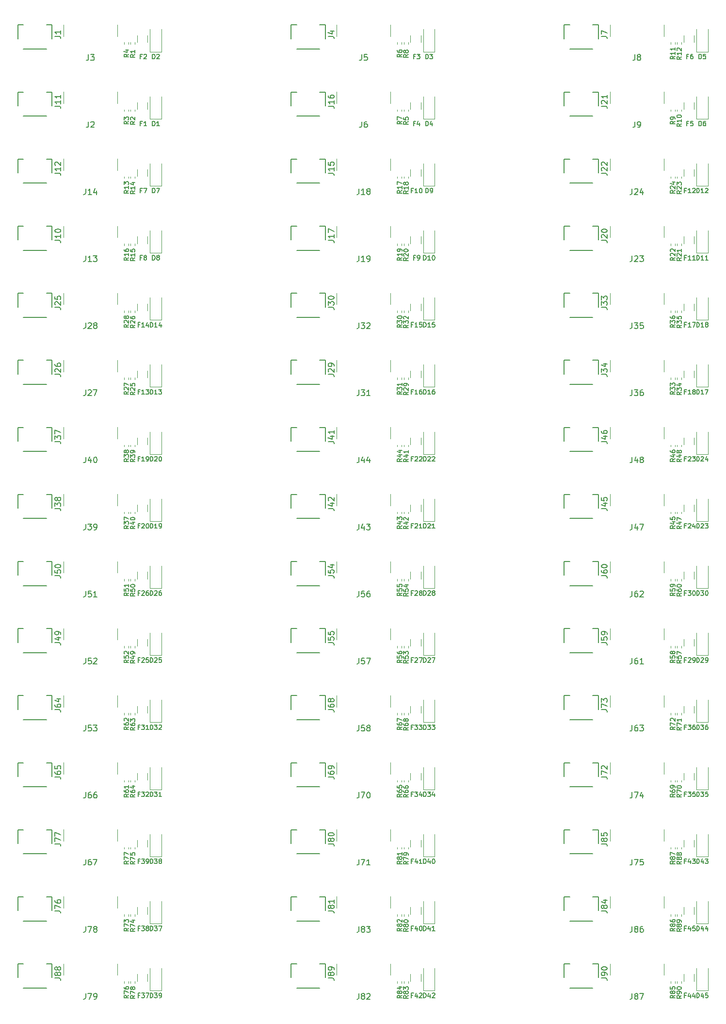
<source format=gbr>
%TF.GenerationSoftware,KiCad,Pcbnew,(6.0.0)*%
%TF.CreationDate,2022-08-14T01:13:06-04:00*%
%TF.ProjectId,Panel v2,50616e65-6c20-4763-922e-6b696361645f,rev?*%
%TF.SameCoordinates,Original*%
%TF.FileFunction,Legend,Top*%
%TF.FilePolarity,Positive*%
%FSLAX46Y46*%
G04 Gerber Fmt 4.6, Leading zero omitted, Abs format (unit mm)*
G04 Created by KiCad (PCBNEW (6.0.0)) date 2022-08-14 01:13:06*
%MOMM*%
%LPD*%
G01*
G04 APERTURE LIST*
%ADD10C,0.150000*%
%ADD11C,0.120000*%
G04 APERTURE END LIST*
D10*
%TO.C,R52*%
X53496898Y-133088307D02*
X53115946Y-133354974D01*
X53496898Y-133545450D02*
X52696898Y-133545450D01*
X52696898Y-133240688D01*
X52734994Y-133164498D01*
X52773089Y-133126402D01*
X52849279Y-133088307D01*
X52963565Y-133088307D01*
X53039755Y-133126402D01*
X53077851Y-133164498D01*
X53115946Y-133240688D01*
X53115946Y-133545450D01*
X52696898Y-132364498D02*
X52696898Y-132745450D01*
X53077851Y-132783545D01*
X53039755Y-132745450D01*
X53001660Y-132669260D01*
X53001660Y-132478783D01*
X53039755Y-132402593D01*
X53077851Y-132364498D01*
X53154041Y-132326402D01*
X53344517Y-132326402D01*
X53420708Y-132364498D01*
X53458803Y-132402593D01*
X53496898Y-132478783D01*
X53496898Y-132669260D01*
X53458803Y-132745450D01*
X53420708Y-132783545D01*
X52773089Y-132021641D02*
X52734994Y-131983545D01*
X52696898Y-131907355D01*
X52696898Y-131716879D01*
X52734994Y-131640688D01*
X52773089Y-131602593D01*
X52849279Y-131564498D01*
X52925470Y-131564498D01*
X53039755Y-131602593D01*
X53496898Y-132059736D01*
X53496898Y-131564498D01*
%TO.C,F10*%
X103117377Y-51196858D02*
X102850711Y-51196858D01*
X102850711Y-51615905D02*
X102850711Y-50815905D01*
X103231663Y-50815905D01*
X103955473Y-51615905D02*
X103498330Y-51615905D01*
X103726901Y-51615905D02*
X103726901Y-50815905D01*
X103650711Y-50930191D01*
X103574520Y-51006381D01*
X103498330Y-51044477D01*
X104450711Y-50815905D02*
X104526901Y-50815905D01*
X104603092Y-50854001D01*
X104641187Y-50892096D01*
X104679282Y-50968286D01*
X104717377Y-51120667D01*
X104717377Y-51311143D01*
X104679282Y-51463524D01*
X104641187Y-51539715D01*
X104603092Y-51577810D01*
X104526901Y-51615905D01*
X104450711Y-51615905D01*
X104374520Y-51577810D01*
X104336425Y-51539715D01*
X104298330Y-51463524D01*
X104260235Y-51311143D01*
X104260235Y-51120667D01*
X104298330Y-50968286D01*
X104336425Y-50892096D01*
X104374520Y-50854001D01*
X104450711Y-50815905D01*
%TO.C,D14*%
X57273565Y-75015911D02*
X57273565Y-74215911D01*
X57464041Y-74215911D01*
X57578327Y-74254007D01*
X57654517Y-74330197D01*
X57692613Y-74406387D01*
X57730708Y-74558768D01*
X57730708Y-74673054D01*
X57692613Y-74825435D01*
X57654517Y-74901626D01*
X57578327Y-74977816D01*
X57464041Y-75015911D01*
X57273565Y-75015911D01*
X58492613Y-75015911D02*
X58035470Y-75015911D01*
X58264041Y-75015911D02*
X58264041Y-74215911D01*
X58187851Y-74330197D01*
X58111660Y-74406387D01*
X58035470Y-74444483D01*
X59178327Y-74482578D02*
X59178327Y-75015911D01*
X58987851Y-74177816D02*
X58797374Y-74749245D01*
X59292613Y-74749245D01*
%TO.C,R88*%
X150006904Y-168248316D02*
X149625952Y-168514983D01*
X150006904Y-168705459D02*
X149206904Y-168705459D01*
X149206904Y-168400697D01*
X149245000Y-168324507D01*
X149283095Y-168286411D01*
X149359285Y-168248316D01*
X149473571Y-168248316D01*
X149549761Y-168286411D01*
X149587857Y-168324507D01*
X149625952Y-168400697D01*
X149625952Y-168705459D01*
X149549761Y-167791173D02*
X149511666Y-167867364D01*
X149473571Y-167905459D01*
X149397380Y-167943554D01*
X149359285Y-167943554D01*
X149283095Y-167905459D01*
X149245000Y-167867364D01*
X149206904Y-167791173D01*
X149206904Y-167638792D01*
X149245000Y-167562602D01*
X149283095Y-167524507D01*
X149359285Y-167486411D01*
X149397380Y-167486411D01*
X149473571Y-167524507D01*
X149511666Y-167562602D01*
X149549761Y-167638792D01*
X149549761Y-167791173D01*
X149587857Y-167867364D01*
X149625952Y-167905459D01*
X149702142Y-167943554D01*
X149854523Y-167943554D01*
X149930714Y-167905459D01*
X149968809Y-167867364D01*
X150006904Y-167791173D01*
X150006904Y-167638792D01*
X149968809Y-167562602D01*
X149930714Y-167524507D01*
X149854523Y-167486411D01*
X149702142Y-167486411D01*
X149625952Y-167524507D01*
X149587857Y-167562602D01*
X149549761Y-167638792D01*
X149549761Y-167029269D02*
X149511666Y-167105459D01*
X149473571Y-167143554D01*
X149397380Y-167181650D01*
X149359285Y-167181650D01*
X149283095Y-167143554D01*
X149245000Y-167105459D01*
X149206904Y-167029269D01*
X149206904Y-166876888D01*
X149245000Y-166800697D01*
X149283095Y-166762602D01*
X149359285Y-166724507D01*
X149397380Y-166724507D01*
X149473571Y-166762602D01*
X149511666Y-166800697D01*
X149549761Y-166876888D01*
X149549761Y-167029269D01*
X149587857Y-167105459D01*
X149625952Y-167143554D01*
X149702142Y-167181650D01*
X149854523Y-167181650D01*
X149930714Y-167143554D01*
X149968809Y-167105459D01*
X150006904Y-167029269D01*
X150006904Y-166876888D01*
X149968809Y-166800697D01*
X149930714Y-166762602D01*
X149854523Y-166724507D01*
X149702142Y-166724507D01*
X149625952Y-166762602D01*
X149587857Y-166800697D01*
X149549761Y-166876888D01*
%TO.C,F9*%
X103498330Y-62896861D02*
X103231663Y-62896861D01*
X103231663Y-63315908D02*
X103231663Y-62515908D01*
X103612616Y-62515908D01*
X103955473Y-63315908D02*
X104107854Y-63315908D01*
X104184044Y-63277813D01*
X104222139Y-63239718D01*
X104298330Y-63125432D01*
X104336425Y-62973051D01*
X104336425Y-62668289D01*
X104298330Y-62592099D01*
X104260235Y-62554004D01*
X104184044Y-62515908D01*
X104031663Y-62515908D01*
X103955473Y-62554004D01*
X103917377Y-62592099D01*
X103879282Y-62668289D01*
X103879282Y-62858765D01*
X103917377Y-62934956D01*
X103955473Y-62973051D01*
X104031663Y-63011146D01*
X104184044Y-63011146D01*
X104260235Y-62973051D01*
X104298330Y-62934956D01*
X104336425Y-62858765D01*
%TO.C,F12*%
X150817380Y-51196858D02*
X150550714Y-51196858D01*
X150550714Y-51615905D02*
X150550714Y-50815905D01*
X150931666Y-50815905D01*
X151655476Y-51615905D02*
X151198333Y-51615905D01*
X151426904Y-51615905D02*
X151426904Y-50815905D01*
X151350714Y-50930191D01*
X151274523Y-51006381D01*
X151198333Y-51044477D01*
X151960238Y-50892096D02*
X151998333Y-50854001D01*
X152074523Y-50815905D01*
X152265000Y-50815905D01*
X152341190Y-50854001D01*
X152379285Y-50892096D01*
X152417380Y-50968286D01*
X152417380Y-51044477D01*
X152379285Y-51158762D01*
X151922142Y-51615905D01*
X152417380Y-51615905D01*
%TO.C,R31*%
X101196901Y-86288295D02*
X100815949Y-86554962D01*
X101196901Y-86745438D02*
X100396901Y-86745438D01*
X100396901Y-86440676D01*
X100434997Y-86364486D01*
X100473092Y-86326390D01*
X100549282Y-86288295D01*
X100663568Y-86288295D01*
X100739758Y-86326390D01*
X100777854Y-86364486D01*
X100815949Y-86440676D01*
X100815949Y-86745438D01*
X100396901Y-86021629D02*
X100396901Y-85526390D01*
X100701663Y-85793057D01*
X100701663Y-85678771D01*
X100739758Y-85602581D01*
X100777854Y-85564486D01*
X100854044Y-85526390D01*
X101044520Y-85526390D01*
X101120711Y-85564486D01*
X101158806Y-85602581D01*
X101196901Y-85678771D01*
X101196901Y-85907343D01*
X101158806Y-85983533D01*
X101120711Y-86021629D01*
X101196901Y-84764486D02*
X101196901Y-85221629D01*
X101196901Y-84993057D02*
X100396901Y-84993057D01*
X100511187Y-85069248D01*
X100587377Y-85145438D01*
X100625473Y-85221629D01*
%TO.C,D36*%
X152673571Y-145215929D02*
X152673571Y-144415929D01*
X152864047Y-144415929D01*
X152978333Y-144454025D01*
X153054523Y-144530215D01*
X153092619Y-144606405D01*
X153130714Y-144758786D01*
X153130714Y-144873072D01*
X153092619Y-145025453D01*
X153054523Y-145101644D01*
X152978333Y-145177834D01*
X152864047Y-145215929D01*
X152673571Y-145215929D01*
X153397380Y-144415929D02*
X153892619Y-144415929D01*
X153625952Y-144720691D01*
X153740238Y-144720691D01*
X153816428Y-144758786D01*
X153854523Y-144796882D01*
X153892619Y-144873072D01*
X153892619Y-145063548D01*
X153854523Y-145139739D01*
X153816428Y-145177834D01*
X153740238Y-145215929D01*
X153511666Y-145215929D01*
X153435476Y-145177834D01*
X153397380Y-145139739D01*
X154578333Y-144415929D02*
X154425952Y-144415929D01*
X154349761Y-144454025D01*
X154311666Y-144492120D01*
X154235476Y-144606405D01*
X154197380Y-144758786D01*
X154197380Y-145063548D01*
X154235476Y-145139739D01*
X154273571Y-145177834D01*
X154349761Y-145215929D01*
X154502142Y-145215929D01*
X154578333Y-145177834D01*
X154616428Y-145139739D01*
X154654523Y-145063548D01*
X154654523Y-144873072D01*
X154616428Y-144796882D01*
X154578333Y-144758786D01*
X154502142Y-144720691D01*
X154349761Y-144720691D01*
X154273571Y-144758786D01*
X154235476Y-144796882D01*
X154197380Y-144873072D01*
%TO.C,J53*%
X46007470Y-144479405D02*
X46007470Y-145193691D01*
X45959851Y-145336548D01*
X45864613Y-145431786D01*
X45721755Y-145479405D01*
X45626517Y-145479405D01*
X46959851Y-144479405D02*
X46483660Y-144479405D01*
X46436041Y-144955596D01*
X46483660Y-144907977D01*
X46578898Y-144860358D01*
X46816994Y-144860358D01*
X46912232Y-144907977D01*
X46959851Y-144955596D01*
X47007470Y-145050834D01*
X47007470Y-145288929D01*
X46959851Y-145384167D01*
X46912232Y-145431786D01*
X46816994Y-145479405D01*
X46578898Y-145479405D01*
X46483660Y-145431786D01*
X46436041Y-145384167D01*
X47340803Y-144479405D02*
X47959851Y-144479405D01*
X47626517Y-144860358D01*
X47769374Y-144860358D01*
X47864613Y-144907977D01*
X47912232Y-144955596D01*
X47959851Y-145050834D01*
X47959851Y-145288929D01*
X47912232Y-145384167D01*
X47864613Y-145431786D01*
X47769374Y-145479405D01*
X47483660Y-145479405D01*
X47388422Y-145431786D01*
X47340803Y-145384167D01*
%TO.C,J25*%
X40645374Y-71578530D02*
X41359660Y-71578530D01*
X41502517Y-71626149D01*
X41597755Y-71721387D01*
X41645374Y-71864245D01*
X41645374Y-71959483D01*
X40740613Y-71149959D02*
X40692994Y-71102340D01*
X40645374Y-71007102D01*
X40645374Y-70769007D01*
X40692994Y-70673768D01*
X40740613Y-70626149D01*
X40835851Y-70578530D01*
X40931089Y-70578530D01*
X41073946Y-70626149D01*
X41645374Y-71197578D01*
X41645374Y-70578530D01*
X40645374Y-69673768D02*
X40645374Y-70149959D01*
X41121565Y-70197578D01*
X41073946Y-70149959D01*
X41026327Y-70054721D01*
X41026327Y-69816626D01*
X41073946Y-69721387D01*
X41121565Y-69673768D01*
X41216803Y-69626149D01*
X41454898Y-69626149D01*
X41550136Y-69673768D01*
X41597755Y-69721387D01*
X41645374Y-69816626D01*
X41645374Y-70054721D01*
X41597755Y-70149959D01*
X41550136Y-70197578D01*
%TO.C,R83*%
X102306901Y-191648322D02*
X101925949Y-191914989D01*
X102306901Y-192105465D02*
X101506901Y-192105465D01*
X101506901Y-191800703D01*
X101544997Y-191724513D01*
X101583092Y-191686417D01*
X101659282Y-191648322D01*
X101773568Y-191648322D01*
X101849758Y-191686417D01*
X101887854Y-191724513D01*
X101925949Y-191800703D01*
X101925949Y-192105465D01*
X101849758Y-191191179D02*
X101811663Y-191267370D01*
X101773568Y-191305465D01*
X101697377Y-191343560D01*
X101659282Y-191343560D01*
X101583092Y-191305465D01*
X101544997Y-191267370D01*
X101506901Y-191191179D01*
X101506901Y-191038798D01*
X101544997Y-190962608D01*
X101583092Y-190924513D01*
X101659282Y-190886417D01*
X101697377Y-190886417D01*
X101773568Y-190924513D01*
X101811663Y-190962608D01*
X101849758Y-191038798D01*
X101849758Y-191191179D01*
X101887854Y-191267370D01*
X101925949Y-191305465D01*
X102002139Y-191343560D01*
X102154520Y-191343560D01*
X102230711Y-191305465D01*
X102268806Y-191267370D01*
X102306901Y-191191179D01*
X102306901Y-191038798D01*
X102268806Y-190962608D01*
X102230711Y-190924513D01*
X102154520Y-190886417D01*
X102002139Y-190886417D01*
X101925949Y-190924513D01*
X101887854Y-190962608D01*
X101849758Y-191038798D01*
X101506901Y-190619751D02*
X101506901Y-190124513D01*
X101811663Y-190391179D01*
X101811663Y-190276894D01*
X101849758Y-190200703D01*
X101887854Y-190162608D01*
X101964044Y-190124513D01*
X102154520Y-190124513D01*
X102230711Y-190162608D01*
X102268806Y-190200703D01*
X102306901Y-190276894D01*
X102306901Y-190505465D01*
X102268806Y-190581656D01*
X102230711Y-190619751D01*
%TO.C,R29*%
X102306901Y-86348295D02*
X101925949Y-86614962D01*
X102306901Y-86805438D02*
X101506901Y-86805438D01*
X101506901Y-86500676D01*
X101544997Y-86424486D01*
X101583092Y-86386390D01*
X101659282Y-86348295D01*
X101773568Y-86348295D01*
X101849758Y-86386390D01*
X101887854Y-86424486D01*
X101925949Y-86500676D01*
X101925949Y-86805438D01*
X101583092Y-86043533D02*
X101544997Y-86005438D01*
X101506901Y-85929248D01*
X101506901Y-85738771D01*
X101544997Y-85662581D01*
X101583092Y-85624486D01*
X101659282Y-85586390D01*
X101735473Y-85586390D01*
X101849758Y-85624486D01*
X102306901Y-86081629D01*
X102306901Y-85586390D01*
X102306901Y-85205438D02*
X102306901Y-85053057D01*
X102268806Y-84976867D01*
X102230711Y-84938771D01*
X102116425Y-84862581D01*
X101964044Y-84824486D01*
X101659282Y-84824486D01*
X101583092Y-84862581D01*
X101544997Y-84900676D01*
X101506901Y-84976867D01*
X101506901Y-85129248D01*
X101544997Y-85205438D01*
X101583092Y-85243533D01*
X101659282Y-85281629D01*
X101849758Y-85281629D01*
X101925949Y-85243533D01*
X101964044Y-85205438D01*
X102002139Y-85129248D01*
X102002139Y-84976867D01*
X101964044Y-84900676D01*
X101925949Y-84862581D01*
X101849758Y-84824486D01*
%TO.C,F18*%
X150817380Y-86296867D02*
X150550714Y-86296867D01*
X150550714Y-86715914D02*
X150550714Y-85915914D01*
X150931666Y-85915914D01*
X151655476Y-86715914D02*
X151198333Y-86715914D01*
X151426904Y-86715914D02*
X151426904Y-85915914D01*
X151350714Y-86030200D01*
X151274523Y-86106390D01*
X151198333Y-86144486D01*
X152112619Y-86258771D02*
X152036428Y-86220676D01*
X151998333Y-86182581D01*
X151960238Y-86106390D01*
X151960238Y-86068295D01*
X151998333Y-85992105D01*
X152036428Y-85954010D01*
X152112619Y-85915914D01*
X152265000Y-85915914D01*
X152341190Y-85954010D01*
X152379285Y-85992105D01*
X152417380Y-86068295D01*
X152417380Y-86106390D01*
X152379285Y-86182581D01*
X152341190Y-86220676D01*
X152265000Y-86258771D01*
X152112619Y-86258771D01*
X152036428Y-86296867D01*
X151998333Y-86334962D01*
X151960238Y-86411152D01*
X151960238Y-86563533D01*
X151998333Y-86639724D01*
X152036428Y-86677819D01*
X152112619Y-86715914D01*
X152265000Y-86715914D01*
X152341190Y-86677819D01*
X152379285Y-86639724D01*
X152417380Y-86563533D01*
X152417380Y-86411152D01*
X152379285Y-86334962D01*
X152341190Y-86296867D01*
X152265000Y-86258771D01*
%TO.C,F3*%
X103498330Y-27796852D02*
X103231663Y-27796852D01*
X103231663Y-28215899D02*
X103231663Y-27415899D01*
X103612616Y-27415899D01*
X103841187Y-27415899D02*
X104336425Y-27415899D01*
X104069758Y-27720661D01*
X104184044Y-27720661D01*
X104260235Y-27758756D01*
X104298330Y-27796852D01*
X104336425Y-27873042D01*
X104336425Y-28063518D01*
X104298330Y-28139709D01*
X104260235Y-28177804D01*
X104184044Y-28215899D01*
X103955473Y-28215899D01*
X103879282Y-28177804D01*
X103841187Y-28139709D01*
%TO.C,R70*%
X150006904Y-156548313D02*
X149625952Y-156814980D01*
X150006904Y-157005456D02*
X149206904Y-157005456D01*
X149206904Y-156700694D01*
X149245000Y-156624504D01*
X149283095Y-156586408D01*
X149359285Y-156548313D01*
X149473571Y-156548313D01*
X149549761Y-156586408D01*
X149587857Y-156624504D01*
X149625952Y-156700694D01*
X149625952Y-157005456D01*
X149206904Y-156281647D02*
X149206904Y-155748313D01*
X150006904Y-156091170D01*
X149206904Y-155291170D02*
X149206904Y-155214980D01*
X149245000Y-155138789D01*
X149283095Y-155100694D01*
X149359285Y-155062599D01*
X149511666Y-155024504D01*
X149702142Y-155024504D01*
X149854523Y-155062599D01*
X149930714Y-155100694D01*
X149968809Y-155138789D01*
X150006904Y-155214980D01*
X150006904Y-155291170D01*
X149968809Y-155367361D01*
X149930714Y-155405456D01*
X149854523Y-155443551D01*
X149702142Y-155481647D01*
X149511666Y-155481647D01*
X149359285Y-155443551D01*
X149283095Y-155405456D01*
X149245000Y-155367361D01*
X149206904Y-155291170D01*
%TO.C,F2*%
X55798327Y-27796852D02*
X55531660Y-27796852D01*
X55531660Y-28215899D02*
X55531660Y-27415899D01*
X55912613Y-27415899D01*
X56179279Y-27492090D02*
X56217374Y-27453995D01*
X56293565Y-27415899D01*
X56484041Y-27415899D01*
X56560232Y-27453995D01*
X56598327Y-27492090D01*
X56636422Y-27568280D01*
X56636422Y-27644471D01*
X56598327Y-27758756D01*
X56141184Y-28215899D01*
X56636422Y-28215899D01*
%TO.C,J69*%
X88345377Y-153478551D02*
X89059663Y-153478551D01*
X89202520Y-153526170D01*
X89297758Y-153621408D01*
X89345377Y-153764266D01*
X89345377Y-153859504D01*
X88345377Y-152573789D02*
X88345377Y-152764266D01*
X88392997Y-152859504D01*
X88440616Y-152907123D01*
X88583473Y-153002361D01*
X88773949Y-153049980D01*
X89154901Y-153049980D01*
X89250139Y-153002361D01*
X89297758Y-152954742D01*
X89345377Y-152859504D01*
X89345377Y-152669028D01*
X89297758Y-152573789D01*
X89250139Y-152526170D01*
X89154901Y-152478551D01*
X88916806Y-152478551D01*
X88821568Y-152526170D01*
X88773949Y-152573789D01*
X88726330Y-152669028D01*
X88726330Y-152859504D01*
X88773949Y-152954742D01*
X88821568Y-153002361D01*
X88916806Y-153049980D01*
X89345377Y-152002361D02*
X89345377Y-151811885D01*
X89297758Y-151716647D01*
X89250139Y-151669028D01*
X89107282Y-151573789D01*
X88916806Y-151526170D01*
X88535854Y-151526170D01*
X88440616Y-151573789D01*
X88392997Y-151621408D01*
X88345377Y-151716647D01*
X88345377Y-151907123D01*
X88392997Y-152002361D01*
X88440616Y-152049980D01*
X88535854Y-152097599D01*
X88773949Y-152097599D01*
X88869187Y-152049980D01*
X88916806Y-152002361D01*
X88964425Y-151907123D01*
X88964425Y-151716647D01*
X88916806Y-151621408D01*
X88869187Y-151573789D01*
X88773949Y-151526170D01*
%TO.C,R4*%
X53496898Y-27407328D02*
X53115946Y-27673995D01*
X53496898Y-27864471D02*
X52696898Y-27864471D01*
X52696898Y-27559709D01*
X52734994Y-27483518D01*
X52773089Y-27445423D01*
X52849279Y-27407328D01*
X52963565Y-27407328D01*
X53039755Y-27445423D01*
X53077851Y-27483518D01*
X53115946Y-27559709D01*
X53115946Y-27864471D01*
X52963565Y-26721614D02*
X53496898Y-26721614D01*
X52658803Y-26912090D02*
X53230232Y-27102566D01*
X53230232Y-26607328D01*
%TO.C,R16*%
X53496898Y-62888289D02*
X53115946Y-63154956D01*
X53496898Y-63345432D02*
X52696898Y-63345432D01*
X52696898Y-63040670D01*
X52734994Y-62964480D01*
X52773089Y-62926384D01*
X52849279Y-62888289D01*
X52963565Y-62888289D01*
X53039755Y-62926384D01*
X53077851Y-62964480D01*
X53115946Y-63040670D01*
X53115946Y-63345432D01*
X53496898Y-62126384D02*
X53496898Y-62583527D01*
X53496898Y-62354956D02*
X52696898Y-62354956D01*
X52811184Y-62431146D01*
X52887374Y-62507337D01*
X52925470Y-62583527D01*
X52696898Y-61440670D02*
X52696898Y-61593051D01*
X52734994Y-61669242D01*
X52773089Y-61707337D01*
X52887374Y-61783527D01*
X53039755Y-61821623D01*
X53344517Y-61821623D01*
X53420708Y-61783527D01*
X53458803Y-61745432D01*
X53496898Y-61669242D01*
X53496898Y-61516861D01*
X53458803Y-61440670D01*
X53420708Y-61402575D01*
X53344517Y-61364480D01*
X53154041Y-61364480D01*
X53077851Y-61402575D01*
X53039755Y-61440670D01*
X53001660Y-61516861D01*
X53001660Y-61669242D01*
X53039755Y-61745432D01*
X53077851Y-61783527D01*
X53154041Y-61821623D01*
%TO.C,R61*%
X53496898Y-156488313D02*
X53115946Y-156754980D01*
X53496898Y-156945456D02*
X52696898Y-156945456D01*
X52696898Y-156640694D01*
X52734994Y-156564504D01*
X52773089Y-156526408D01*
X52849279Y-156488313D01*
X52963565Y-156488313D01*
X53039755Y-156526408D01*
X53077851Y-156564504D01*
X53115946Y-156640694D01*
X53115946Y-156945456D01*
X52696898Y-155802599D02*
X52696898Y-155954980D01*
X52734994Y-156031170D01*
X52773089Y-156069266D01*
X52887374Y-156145456D01*
X53039755Y-156183551D01*
X53344517Y-156183551D01*
X53420708Y-156145456D01*
X53458803Y-156107361D01*
X53496898Y-156031170D01*
X53496898Y-155878789D01*
X53458803Y-155802599D01*
X53420708Y-155764504D01*
X53344517Y-155726408D01*
X53154041Y-155726408D01*
X53077851Y-155764504D01*
X53039755Y-155802599D01*
X53001660Y-155878789D01*
X53001660Y-156031170D01*
X53039755Y-156107361D01*
X53077851Y-156145456D01*
X53154041Y-156183551D01*
X53496898Y-154964504D02*
X53496898Y-155421647D01*
X53496898Y-155193075D02*
X52696898Y-155193075D01*
X52811184Y-155269266D01*
X52887374Y-155345456D01*
X52925470Y-155421647D01*
%TO.C,J44*%
X93707473Y-97679393D02*
X93707473Y-98393679D01*
X93659854Y-98536536D01*
X93564616Y-98631774D01*
X93421758Y-98679393D01*
X93326520Y-98679393D01*
X94612235Y-98012727D02*
X94612235Y-98679393D01*
X94374139Y-97631774D02*
X94136044Y-98346060D01*
X94755092Y-98346060D01*
X95564616Y-98012727D02*
X95564616Y-98679393D01*
X95326520Y-97631774D02*
X95088425Y-98346060D01*
X95707473Y-98346060D01*
%TO.C,F13*%
X55417374Y-86296867D02*
X55150708Y-86296867D01*
X55150708Y-86715914D02*
X55150708Y-85915914D01*
X55531660Y-85915914D01*
X56255470Y-86715914D02*
X55798327Y-86715914D01*
X56026898Y-86715914D02*
X56026898Y-85915914D01*
X55950708Y-86030200D01*
X55874517Y-86106390D01*
X55798327Y-86144486D01*
X56522136Y-85915914D02*
X57017374Y-85915914D01*
X56750708Y-86220676D01*
X56864994Y-86220676D01*
X56941184Y-86258771D01*
X56979279Y-86296867D01*
X57017374Y-86373057D01*
X57017374Y-86563533D01*
X56979279Y-86639724D01*
X56941184Y-86677819D01*
X56864994Y-86715914D01*
X56636422Y-86715914D01*
X56560232Y-86677819D01*
X56522136Y-86639724D01*
%TO.C,J13*%
X46007470Y-62579384D02*
X46007470Y-63293670D01*
X45959851Y-63436527D01*
X45864613Y-63531765D01*
X45721755Y-63579384D01*
X45626517Y-63579384D01*
X47007470Y-63579384D02*
X46436041Y-63579384D01*
X46721755Y-63579384D02*
X46721755Y-62579384D01*
X46626517Y-62722242D01*
X46531279Y-62817480D01*
X46436041Y-62865099D01*
X47340803Y-62579384D02*
X47959851Y-62579384D01*
X47626517Y-62960337D01*
X47769374Y-62960337D01*
X47864613Y-63007956D01*
X47912232Y-63055575D01*
X47959851Y-63150813D01*
X47959851Y-63388908D01*
X47912232Y-63484146D01*
X47864613Y-63531765D01*
X47769374Y-63579384D01*
X47483660Y-63579384D01*
X47388422Y-63531765D01*
X47340803Y-63484146D01*
%TO.C,R12*%
X150006904Y-27848280D02*
X149625952Y-28114947D01*
X150006904Y-28305423D02*
X149206904Y-28305423D01*
X149206904Y-28000661D01*
X149245000Y-27924471D01*
X149283095Y-27886375D01*
X149359285Y-27848280D01*
X149473571Y-27848280D01*
X149549761Y-27886375D01*
X149587857Y-27924471D01*
X149625952Y-28000661D01*
X149625952Y-28305423D01*
X150006904Y-27086375D02*
X150006904Y-27543518D01*
X150006904Y-27314947D02*
X149206904Y-27314947D01*
X149321190Y-27391137D01*
X149397380Y-27467328D01*
X149435476Y-27543518D01*
X149283095Y-26781614D02*
X149245000Y-26743518D01*
X149206904Y-26667328D01*
X149206904Y-26476852D01*
X149245000Y-26400661D01*
X149283095Y-26362566D01*
X149359285Y-26324471D01*
X149435476Y-26324471D01*
X149549761Y-26362566D01*
X150006904Y-26819709D01*
X150006904Y-26324471D01*
%TO.C,J5*%
X94183663Y-27479375D02*
X94183663Y-28193661D01*
X94136044Y-28336518D01*
X94040806Y-28431756D01*
X93897949Y-28479375D01*
X93802711Y-28479375D01*
X95136044Y-27479375D02*
X94659854Y-27479375D01*
X94612235Y-27955566D01*
X94659854Y-27907947D01*
X94755092Y-27860328D01*
X94993187Y-27860328D01*
X95088425Y-27907947D01*
X95136044Y-27955566D01*
X95183663Y-28050804D01*
X95183663Y-28288899D01*
X95136044Y-28384137D01*
X95088425Y-28431756D01*
X94993187Y-28479375D01*
X94755092Y-28479375D01*
X94659854Y-28431756D01*
X94612235Y-28384137D01*
%TO.C,R90*%
X150006904Y-191648322D02*
X149625952Y-191914989D01*
X150006904Y-192105465D02*
X149206904Y-192105465D01*
X149206904Y-191800703D01*
X149245000Y-191724513D01*
X149283095Y-191686417D01*
X149359285Y-191648322D01*
X149473571Y-191648322D01*
X149549761Y-191686417D01*
X149587857Y-191724513D01*
X149625952Y-191800703D01*
X149625952Y-192105465D01*
X150006904Y-191267370D02*
X150006904Y-191114989D01*
X149968809Y-191038798D01*
X149930714Y-191000703D01*
X149816428Y-190924513D01*
X149664047Y-190886417D01*
X149359285Y-190886417D01*
X149283095Y-190924513D01*
X149245000Y-190962608D01*
X149206904Y-191038798D01*
X149206904Y-191191179D01*
X149245000Y-191267370D01*
X149283095Y-191305465D01*
X149359285Y-191343560D01*
X149549761Y-191343560D01*
X149625952Y-191305465D01*
X149664047Y-191267370D01*
X149702142Y-191191179D01*
X149702142Y-191038798D01*
X149664047Y-190962608D01*
X149625952Y-190924513D01*
X149549761Y-190886417D01*
X149206904Y-190391179D02*
X149206904Y-190314989D01*
X149245000Y-190238798D01*
X149283095Y-190200703D01*
X149359285Y-190162608D01*
X149511666Y-190124513D01*
X149702142Y-190124513D01*
X149854523Y-190162608D01*
X149930714Y-190200703D01*
X149968809Y-190238798D01*
X150006904Y-190314989D01*
X150006904Y-190391179D01*
X149968809Y-190467370D01*
X149930714Y-190505465D01*
X149854523Y-190543560D01*
X149702142Y-190581656D01*
X149511666Y-190581656D01*
X149359285Y-190543560D01*
X149283095Y-190505465D01*
X149245000Y-190467370D01*
X149206904Y-190391179D01*
%TO.C,R36*%
X148896904Y-74588292D02*
X148515952Y-74854959D01*
X148896904Y-75045435D02*
X148096904Y-75045435D01*
X148096904Y-74740673D01*
X148135000Y-74664483D01*
X148173095Y-74626387D01*
X148249285Y-74588292D01*
X148363571Y-74588292D01*
X148439761Y-74626387D01*
X148477857Y-74664483D01*
X148515952Y-74740673D01*
X148515952Y-75045435D01*
X148096904Y-74321626D02*
X148096904Y-73826387D01*
X148401666Y-74093054D01*
X148401666Y-73978768D01*
X148439761Y-73902578D01*
X148477857Y-73864483D01*
X148554047Y-73826387D01*
X148744523Y-73826387D01*
X148820714Y-73864483D01*
X148858809Y-73902578D01*
X148896904Y-73978768D01*
X148896904Y-74207340D01*
X148858809Y-74283530D01*
X148820714Y-74321626D01*
X148096904Y-73140673D02*
X148096904Y-73293054D01*
X148135000Y-73369245D01*
X148173095Y-73407340D01*
X148287380Y-73483530D01*
X148439761Y-73521626D01*
X148744523Y-73521626D01*
X148820714Y-73483530D01*
X148858809Y-73445435D01*
X148896904Y-73369245D01*
X148896904Y-73216864D01*
X148858809Y-73140673D01*
X148820714Y-73102578D01*
X148744523Y-73064483D01*
X148554047Y-73064483D01*
X148477857Y-73102578D01*
X148439761Y-73140673D01*
X148401666Y-73216864D01*
X148401666Y-73369245D01*
X148439761Y-73445435D01*
X148477857Y-73483530D01*
X148554047Y-73521626D01*
%TO.C,D37*%
X57273565Y-180315938D02*
X57273565Y-179515938D01*
X57464041Y-179515938D01*
X57578327Y-179554034D01*
X57654517Y-179630224D01*
X57692613Y-179706414D01*
X57730708Y-179858795D01*
X57730708Y-179973081D01*
X57692613Y-180125462D01*
X57654517Y-180201653D01*
X57578327Y-180277843D01*
X57464041Y-180315938D01*
X57273565Y-180315938D01*
X57997374Y-179515938D02*
X58492613Y-179515938D01*
X58225946Y-179820700D01*
X58340232Y-179820700D01*
X58416422Y-179858795D01*
X58454517Y-179896891D01*
X58492613Y-179973081D01*
X58492613Y-180163557D01*
X58454517Y-180239748D01*
X58416422Y-180277843D01*
X58340232Y-180315938D01*
X58111660Y-180315938D01*
X58035470Y-180277843D01*
X57997374Y-180239748D01*
X58759279Y-179515938D02*
X59292613Y-179515938D01*
X58949755Y-180315938D01*
%TO.C,R37*%
X53496898Y-109688301D02*
X53115946Y-109954968D01*
X53496898Y-110145444D02*
X52696898Y-110145444D01*
X52696898Y-109840682D01*
X52734994Y-109764492D01*
X52773089Y-109726396D01*
X52849279Y-109688301D01*
X52963565Y-109688301D01*
X53039755Y-109726396D01*
X53077851Y-109764492D01*
X53115946Y-109840682D01*
X53115946Y-110145444D01*
X52696898Y-109421635D02*
X52696898Y-108926396D01*
X53001660Y-109193063D01*
X53001660Y-109078777D01*
X53039755Y-109002587D01*
X53077851Y-108964492D01*
X53154041Y-108926396D01*
X53344517Y-108926396D01*
X53420708Y-108964492D01*
X53458803Y-109002587D01*
X53496898Y-109078777D01*
X53496898Y-109307349D01*
X53458803Y-109383539D01*
X53420708Y-109421635D01*
X52696898Y-108659730D02*
X52696898Y-108126396D01*
X53496898Y-108469254D01*
%TO.C,R32*%
X102306901Y-74648292D02*
X101925949Y-74914959D01*
X102306901Y-75105435D02*
X101506901Y-75105435D01*
X101506901Y-74800673D01*
X101544997Y-74724483D01*
X101583092Y-74686387D01*
X101659282Y-74648292D01*
X101773568Y-74648292D01*
X101849758Y-74686387D01*
X101887854Y-74724483D01*
X101925949Y-74800673D01*
X101925949Y-75105435D01*
X101506901Y-74381626D02*
X101506901Y-73886387D01*
X101811663Y-74153054D01*
X101811663Y-74038768D01*
X101849758Y-73962578D01*
X101887854Y-73924483D01*
X101964044Y-73886387D01*
X102154520Y-73886387D01*
X102230711Y-73924483D01*
X102268806Y-73962578D01*
X102306901Y-74038768D01*
X102306901Y-74267340D01*
X102268806Y-74343530D01*
X102230711Y-74381626D01*
X101583092Y-73581626D02*
X101544997Y-73543530D01*
X101506901Y-73467340D01*
X101506901Y-73276864D01*
X101544997Y-73200673D01*
X101583092Y-73162578D01*
X101659282Y-73124483D01*
X101735473Y-73124483D01*
X101849758Y-73162578D01*
X102306901Y-73619721D01*
X102306901Y-73124483D01*
%TO.C,J19*%
X93707473Y-62579384D02*
X93707473Y-63293670D01*
X93659854Y-63436527D01*
X93564616Y-63531765D01*
X93421758Y-63579384D01*
X93326520Y-63579384D01*
X94707473Y-63579384D02*
X94136044Y-63579384D01*
X94421758Y-63579384D02*
X94421758Y-62579384D01*
X94326520Y-62722242D01*
X94231282Y-62817480D01*
X94136044Y-62865099D01*
X95183663Y-63579384D02*
X95374139Y-63579384D01*
X95469377Y-63531765D01*
X95516997Y-63484146D01*
X95612235Y-63341289D01*
X95659854Y-63150813D01*
X95659854Y-62769861D01*
X95612235Y-62674623D01*
X95564616Y-62627004D01*
X95469377Y-62579384D01*
X95278901Y-62579384D01*
X95183663Y-62627004D01*
X95136044Y-62674623D01*
X95088425Y-62769861D01*
X95088425Y-63007956D01*
X95136044Y-63103194D01*
X95183663Y-63150813D01*
X95278901Y-63198432D01*
X95469377Y-63198432D01*
X95564616Y-63150813D01*
X95612235Y-63103194D01*
X95659854Y-63007956D01*
%TO.C,R40*%
X54606898Y-109748301D02*
X54225946Y-110014968D01*
X54606898Y-110205444D02*
X53806898Y-110205444D01*
X53806898Y-109900682D01*
X53844994Y-109824492D01*
X53883089Y-109786396D01*
X53959279Y-109748301D01*
X54073565Y-109748301D01*
X54149755Y-109786396D01*
X54187851Y-109824492D01*
X54225946Y-109900682D01*
X54225946Y-110205444D01*
X54073565Y-109062587D02*
X54606898Y-109062587D01*
X53768803Y-109253063D02*
X54340232Y-109443539D01*
X54340232Y-108948301D01*
X53806898Y-108491158D02*
X53806898Y-108414968D01*
X53844994Y-108338777D01*
X53883089Y-108300682D01*
X53959279Y-108262587D01*
X54111660Y-108224492D01*
X54302136Y-108224492D01*
X54454517Y-108262587D01*
X54530708Y-108300682D01*
X54568803Y-108338777D01*
X54606898Y-108414968D01*
X54606898Y-108491158D01*
X54568803Y-108567349D01*
X54530708Y-108605444D01*
X54454517Y-108643539D01*
X54302136Y-108681635D01*
X54111660Y-108681635D01*
X53959279Y-108643539D01*
X53883089Y-108605444D01*
X53844994Y-108567349D01*
X53806898Y-108491158D01*
%TO.C,R15*%
X54606898Y-62948289D02*
X54225946Y-63214956D01*
X54606898Y-63405432D02*
X53806898Y-63405432D01*
X53806898Y-63100670D01*
X53844994Y-63024480D01*
X53883089Y-62986384D01*
X53959279Y-62948289D01*
X54073565Y-62948289D01*
X54149755Y-62986384D01*
X54187851Y-63024480D01*
X54225946Y-63100670D01*
X54225946Y-63405432D01*
X54606898Y-62186384D02*
X54606898Y-62643527D01*
X54606898Y-62414956D02*
X53806898Y-62414956D01*
X53921184Y-62491146D01*
X53997374Y-62567337D01*
X54035470Y-62643527D01*
X53806898Y-61462575D02*
X53806898Y-61843527D01*
X54187851Y-61881623D01*
X54149755Y-61843527D01*
X54111660Y-61767337D01*
X54111660Y-61576861D01*
X54149755Y-61500670D01*
X54187851Y-61462575D01*
X54264041Y-61424480D01*
X54454517Y-61424480D01*
X54530708Y-61462575D01*
X54568803Y-61500670D01*
X54606898Y-61576861D01*
X54606898Y-61767337D01*
X54568803Y-61843527D01*
X54530708Y-61881623D01*
%TO.C,F1*%
X55798327Y-39496855D02*
X55531660Y-39496855D01*
X55531660Y-39915902D02*
X55531660Y-39115902D01*
X55912613Y-39115902D01*
X56636422Y-39915902D02*
X56179279Y-39915902D01*
X56407851Y-39915902D02*
X56407851Y-39115902D01*
X56331660Y-39230188D01*
X56255470Y-39306378D01*
X56179279Y-39344474D01*
%TO.C,D28*%
X104973568Y-121815923D02*
X104973568Y-121015923D01*
X105164044Y-121015923D01*
X105278330Y-121054019D01*
X105354520Y-121130209D01*
X105392616Y-121206399D01*
X105430711Y-121358780D01*
X105430711Y-121473066D01*
X105392616Y-121625447D01*
X105354520Y-121701638D01*
X105278330Y-121777828D01*
X105164044Y-121815923D01*
X104973568Y-121815923D01*
X105735473Y-121092114D02*
X105773568Y-121054019D01*
X105849758Y-121015923D01*
X106040235Y-121015923D01*
X106116425Y-121054019D01*
X106154520Y-121092114D01*
X106192616Y-121168304D01*
X106192616Y-121244495D01*
X106154520Y-121358780D01*
X105697377Y-121815923D01*
X106192616Y-121815923D01*
X106649758Y-121358780D02*
X106573568Y-121320685D01*
X106535473Y-121282590D01*
X106497377Y-121206399D01*
X106497377Y-121168304D01*
X106535473Y-121092114D01*
X106573568Y-121054019D01*
X106649758Y-121015923D01*
X106802139Y-121015923D01*
X106878330Y-121054019D01*
X106916425Y-121092114D01*
X106954520Y-121168304D01*
X106954520Y-121206399D01*
X106916425Y-121282590D01*
X106878330Y-121320685D01*
X106802139Y-121358780D01*
X106649758Y-121358780D01*
X106573568Y-121396876D01*
X106535473Y-121434971D01*
X106497377Y-121511161D01*
X106497377Y-121663542D01*
X106535473Y-121739733D01*
X106573568Y-121777828D01*
X106649758Y-121815923D01*
X106802139Y-121815923D01*
X106878330Y-121777828D01*
X106916425Y-121739733D01*
X106954520Y-121663542D01*
X106954520Y-121511161D01*
X106916425Y-121434971D01*
X106878330Y-121396876D01*
X106802139Y-121358780D01*
%TO.C,R89*%
X150006904Y-179948319D02*
X149625952Y-180214986D01*
X150006904Y-180405462D02*
X149206904Y-180405462D01*
X149206904Y-180100700D01*
X149245000Y-180024510D01*
X149283095Y-179986414D01*
X149359285Y-179948319D01*
X149473571Y-179948319D01*
X149549761Y-179986414D01*
X149587857Y-180024510D01*
X149625952Y-180100700D01*
X149625952Y-180405462D01*
X149549761Y-179491176D02*
X149511666Y-179567367D01*
X149473571Y-179605462D01*
X149397380Y-179643557D01*
X149359285Y-179643557D01*
X149283095Y-179605462D01*
X149245000Y-179567367D01*
X149206904Y-179491176D01*
X149206904Y-179338795D01*
X149245000Y-179262605D01*
X149283095Y-179224510D01*
X149359285Y-179186414D01*
X149397380Y-179186414D01*
X149473571Y-179224510D01*
X149511666Y-179262605D01*
X149549761Y-179338795D01*
X149549761Y-179491176D01*
X149587857Y-179567367D01*
X149625952Y-179605462D01*
X149702142Y-179643557D01*
X149854523Y-179643557D01*
X149930714Y-179605462D01*
X149968809Y-179567367D01*
X150006904Y-179491176D01*
X150006904Y-179338795D01*
X149968809Y-179262605D01*
X149930714Y-179224510D01*
X149854523Y-179186414D01*
X149702142Y-179186414D01*
X149625952Y-179224510D01*
X149587857Y-179262605D01*
X149549761Y-179338795D01*
X150006904Y-178805462D02*
X150006904Y-178653081D01*
X149968809Y-178576891D01*
X149930714Y-178538795D01*
X149816428Y-178462605D01*
X149664047Y-178424510D01*
X149359285Y-178424510D01*
X149283095Y-178462605D01*
X149245000Y-178500700D01*
X149206904Y-178576891D01*
X149206904Y-178729272D01*
X149245000Y-178805462D01*
X149283095Y-178843557D01*
X149359285Y-178881653D01*
X149549761Y-178881653D01*
X149625952Y-178843557D01*
X149664047Y-178805462D01*
X149702142Y-178729272D01*
X149702142Y-178576891D01*
X149664047Y-178500700D01*
X149625952Y-178462605D01*
X149549761Y-178424510D01*
%TO.C,R2*%
X54606898Y-39167331D02*
X54225946Y-39433998D01*
X54606898Y-39624474D02*
X53806898Y-39624474D01*
X53806898Y-39319712D01*
X53844994Y-39243521D01*
X53883089Y-39205426D01*
X53959279Y-39167331D01*
X54073565Y-39167331D01*
X54149755Y-39205426D01*
X54187851Y-39243521D01*
X54225946Y-39319712D01*
X54225946Y-39624474D01*
X53883089Y-38862569D02*
X53844994Y-38824474D01*
X53806898Y-38748283D01*
X53806898Y-38557807D01*
X53844994Y-38481617D01*
X53883089Y-38443521D01*
X53959279Y-38405426D01*
X54035470Y-38405426D01*
X54149755Y-38443521D01*
X54606898Y-38900664D01*
X54606898Y-38405426D01*
%TO.C,J86*%
X141407476Y-179579414D02*
X141407476Y-180293700D01*
X141359857Y-180436557D01*
X141264619Y-180531795D01*
X141121761Y-180579414D01*
X141026523Y-180579414D01*
X142026523Y-180007986D02*
X141931285Y-179960367D01*
X141883666Y-179912748D01*
X141836047Y-179817510D01*
X141836047Y-179769891D01*
X141883666Y-179674653D01*
X141931285Y-179627034D01*
X142026523Y-179579414D01*
X142217000Y-179579414D01*
X142312238Y-179627034D01*
X142359857Y-179674653D01*
X142407476Y-179769891D01*
X142407476Y-179817510D01*
X142359857Y-179912748D01*
X142312238Y-179960367D01*
X142217000Y-180007986D01*
X142026523Y-180007986D01*
X141931285Y-180055605D01*
X141883666Y-180103224D01*
X141836047Y-180198462D01*
X141836047Y-180388938D01*
X141883666Y-180484176D01*
X141931285Y-180531795D01*
X142026523Y-180579414D01*
X142217000Y-180579414D01*
X142312238Y-180531795D01*
X142359857Y-180484176D01*
X142407476Y-180388938D01*
X142407476Y-180198462D01*
X142359857Y-180103224D01*
X142312238Y-180055605D01*
X142217000Y-180007986D01*
X143264619Y-179579414D02*
X143074142Y-179579414D01*
X142978904Y-179627034D01*
X142931285Y-179674653D01*
X142836047Y-179817510D01*
X142788428Y-180007986D01*
X142788428Y-180388938D01*
X142836047Y-180484176D01*
X142883666Y-180531795D01*
X142978904Y-180579414D01*
X143169380Y-180579414D01*
X143264619Y-180531795D01*
X143312238Y-180484176D01*
X143359857Y-180388938D01*
X143359857Y-180150843D01*
X143312238Y-180055605D01*
X143264619Y-180007986D01*
X143169380Y-179960367D01*
X142978904Y-179960367D01*
X142883666Y-180007986D01*
X142836047Y-180055605D01*
X142788428Y-180150843D01*
%TO.C,D25*%
X57273565Y-133515926D02*
X57273565Y-132715926D01*
X57464041Y-132715926D01*
X57578327Y-132754022D01*
X57654517Y-132830212D01*
X57692613Y-132906402D01*
X57730708Y-133058783D01*
X57730708Y-133173069D01*
X57692613Y-133325450D01*
X57654517Y-133401641D01*
X57578327Y-133477831D01*
X57464041Y-133515926D01*
X57273565Y-133515926D01*
X58035470Y-132792117D02*
X58073565Y-132754022D01*
X58149755Y-132715926D01*
X58340232Y-132715926D01*
X58416422Y-132754022D01*
X58454517Y-132792117D01*
X58492613Y-132868307D01*
X58492613Y-132944498D01*
X58454517Y-133058783D01*
X57997374Y-133515926D01*
X58492613Y-133515926D01*
X59216422Y-132715926D02*
X58835470Y-132715926D01*
X58797374Y-133096879D01*
X58835470Y-133058783D01*
X58911660Y-133020688D01*
X59102136Y-133020688D01*
X59178327Y-133058783D01*
X59216422Y-133096879D01*
X59254517Y-133173069D01*
X59254517Y-133363545D01*
X59216422Y-133439736D01*
X59178327Y-133477831D01*
X59102136Y-133515926D01*
X58911660Y-133515926D01*
X58835470Y-133477831D01*
X58797374Y-133439736D01*
%TO.C,R22*%
X148896904Y-62888289D02*
X148515952Y-63154956D01*
X148896904Y-63345432D02*
X148096904Y-63345432D01*
X148096904Y-63040670D01*
X148135000Y-62964480D01*
X148173095Y-62926384D01*
X148249285Y-62888289D01*
X148363571Y-62888289D01*
X148439761Y-62926384D01*
X148477857Y-62964480D01*
X148515952Y-63040670D01*
X148515952Y-63345432D01*
X148173095Y-62583527D02*
X148135000Y-62545432D01*
X148096904Y-62469242D01*
X148096904Y-62278765D01*
X148135000Y-62202575D01*
X148173095Y-62164480D01*
X148249285Y-62126384D01*
X148325476Y-62126384D01*
X148439761Y-62164480D01*
X148896904Y-62621623D01*
X148896904Y-62126384D01*
X148173095Y-61821623D02*
X148135000Y-61783527D01*
X148096904Y-61707337D01*
X148096904Y-61516861D01*
X148135000Y-61440670D01*
X148173095Y-61402575D01*
X148249285Y-61364480D01*
X148325476Y-61364480D01*
X148439761Y-61402575D01*
X148896904Y-61859718D01*
X148896904Y-61364480D01*
%TO.C,R51*%
X53496898Y-121388304D02*
X53115946Y-121654971D01*
X53496898Y-121845447D02*
X52696898Y-121845447D01*
X52696898Y-121540685D01*
X52734994Y-121464495D01*
X52773089Y-121426399D01*
X52849279Y-121388304D01*
X52963565Y-121388304D01*
X53039755Y-121426399D01*
X53077851Y-121464495D01*
X53115946Y-121540685D01*
X53115946Y-121845447D01*
X52696898Y-120664495D02*
X52696898Y-121045447D01*
X53077851Y-121083542D01*
X53039755Y-121045447D01*
X53001660Y-120969257D01*
X53001660Y-120778780D01*
X53039755Y-120702590D01*
X53077851Y-120664495D01*
X53154041Y-120626399D01*
X53344517Y-120626399D01*
X53420708Y-120664495D01*
X53458803Y-120702590D01*
X53496898Y-120778780D01*
X53496898Y-120969257D01*
X53458803Y-121045447D01*
X53420708Y-121083542D01*
X53496898Y-119864495D02*
X53496898Y-120321638D01*
X53496898Y-120093066D02*
X52696898Y-120093066D01*
X52811184Y-120169257D01*
X52887374Y-120245447D01*
X52925470Y-120321638D01*
%TO.C,R27*%
X53496898Y-86288295D02*
X53115946Y-86554962D01*
X53496898Y-86745438D02*
X52696898Y-86745438D01*
X52696898Y-86440676D01*
X52734994Y-86364486D01*
X52773089Y-86326390D01*
X52849279Y-86288295D01*
X52963565Y-86288295D01*
X53039755Y-86326390D01*
X53077851Y-86364486D01*
X53115946Y-86440676D01*
X53115946Y-86745438D01*
X52773089Y-85983533D02*
X52734994Y-85945438D01*
X52696898Y-85869248D01*
X52696898Y-85678771D01*
X52734994Y-85602581D01*
X52773089Y-85564486D01*
X52849279Y-85526390D01*
X52925470Y-85526390D01*
X53039755Y-85564486D01*
X53496898Y-86021629D01*
X53496898Y-85526390D01*
X52696898Y-85259724D02*
X52696898Y-84726390D01*
X53496898Y-85069248D01*
%TO.C,D10*%
X104973568Y-63315908D02*
X104973568Y-62515908D01*
X105164044Y-62515908D01*
X105278330Y-62554004D01*
X105354520Y-62630194D01*
X105392616Y-62706384D01*
X105430711Y-62858765D01*
X105430711Y-62973051D01*
X105392616Y-63125432D01*
X105354520Y-63201623D01*
X105278330Y-63277813D01*
X105164044Y-63315908D01*
X104973568Y-63315908D01*
X106192616Y-63315908D02*
X105735473Y-63315908D01*
X105964044Y-63315908D02*
X105964044Y-62515908D01*
X105887854Y-62630194D01*
X105811663Y-62706384D01*
X105735473Y-62744480D01*
X106687854Y-62515908D02*
X106764044Y-62515908D01*
X106840235Y-62554004D01*
X106878330Y-62592099D01*
X106916425Y-62668289D01*
X106954520Y-62820670D01*
X106954520Y-63011146D01*
X106916425Y-63163527D01*
X106878330Y-63239718D01*
X106840235Y-63277813D01*
X106764044Y-63315908D01*
X106687854Y-63315908D01*
X106611663Y-63277813D01*
X106573568Y-63239718D01*
X106535473Y-63163527D01*
X106497377Y-63011146D01*
X106497377Y-62820670D01*
X106535473Y-62668289D01*
X106573568Y-62592099D01*
X106611663Y-62554004D01*
X106687854Y-62515908D01*
%TO.C,J51*%
X46007470Y-121079399D02*
X46007470Y-121793685D01*
X45959851Y-121936542D01*
X45864613Y-122031780D01*
X45721755Y-122079399D01*
X45626517Y-122079399D01*
X46959851Y-121079399D02*
X46483660Y-121079399D01*
X46436041Y-121555590D01*
X46483660Y-121507971D01*
X46578898Y-121460352D01*
X46816994Y-121460352D01*
X46912232Y-121507971D01*
X46959851Y-121555590D01*
X47007470Y-121650828D01*
X47007470Y-121888923D01*
X46959851Y-121984161D01*
X46912232Y-122031780D01*
X46816994Y-122079399D01*
X46578898Y-122079399D01*
X46483660Y-122031780D01*
X46436041Y-121984161D01*
X47959851Y-122079399D02*
X47388422Y-122079399D01*
X47674136Y-122079399D02*
X47674136Y-121079399D01*
X47578898Y-121222257D01*
X47483660Y-121317495D01*
X47388422Y-121365114D01*
%TO.C,D11*%
X152673571Y-63315908D02*
X152673571Y-62515908D01*
X152864047Y-62515908D01*
X152978333Y-62554004D01*
X153054523Y-62630194D01*
X153092619Y-62706384D01*
X153130714Y-62858765D01*
X153130714Y-62973051D01*
X153092619Y-63125432D01*
X153054523Y-63201623D01*
X152978333Y-63277813D01*
X152864047Y-63315908D01*
X152673571Y-63315908D01*
X153892619Y-63315908D02*
X153435476Y-63315908D01*
X153664047Y-63315908D02*
X153664047Y-62515908D01*
X153587857Y-62630194D01*
X153511666Y-62706384D01*
X153435476Y-62744480D01*
X154654523Y-63315908D02*
X154197380Y-63315908D01*
X154425952Y-63315908D02*
X154425952Y-62515908D01*
X154349761Y-62630194D01*
X154273571Y-62706384D01*
X154197380Y-62744480D01*
%TO.C,F39*%
X55417374Y-168196888D02*
X55150708Y-168196888D01*
X55150708Y-168615935D02*
X55150708Y-167815935D01*
X55531660Y-167815935D01*
X55760232Y-167815935D02*
X56255470Y-167815935D01*
X55988803Y-168120697D01*
X56103089Y-168120697D01*
X56179279Y-168158792D01*
X56217374Y-168196888D01*
X56255470Y-168273078D01*
X56255470Y-168463554D01*
X56217374Y-168539745D01*
X56179279Y-168577840D01*
X56103089Y-168615935D01*
X55874517Y-168615935D01*
X55798327Y-168577840D01*
X55760232Y-168539745D01*
X56636422Y-168615935D02*
X56788803Y-168615935D01*
X56864994Y-168577840D01*
X56903089Y-168539745D01*
X56979279Y-168425459D01*
X57017374Y-168273078D01*
X57017374Y-167968316D01*
X56979279Y-167892126D01*
X56941184Y-167854031D01*
X56864994Y-167815935D01*
X56712613Y-167815935D01*
X56636422Y-167854031D01*
X56598327Y-167892126D01*
X56560232Y-167968316D01*
X56560232Y-168158792D01*
X56598327Y-168234983D01*
X56636422Y-168273078D01*
X56712613Y-168311173D01*
X56864994Y-168311173D01*
X56941184Y-168273078D01*
X56979279Y-168234983D01*
X57017374Y-168158792D01*
%TO.C,J74*%
X141407476Y-156179408D02*
X141407476Y-156893694D01*
X141359857Y-157036551D01*
X141264619Y-157131789D01*
X141121761Y-157179408D01*
X141026523Y-157179408D01*
X141788428Y-156179408D02*
X142455095Y-156179408D01*
X142026523Y-157179408D01*
X143264619Y-156512742D02*
X143264619Y-157179408D01*
X143026523Y-156131789D02*
X142788428Y-156846075D01*
X143407476Y-156846075D01*
%TO.C,F25*%
X55417374Y-133096879D02*
X55150708Y-133096879D01*
X55150708Y-133515926D02*
X55150708Y-132715926D01*
X55531660Y-132715926D01*
X55798327Y-132792117D02*
X55836422Y-132754022D01*
X55912613Y-132715926D01*
X56103089Y-132715926D01*
X56179279Y-132754022D01*
X56217374Y-132792117D01*
X56255470Y-132868307D01*
X56255470Y-132944498D01*
X56217374Y-133058783D01*
X55760232Y-133515926D01*
X56255470Y-133515926D01*
X56979279Y-132715926D02*
X56598327Y-132715926D01*
X56560232Y-133096879D01*
X56598327Y-133058783D01*
X56674517Y-133020688D01*
X56864994Y-133020688D01*
X56941184Y-133058783D01*
X56979279Y-133096879D01*
X57017374Y-133173069D01*
X57017374Y-133363545D01*
X56979279Y-133439736D01*
X56941184Y-133477831D01*
X56864994Y-133515926D01*
X56674517Y-133515926D01*
X56598327Y-133477831D01*
X56560232Y-133439736D01*
%TO.C,F4*%
X103498330Y-39496855D02*
X103231663Y-39496855D01*
X103231663Y-39915902D02*
X103231663Y-39115902D01*
X103612616Y-39115902D01*
X104260235Y-39382569D02*
X104260235Y-39915902D01*
X104069758Y-39077807D02*
X103879282Y-39649236D01*
X104374520Y-39649236D01*
%TO.C,J57*%
X93707473Y-132779402D02*
X93707473Y-133493688D01*
X93659854Y-133636545D01*
X93564616Y-133731783D01*
X93421758Y-133779402D01*
X93326520Y-133779402D01*
X94659854Y-132779402D02*
X94183663Y-132779402D01*
X94136044Y-133255593D01*
X94183663Y-133207974D01*
X94278901Y-133160355D01*
X94516997Y-133160355D01*
X94612235Y-133207974D01*
X94659854Y-133255593D01*
X94707473Y-133350831D01*
X94707473Y-133588926D01*
X94659854Y-133684164D01*
X94612235Y-133731783D01*
X94516997Y-133779402D01*
X94278901Y-133779402D01*
X94183663Y-133731783D01*
X94136044Y-133684164D01*
X95040806Y-132779402D02*
X95707473Y-132779402D01*
X95278901Y-133779402D01*
%TO.C,R80*%
X102306901Y-179948319D02*
X101925949Y-180214986D01*
X102306901Y-180405462D02*
X101506901Y-180405462D01*
X101506901Y-180100700D01*
X101544997Y-180024510D01*
X101583092Y-179986414D01*
X101659282Y-179948319D01*
X101773568Y-179948319D01*
X101849758Y-179986414D01*
X101887854Y-180024510D01*
X101925949Y-180100700D01*
X101925949Y-180405462D01*
X101849758Y-179491176D02*
X101811663Y-179567367D01*
X101773568Y-179605462D01*
X101697377Y-179643557D01*
X101659282Y-179643557D01*
X101583092Y-179605462D01*
X101544997Y-179567367D01*
X101506901Y-179491176D01*
X101506901Y-179338795D01*
X101544997Y-179262605D01*
X101583092Y-179224510D01*
X101659282Y-179186414D01*
X101697377Y-179186414D01*
X101773568Y-179224510D01*
X101811663Y-179262605D01*
X101849758Y-179338795D01*
X101849758Y-179491176D01*
X101887854Y-179567367D01*
X101925949Y-179605462D01*
X102002139Y-179643557D01*
X102154520Y-179643557D01*
X102230711Y-179605462D01*
X102268806Y-179567367D01*
X102306901Y-179491176D01*
X102306901Y-179338795D01*
X102268806Y-179262605D01*
X102230711Y-179224510D01*
X102154520Y-179186414D01*
X102002139Y-179186414D01*
X101925949Y-179224510D01*
X101887854Y-179262605D01*
X101849758Y-179338795D01*
X101506901Y-178691176D02*
X101506901Y-178614986D01*
X101544997Y-178538795D01*
X101583092Y-178500700D01*
X101659282Y-178462605D01*
X101811663Y-178424510D01*
X102002139Y-178424510D01*
X102154520Y-178462605D01*
X102230711Y-178500700D01*
X102268806Y-178538795D01*
X102306901Y-178614986D01*
X102306901Y-178691176D01*
X102268806Y-178767367D01*
X102230711Y-178805462D01*
X102154520Y-178843557D01*
X102002139Y-178881653D01*
X101811663Y-178881653D01*
X101659282Y-178843557D01*
X101583092Y-178805462D01*
X101544997Y-178767367D01*
X101506901Y-178691176D01*
%TO.C,R75*%
X54606898Y-168248316D02*
X54225946Y-168514983D01*
X54606898Y-168705459D02*
X53806898Y-168705459D01*
X53806898Y-168400697D01*
X53844994Y-168324507D01*
X53883089Y-168286411D01*
X53959279Y-168248316D01*
X54073565Y-168248316D01*
X54149755Y-168286411D01*
X54187851Y-168324507D01*
X54225946Y-168400697D01*
X54225946Y-168705459D01*
X53806898Y-167981650D02*
X53806898Y-167448316D01*
X54606898Y-167791173D01*
X53806898Y-166762602D02*
X53806898Y-167143554D01*
X54187851Y-167181650D01*
X54149755Y-167143554D01*
X54111660Y-167067364D01*
X54111660Y-166876888D01*
X54149755Y-166800697D01*
X54187851Y-166762602D01*
X54264041Y-166724507D01*
X54454517Y-166724507D01*
X54530708Y-166762602D01*
X54568803Y-166800697D01*
X54606898Y-166876888D01*
X54606898Y-167067364D01*
X54568803Y-167143554D01*
X54530708Y-167181650D01*
%TO.C,R35*%
X150006904Y-74648292D02*
X149625952Y-74914959D01*
X150006904Y-75105435D02*
X149206904Y-75105435D01*
X149206904Y-74800673D01*
X149245000Y-74724483D01*
X149283095Y-74686387D01*
X149359285Y-74648292D01*
X149473571Y-74648292D01*
X149549761Y-74686387D01*
X149587857Y-74724483D01*
X149625952Y-74800673D01*
X149625952Y-75105435D01*
X149206904Y-74381626D02*
X149206904Y-73886387D01*
X149511666Y-74153054D01*
X149511666Y-74038768D01*
X149549761Y-73962578D01*
X149587857Y-73924483D01*
X149664047Y-73886387D01*
X149854523Y-73886387D01*
X149930714Y-73924483D01*
X149968809Y-73962578D01*
X150006904Y-74038768D01*
X150006904Y-74267340D01*
X149968809Y-74343530D01*
X149930714Y-74381626D01*
X149206904Y-73162578D02*
X149206904Y-73543530D01*
X149587857Y-73581626D01*
X149549761Y-73543530D01*
X149511666Y-73467340D01*
X149511666Y-73276864D01*
X149549761Y-73200673D01*
X149587857Y-73162578D01*
X149664047Y-73124483D01*
X149854523Y-73124483D01*
X149930714Y-73162578D01*
X149968809Y-73200673D01*
X150006904Y-73276864D01*
X150006904Y-73467340D01*
X149968809Y-73543530D01*
X149930714Y-73581626D01*
%TO.C,J54*%
X88345377Y-118378542D02*
X89059663Y-118378542D01*
X89202520Y-118426161D01*
X89297758Y-118521399D01*
X89345377Y-118664257D01*
X89345377Y-118759495D01*
X88345377Y-117426161D02*
X88345377Y-117902352D01*
X88821568Y-117949971D01*
X88773949Y-117902352D01*
X88726330Y-117807114D01*
X88726330Y-117569019D01*
X88773949Y-117473780D01*
X88821568Y-117426161D01*
X88916806Y-117378542D01*
X89154901Y-117378542D01*
X89250139Y-117426161D01*
X89297758Y-117473780D01*
X89345377Y-117569019D01*
X89345377Y-117807114D01*
X89297758Y-117902352D01*
X89250139Y-117949971D01*
X88678711Y-116521399D02*
X89345377Y-116521399D01*
X88297758Y-116759495D02*
X89012044Y-116997590D01*
X89012044Y-116378542D01*
%TO.C,D6*%
X153054523Y-39915902D02*
X153054523Y-39115902D01*
X153245000Y-39115902D01*
X153359285Y-39153998D01*
X153435476Y-39230188D01*
X153473571Y-39306378D01*
X153511666Y-39458759D01*
X153511666Y-39573045D01*
X153473571Y-39725426D01*
X153435476Y-39801617D01*
X153359285Y-39877807D01*
X153245000Y-39915902D01*
X153054523Y-39915902D01*
X154197380Y-39115902D02*
X154045000Y-39115902D01*
X153968809Y-39153998D01*
X153930714Y-39192093D01*
X153854523Y-39306378D01*
X153816428Y-39458759D01*
X153816428Y-39763521D01*
X153854523Y-39839712D01*
X153892619Y-39877807D01*
X153968809Y-39915902D01*
X154121190Y-39915902D01*
X154197380Y-39877807D01*
X154235476Y-39839712D01*
X154273571Y-39763521D01*
X154273571Y-39573045D01*
X154235476Y-39496855D01*
X154197380Y-39458759D01*
X154121190Y-39420664D01*
X153968809Y-39420664D01*
X153892619Y-39458759D01*
X153854523Y-39496855D01*
X153816428Y-39573045D01*
%TO.C,D40*%
X104973568Y-168615935D02*
X104973568Y-167815935D01*
X105164044Y-167815935D01*
X105278330Y-167854031D01*
X105354520Y-167930221D01*
X105392616Y-168006411D01*
X105430711Y-168158792D01*
X105430711Y-168273078D01*
X105392616Y-168425459D01*
X105354520Y-168501650D01*
X105278330Y-168577840D01*
X105164044Y-168615935D01*
X104973568Y-168615935D01*
X106116425Y-168082602D02*
X106116425Y-168615935D01*
X105925949Y-167777840D02*
X105735473Y-168349269D01*
X106230711Y-168349269D01*
X106687854Y-167815935D02*
X106764044Y-167815935D01*
X106840235Y-167854031D01*
X106878330Y-167892126D01*
X106916425Y-167968316D01*
X106954520Y-168120697D01*
X106954520Y-168311173D01*
X106916425Y-168463554D01*
X106878330Y-168539745D01*
X106840235Y-168577840D01*
X106764044Y-168615935D01*
X106687854Y-168615935D01*
X106611663Y-168577840D01*
X106573568Y-168539745D01*
X106535473Y-168463554D01*
X106497377Y-168311173D01*
X106497377Y-168120697D01*
X106535473Y-167968316D01*
X106573568Y-167892126D01*
X106611663Y-167854031D01*
X106687854Y-167815935D01*
%TO.C,D45*%
X152673571Y-192015941D02*
X152673571Y-191215941D01*
X152864047Y-191215941D01*
X152978333Y-191254037D01*
X153054523Y-191330227D01*
X153092619Y-191406417D01*
X153130714Y-191558798D01*
X153130714Y-191673084D01*
X153092619Y-191825465D01*
X153054523Y-191901656D01*
X152978333Y-191977846D01*
X152864047Y-192015941D01*
X152673571Y-192015941D01*
X153816428Y-191482608D02*
X153816428Y-192015941D01*
X153625952Y-191177846D02*
X153435476Y-191749275D01*
X153930714Y-191749275D01*
X154616428Y-191215941D02*
X154235476Y-191215941D01*
X154197380Y-191596894D01*
X154235476Y-191558798D01*
X154311666Y-191520703D01*
X154502142Y-191520703D01*
X154578333Y-191558798D01*
X154616428Y-191596894D01*
X154654523Y-191673084D01*
X154654523Y-191863560D01*
X154616428Y-191939751D01*
X154578333Y-191977846D01*
X154502142Y-192015941D01*
X154311666Y-192015941D01*
X154235476Y-191977846D01*
X154197380Y-191939751D01*
%TO.C,R64*%
X54606898Y-156548313D02*
X54225946Y-156814980D01*
X54606898Y-157005456D02*
X53806898Y-157005456D01*
X53806898Y-156700694D01*
X53844994Y-156624504D01*
X53883089Y-156586408D01*
X53959279Y-156548313D01*
X54073565Y-156548313D01*
X54149755Y-156586408D01*
X54187851Y-156624504D01*
X54225946Y-156700694D01*
X54225946Y-157005456D01*
X53806898Y-155862599D02*
X53806898Y-156014980D01*
X53844994Y-156091170D01*
X53883089Y-156129266D01*
X53997374Y-156205456D01*
X54149755Y-156243551D01*
X54454517Y-156243551D01*
X54530708Y-156205456D01*
X54568803Y-156167361D01*
X54606898Y-156091170D01*
X54606898Y-155938789D01*
X54568803Y-155862599D01*
X54530708Y-155824504D01*
X54454517Y-155786408D01*
X54264041Y-155786408D01*
X54187851Y-155824504D01*
X54149755Y-155862599D01*
X54111660Y-155938789D01*
X54111660Y-156091170D01*
X54149755Y-156167361D01*
X54187851Y-156205456D01*
X54264041Y-156243551D01*
X54073565Y-155100694D02*
X54606898Y-155100694D01*
X53768803Y-155291170D02*
X54340232Y-155481647D01*
X54340232Y-154986408D01*
%TO.C,D8*%
X57654517Y-63315908D02*
X57654517Y-62515908D01*
X57844994Y-62515908D01*
X57959279Y-62554004D01*
X58035470Y-62630194D01*
X58073565Y-62706384D01*
X58111660Y-62858765D01*
X58111660Y-62973051D01*
X58073565Y-63125432D01*
X58035470Y-63201623D01*
X57959279Y-63277813D01*
X57844994Y-63315908D01*
X57654517Y-63315908D01*
X58568803Y-62858765D02*
X58492613Y-62820670D01*
X58454517Y-62782575D01*
X58416422Y-62706384D01*
X58416422Y-62668289D01*
X58454517Y-62592099D01*
X58492613Y-62554004D01*
X58568803Y-62515908D01*
X58721184Y-62515908D01*
X58797374Y-62554004D01*
X58835470Y-62592099D01*
X58873565Y-62668289D01*
X58873565Y-62706384D01*
X58835470Y-62782575D01*
X58797374Y-62820670D01*
X58721184Y-62858765D01*
X58568803Y-62858765D01*
X58492613Y-62896861D01*
X58454517Y-62934956D01*
X58416422Y-63011146D01*
X58416422Y-63163527D01*
X58454517Y-63239718D01*
X58492613Y-63277813D01*
X58568803Y-63315908D01*
X58721184Y-63315908D01*
X58797374Y-63277813D01*
X58835470Y-63239718D01*
X58873565Y-63163527D01*
X58873565Y-63011146D01*
X58835470Y-62934956D01*
X58797374Y-62896861D01*
X58721184Y-62858765D01*
%TO.C,J90*%
X136045380Y-188578560D02*
X136759666Y-188578560D01*
X136902523Y-188626179D01*
X136997761Y-188721417D01*
X137045380Y-188864275D01*
X137045380Y-188959513D01*
X137045380Y-188054751D02*
X137045380Y-187864275D01*
X136997761Y-187769037D01*
X136950142Y-187721417D01*
X136807285Y-187626179D01*
X136616809Y-187578560D01*
X136235857Y-187578560D01*
X136140619Y-187626179D01*
X136093000Y-187673798D01*
X136045380Y-187769037D01*
X136045380Y-187959513D01*
X136093000Y-188054751D01*
X136140619Y-188102370D01*
X136235857Y-188149989D01*
X136473952Y-188149989D01*
X136569190Y-188102370D01*
X136616809Y-188054751D01*
X136664428Y-187959513D01*
X136664428Y-187769037D01*
X136616809Y-187673798D01*
X136569190Y-187626179D01*
X136473952Y-187578560D01*
X136045380Y-186959513D02*
X136045380Y-186864275D01*
X136093000Y-186769037D01*
X136140619Y-186721417D01*
X136235857Y-186673798D01*
X136426333Y-186626179D01*
X136664428Y-186626179D01*
X136854904Y-186673798D01*
X136950142Y-186721417D01*
X136997761Y-186769037D01*
X137045380Y-186864275D01*
X137045380Y-186959513D01*
X136997761Y-187054751D01*
X136950142Y-187102370D01*
X136854904Y-187149989D01*
X136664428Y-187197608D01*
X136426333Y-187197608D01*
X136235857Y-187149989D01*
X136140619Y-187102370D01*
X136093000Y-187054751D01*
X136045380Y-186959513D01*
%TO.C,D1*%
X57654517Y-39915902D02*
X57654517Y-39115902D01*
X57844994Y-39115902D01*
X57959279Y-39153998D01*
X58035470Y-39230188D01*
X58073565Y-39306378D01*
X58111660Y-39458759D01*
X58111660Y-39573045D01*
X58073565Y-39725426D01*
X58035470Y-39801617D01*
X57959279Y-39877807D01*
X57844994Y-39915902D01*
X57654517Y-39915902D01*
X58873565Y-39915902D02*
X58416422Y-39915902D01*
X58644994Y-39915902D02*
X58644994Y-39115902D01*
X58568803Y-39230188D01*
X58492613Y-39306378D01*
X58416422Y-39344474D01*
%TO.C,J6*%
X94183663Y-39179378D02*
X94183663Y-39893664D01*
X94136044Y-40036521D01*
X94040806Y-40131759D01*
X93897949Y-40179378D01*
X93802711Y-40179378D01*
X95088425Y-39179378D02*
X94897949Y-39179378D01*
X94802711Y-39226998D01*
X94755092Y-39274617D01*
X94659854Y-39417474D01*
X94612235Y-39607950D01*
X94612235Y-39988902D01*
X94659854Y-40084140D01*
X94707473Y-40131759D01*
X94802711Y-40179378D01*
X94993187Y-40179378D01*
X95088425Y-40131759D01*
X95136044Y-40084140D01*
X95183663Y-39988902D01*
X95183663Y-39750807D01*
X95136044Y-39655569D01*
X95088425Y-39607950D01*
X94993187Y-39560331D01*
X94802711Y-39560331D01*
X94707473Y-39607950D01*
X94659854Y-39655569D01*
X94612235Y-39750807D01*
%TO.C,D33*%
X104973568Y-145215929D02*
X104973568Y-144415929D01*
X105164044Y-144415929D01*
X105278330Y-144454025D01*
X105354520Y-144530215D01*
X105392616Y-144606405D01*
X105430711Y-144758786D01*
X105430711Y-144873072D01*
X105392616Y-145025453D01*
X105354520Y-145101644D01*
X105278330Y-145177834D01*
X105164044Y-145215929D01*
X104973568Y-145215929D01*
X105697377Y-144415929D02*
X106192616Y-144415929D01*
X105925949Y-144720691D01*
X106040235Y-144720691D01*
X106116425Y-144758786D01*
X106154520Y-144796882D01*
X106192616Y-144873072D01*
X106192616Y-145063548D01*
X106154520Y-145139739D01*
X106116425Y-145177834D01*
X106040235Y-145215929D01*
X105811663Y-145215929D01*
X105735473Y-145177834D01*
X105697377Y-145139739D01*
X106459282Y-144415929D02*
X106954520Y-144415929D01*
X106687854Y-144720691D01*
X106802139Y-144720691D01*
X106878330Y-144758786D01*
X106916425Y-144796882D01*
X106954520Y-144873072D01*
X106954520Y-145063548D01*
X106916425Y-145139739D01*
X106878330Y-145177834D01*
X106802139Y-145215929D01*
X106573568Y-145215929D01*
X106497377Y-145177834D01*
X106459282Y-145139739D01*
%TO.C,R43*%
X101196901Y-109688301D02*
X100815949Y-109954968D01*
X101196901Y-110145444D02*
X100396901Y-110145444D01*
X100396901Y-109840682D01*
X100434997Y-109764492D01*
X100473092Y-109726396D01*
X100549282Y-109688301D01*
X100663568Y-109688301D01*
X100739758Y-109726396D01*
X100777854Y-109764492D01*
X100815949Y-109840682D01*
X100815949Y-110145444D01*
X100663568Y-109002587D02*
X101196901Y-109002587D01*
X100358806Y-109193063D02*
X100930235Y-109383539D01*
X100930235Y-108888301D01*
X100396901Y-108659730D02*
X100396901Y-108164492D01*
X100701663Y-108431158D01*
X100701663Y-108316873D01*
X100739758Y-108240682D01*
X100777854Y-108202587D01*
X100854044Y-108164492D01*
X101044520Y-108164492D01*
X101120711Y-108202587D01*
X101158806Y-108240682D01*
X101196901Y-108316873D01*
X101196901Y-108545444D01*
X101158806Y-108621635D01*
X101120711Y-108659730D01*
%TO.C,J36*%
X141407476Y-85979390D02*
X141407476Y-86693676D01*
X141359857Y-86836533D01*
X141264619Y-86931771D01*
X141121761Y-86979390D01*
X141026523Y-86979390D01*
X141788428Y-85979390D02*
X142407476Y-85979390D01*
X142074142Y-86360343D01*
X142217000Y-86360343D01*
X142312238Y-86407962D01*
X142359857Y-86455581D01*
X142407476Y-86550819D01*
X142407476Y-86788914D01*
X142359857Y-86884152D01*
X142312238Y-86931771D01*
X142217000Y-86979390D01*
X141931285Y-86979390D01*
X141836047Y-86931771D01*
X141788428Y-86884152D01*
X143264619Y-85979390D02*
X143074142Y-85979390D01*
X142978904Y-86027010D01*
X142931285Y-86074629D01*
X142836047Y-86217486D01*
X142788428Y-86407962D01*
X142788428Y-86788914D01*
X142836047Y-86884152D01*
X142883666Y-86931771D01*
X142978904Y-86979390D01*
X143169380Y-86979390D01*
X143264619Y-86931771D01*
X143312238Y-86884152D01*
X143359857Y-86788914D01*
X143359857Y-86550819D01*
X143312238Y-86455581D01*
X143264619Y-86407962D01*
X143169380Y-86360343D01*
X142978904Y-86360343D01*
X142883666Y-86407962D01*
X142836047Y-86455581D01*
X142788428Y-86550819D01*
%TO.C,R86*%
X148896904Y-179888319D02*
X148515952Y-180154986D01*
X148896904Y-180345462D02*
X148096904Y-180345462D01*
X148096904Y-180040700D01*
X148135000Y-179964510D01*
X148173095Y-179926414D01*
X148249285Y-179888319D01*
X148363571Y-179888319D01*
X148439761Y-179926414D01*
X148477857Y-179964510D01*
X148515952Y-180040700D01*
X148515952Y-180345462D01*
X148439761Y-179431176D02*
X148401666Y-179507367D01*
X148363571Y-179545462D01*
X148287380Y-179583557D01*
X148249285Y-179583557D01*
X148173095Y-179545462D01*
X148135000Y-179507367D01*
X148096904Y-179431176D01*
X148096904Y-179278795D01*
X148135000Y-179202605D01*
X148173095Y-179164510D01*
X148249285Y-179126414D01*
X148287380Y-179126414D01*
X148363571Y-179164510D01*
X148401666Y-179202605D01*
X148439761Y-179278795D01*
X148439761Y-179431176D01*
X148477857Y-179507367D01*
X148515952Y-179545462D01*
X148592142Y-179583557D01*
X148744523Y-179583557D01*
X148820714Y-179545462D01*
X148858809Y-179507367D01*
X148896904Y-179431176D01*
X148896904Y-179278795D01*
X148858809Y-179202605D01*
X148820714Y-179164510D01*
X148744523Y-179126414D01*
X148592142Y-179126414D01*
X148515952Y-179164510D01*
X148477857Y-179202605D01*
X148439761Y-179278795D01*
X148096904Y-178440700D02*
X148096904Y-178593081D01*
X148135000Y-178669272D01*
X148173095Y-178707367D01*
X148287380Y-178783557D01*
X148439761Y-178821653D01*
X148744523Y-178821653D01*
X148820714Y-178783557D01*
X148858809Y-178745462D01*
X148896904Y-178669272D01*
X148896904Y-178516891D01*
X148858809Y-178440700D01*
X148820714Y-178402605D01*
X148744523Y-178364510D01*
X148554047Y-178364510D01*
X148477857Y-178402605D01*
X148439761Y-178440700D01*
X148401666Y-178516891D01*
X148401666Y-178669272D01*
X148439761Y-178745462D01*
X148477857Y-178783557D01*
X148554047Y-178821653D01*
%TO.C,R85*%
X148896904Y-191588322D02*
X148515952Y-191854989D01*
X148896904Y-192045465D02*
X148096904Y-192045465D01*
X148096904Y-191740703D01*
X148135000Y-191664513D01*
X148173095Y-191626417D01*
X148249285Y-191588322D01*
X148363571Y-191588322D01*
X148439761Y-191626417D01*
X148477857Y-191664513D01*
X148515952Y-191740703D01*
X148515952Y-192045465D01*
X148439761Y-191131179D02*
X148401666Y-191207370D01*
X148363571Y-191245465D01*
X148287380Y-191283560D01*
X148249285Y-191283560D01*
X148173095Y-191245465D01*
X148135000Y-191207370D01*
X148096904Y-191131179D01*
X148096904Y-190978798D01*
X148135000Y-190902608D01*
X148173095Y-190864513D01*
X148249285Y-190826417D01*
X148287380Y-190826417D01*
X148363571Y-190864513D01*
X148401666Y-190902608D01*
X148439761Y-190978798D01*
X148439761Y-191131179D01*
X148477857Y-191207370D01*
X148515952Y-191245465D01*
X148592142Y-191283560D01*
X148744523Y-191283560D01*
X148820714Y-191245465D01*
X148858809Y-191207370D01*
X148896904Y-191131179D01*
X148896904Y-190978798D01*
X148858809Y-190902608D01*
X148820714Y-190864513D01*
X148744523Y-190826417D01*
X148592142Y-190826417D01*
X148515952Y-190864513D01*
X148477857Y-190902608D01*
X148439761Y-190978798D01*
X148096904Y-190102608D02*
X148096904Y-190483560D01*
X148477857Y-190521656D01*
X148439761Y-190483560D01*
X148401666Y-190407370D01*
X148401666Y-190216894D01*
X148439761Y-190140703D01*
X148477857Y-190102608D01*
X148554047Y-190064513D01*
X148744523Y-190064513D01*
X148820714Y-190102608D01*
X148858809Y-190140703D01*
X148896904Y-190216894D01*
X148896904Y-190407370D01*
X148858809Y-190483560D01*
X148820714Y-190521656D01*
%TO.C,J47*%
X141407476Y-109379396D02*
X141407476Y-110093682D01*
X141359857Y-110236539D01*
X141264619Y-110331777D01*
X141121761Y-110379396D01*
X141026523Y-110379396D01*
X142312238Y-109712730D02*
X142312238Y-110379396D01*
X142074142Y-109331777D02*
X141836047Y-110046063D01*
X142455095Y-110046063D01*
X142740809Y-109379396D02*
X143407476Y-109379396D01*
X142978904Y-110379396D01*
%TO.C,J82*%
X93707473Y-191279417D02*
X93707473Y-191993703D01*
X93659854Y-192136560D01*
X93564616Y-192231798D01*
X93421758Y-192279417D01*
X93326520Y-192279417D01*
X94326520Y-191707989D02*
X94231282Y-191660370D01*
X94183663Y-191612751D01*
X94136044Y-191517513D01*
X94136044Y-191469894D01*
X94183663Y-191374656D01*
X94231282Y-191327037D01*
X94326520Y-191279417D01*
X94516997Y-191279417D01*
X94612235Y-191327037D01*
X94659854Y-191374656D01*
X94707473Y-191469894D01*
X94707473Y-191517513D01*
X94659854Y-191612751D01*
X94612235Y-191660370D01*
X94516997Y-191707989D01*
X94326520Y-191707989D01*
X94231282Y-191755608D01*
X94183663Y-191803227D01*
X94136044Y-191898465D01*
X94136044Y-192088941D01*
X94183663Y-192184179D01*
X94231282Y-192231798D01*
X94326520Y-192279417D01*
X94516997Y-192279417D01*
X94612235Y-192231798D01*
X94659854Y-192184179D01*
X94707473Y-192088941D01*
X94707473Y-191898465D01*
X94659854Y-191803227D01*
X94612235Y-191755608D01*
X94516997Y-191707989D01*
X95088425Y-191374656D02*
X95136044Y-191327037D01*
X95231282Y-191279417D01*
X95469377Y-191279417D01*
X95564616Y-191327037D01*
X95612235Y-191374656D01*
X95659854Y-191469894D01*
X95659854Y-191565132D01*
X95612235Y-191707989D01*
X95040806Y-192279417D01*
X95659854Y-192279417D01*
%TO.C,J43*%
X93707473Y-109379396D02*
X93707473Y-110093682D01*
X93659854Y-110236539D01*
X93564616Y-110331777D01*
X93421758Y-110379396D01*
X93326520Y-110379396D01*
X94612235Y-109712730D02*
X94612235Y-110379396D01*
X94374139Y-109331777D02*
X94136044Y-110046063D01*
X94755092Y-110046063D01*
X95040806Y-109379396D02*
X95659854Y-109379396D01*
X95326520Y-109760349D01*
X95469377Y-109760349D01*
X95564616Y-109807968D01*
X95612235Y-109855587D01*
X95659854Y-109950825D01*
X95659854Y-110188920D01*
X95612235Y-110284158D01*
X95564616Y-110331777D01*
X95469377Y-110379396D01*
X95183663Y-110379396D01*
X95088425Y-110331777D01*
X95040806Y-110284158D01*
%TO.C,R3*%
X53496898Y-39107331D02*
X53115946Y-39373998D01*
X53496898Y-39564474D02*
X52696898Y-39564474D01*
X52696898Y-39259712D01*
X52734994Y-39183521D01*
X52773089Y-39145426D01*
X52849279Y-39107331D01*
X52963565Y-39107331D01*
X53039755Y-39145426D01*
X53077851Y-39183521D01*
X53115946Y-39259712D01*
X53115946Y-39564474D01*
X52696898Y-38840664D02*
X52696898Y-38345426D01*
X53001660Y-38612093D01*
X53001660Y-38497807D01*
X53039755Y-38421617D01*
X53077851Y-38383521D01*
X53154041Y-38345426D01*
X53344517Y-38345426D01*
X53420708Y-38383521D01*
X53458803Y-38421617D01*
X53496898Y-38497807D01*
X53496898Y-38726378D01*
X53458803Y-38802569D01*
X53420708Y-38840664D01*
%TO.C,D19*%
X57273565Y-110115920D02*
X57273565Y-109315920D01*
X57464041Y-109315920D01*
X57578327Y-109354016D01*
X57654517Y-109430206D01*
X57692613Y-109506396D01*
X57730708Y-109658777D01*
X57730708Y-109773063D01*
X57692613Y-109925444D01*
X57654517Y-110001635D01*
X57578327Y-110077825D01*
X57464041Y-110115920D01*
X57273565Y-110115920D01*
X58492613Y-110115920D02*
X58035470Y-110115920D01*
X58264041Y-110115920D02*
X58264041Y-109315920D01*
X58187851Y-109430206D01*
X58111660Y-109506396D01*
X58035470Y-109544492D01*
X58873565Y-110115920D02*
X59025946Y-110115920D01*
X59102136Y-110077825D01*
X59140232Y-110039730D01*
X59216422Y-109925444D01*
X59254517Y-109773063D01*
X59254517Y-109468301D01*
X59216422Y-109392111D01*
X59178327Y-109354016D01*
X59102136Y-109315920D01*
X58949755Y-109315920D01*
X58873565Y-109354016D01*
X58835470Y-109392111D01*
X58797374Y-109468301D01*
X58797374Y-109658777D01*
X58835470Y-109734968D01*
X58873565Y-109773063D01*
X58949755Y-109811158D01*
X59102136Y-109811158D01*
X59178327Y-109773063D01*
X59216422Y-109734968D01*
X59254517Y-109658777D01*
%TO.C,R66*%
X102306901Y-156548313D02*
X101925949Y-156814980D01*
X102306901Y-157005456D02*
X101506901Y-157005456D01*
X101506901Y-156700694D01*
X101544997Y-156624504D01*
X101583092Y-156586408D01*
X101659282Y-156548313D01*
X101773568Y-156548313D01*
X101849758Y-156586408D01*
X101887854Y-156624504D01*
X101925949Y-156700694D01*
X101925949Y-157005456D01*
X101506901Y-155862599D02*
X101506901Y-156014980D01*
X101544997Y-156091170D01*
X101583092Y-156129266D01*
X101697377Y-156205456D01*
X101849758Y-156243551D01*
X102154520Y-156243551D01*
X102230711Y-156205456D01*
X102268806Y-156167361D01*
X102306901Y-156091170D01*
X102306901Y-155938789D01*
X102268806Y-155862599D01*
X102230711Y-155824504D01*
X102154520Y-155786408D01*
X101964044Y-155786408D01*
X101887854Y-155824504D01*
X101849758Y-155862599D01*
X101811663Y-155938789D01*
X101811663Y-156091170D01*
X101849758Y-156167361D01*
X101887854Y-156205456D01*
X101964044Y-156243551D01*
X101506901Y-155100694D02*
X101506901Y-155253075D01*
X101544997Y-155329266D01*
X101583092Y-155367361D01*
X101697377Y-155443551D01*
X101849758Y-155481647D01*
X102154520Y-155481647D01*
X102230711Y-155443551D01*
X102268806Y-155405456D01*
X102306901Y-155329266D01*
X102306901Y-155176885D01*
X102268806Y-155100694D01*
X102230711Y-155062599D01*
X102154520Y-155024504D01*
X101964044Y-155024504D01*
X101887854Y-155062599D01*
X101849758Y-155100694D01*
X101811663Y-155176885D01*
X101811663Y-155329266D01*
X101849758Y-155405456D01*
X101887854Y-155443551D01*
X101964044Y-155481647D01*
%TO.C,D44*%
X152673571Y-180315938D02*
X152673571Y-179515938D01*
X152864047Y-179515938D01*
X152978333Y-179554034D01*
X153054523Y-179630224D01*
X153092619Y-179706414D01*
X153130714Y-179858795D01*
X153130714Y-179973081D01*
X153092619Y-180125462D01*
X153054523Y-180201653D01*
X152978333Y-180277843D01*
X152864047Y-180315938D01*
X152673571Y-180315938D01*
X153816428Y-179782605D02*
X153816428Y-180315938D01*
X153625952Y-179477843D02*
X153435476Y-180049272D01*
X153930714Y-180049272D01*
X154578333Y-179782605D02*
X154578333Y-180315938D01*
X154387857Y-179477843D02*
X154197380Y-180049272D01*
X154692619Y-180049272D01*
%TO.C,J22*%
X136045380Y-48178524D02*
X136759666Y-48178524D01*
X136902523Y-48226143D01*
X136997761Y-48321381D01*
X137045380Y-48464239D01*
X137045380Y-48559477D01*
X136140619Y-47749953D02*
X136093000Y-47702334D01*
X136045380Y-47607096D01*
X136045380Y-47369001D01*
X136093000Y-47273762D01*
X136140619Y-47226143D01*
X136235857Y-47178524D01*
X136331095Y-47178524D01*
X136473952Y-47226143D01*
X137045380Y-47797572D01*
X137045380Y-47178524D01*
X136140619Y-46797572D02*
X136093000Y-46749953D01*
X136045380Y-46654715D01*
X136045380Y-46416620D01*
X136093000Y-46321381D01*
X136140619Y-46273762D01*
X136235857Y-46226143D01*
X136331095Y-46226143D01*
X136473952Y-46273762D01*
X137045380Y-46845191D01*
X137045380Y-46226143D01*
%TO.C,J37*%
X40645374Y-94978536D02*
X41359660Y-94978536D01*
X41502517Y-95026155D01*
X41597755Y-95121393D01*
X41645374Y-95264251D01*
X41645374Y-95359489D01*
X40645374Y-94597584D02*
X40645374Y-93978536D01*
X41026327Y-94311870D01*
X41026327Y-94169013D01*
X41073946Y-94073774D01*
X41121565Y-94026155D01*
X41216803Y-93978536D01*
X41454898Y-93978536D01*
X41550136Y-94026155D01*
X41597755Y-94073774D01*
X41645374Y-94169013D01*
X41645374Y-94454727D01*
X41597755Y-94549965D01*
X41550136Y-94597584D01*
X40645374Y-93645203D02*
X40645374Y-92978536D01*
X41645374Y-93407108D01*
%TO.C,R9*%
X148896904Y-39107331D02*
X148515952Y-39373998D01*
X148896904Y-39564474D02*
X148096904Y-39564474D01*
X148096904Y-39259712D01*
X148135000Y-39183521D01*
X148173095Y-39145426D01*
X148249285Y-39107331D01*
X148363571Y-39107331D01*
X148439761Y-39145426D01*
X148477857Y-39183521D01*
X148515952Y-39259712D01*
X148515952Y-39564474D01*
X148896904Y-38726378D02*
X148896904Y-38573998D01*
X148858809Y-38497807D01*
X148820714Y-38459712D01*
X148706428Y-38383521D01*
X148554047Y-38345426D01*
X148249285Y-38345426D01*
X148173095Y-38383521D01*
X148135000Y-38421617D01*
X148096904Y-38497807D01*
X148096904Y-38650188D01*
X148135000Y-38726378D01*
X148173095Y-38764474D01*
X148249285Y-38802569D01*
X148439761Y-38802569D01*
X148515952Y-38764474D01*
X148554047Y-38726378D01*
X148592142Y-38650188D01*
X148592142Y-38497807D01*
X148554047Y-38421617D01*
X148515952Y-38383521D01*
X148439761Y-38345426D01*
%TO.C,F37*%
X55417374Y-191596894D02*
X55150708Y-191596894D01*
X55150708Y-192015941D02*
X55150708Y-191215941D01*
X55531660Y-191215941D01*
X55760232Y-191215941D02*
X56255470Y-191215941D01*
X55988803Y-191520703D01*
X56103089Y-191520703D01*
X56179279Y-191558798D01*
X56217374Y-191596894D01*
X56255470Y-191673084D01*
X56255470Y-191863560D01*
X56217374Y-191939751D01*
X56179279Y-191977846D01*
X56103089Y-192015941D01*
X55874517Y-192015941D01*
X55798327Y-191977846D01*
X55760232Y-191939751D01*
X56522136Y-191215941D02*
X57055470Y-191215941D01*
X56712613Y-192015941D01*
%TO.C,D31*%
X57273565Y-156915932D02*
X57273565Y-156115932D01*
X57464041Y-156115932D01*
X57578327Y-156154028D01*
X57654517Y-156230218D01*
X57692613Y-156306408D01*
X57730708Y-156458789D01*
X57730708Y-156573075D01*
X57692613Y-156725456D01*
X57654517Y-156801647D01*
X57578327Y-156877837D01*
X57464041Y-156915932D01*
X57273565Y-156915932D01*
X57997374Y-156115932D02*
X58492613Y-156115932D01*
X58225946Y-156420694D01*
X58340232Y-156420694D01*
X58416422Y-156458789D01*
X58454517Y-156496885D01*
X58492613Y-156573075D01*
X58492613Y-156763551D01*
X58454517Y-156839742D01*
X58416422Y-156877837D01*
X58340232Y-156915932D01*
X58111660Y-156915932D01*
X58035470Y-156877837D01*
X57997374Y-156839742D01*
X59254517Y-156915932D02*
X58797374Y-156915932D01*
X59025946Y-156915932D02*
X59025946Y-156115932D01*
X58949755Y-156230218D01*
X58873565Y-156306408D01*
X58797374Y-156344504D01*
%TO.C,F8*%
X55798327Y-62896861D02*
X55531660Y-62896861D01*
X55531660Y-63315908D02*
X55531660Y-62515908D01*
X55912613Y-62515908D01*
X56331660Y-62858765D02*
X56255470Y-62820670D01*
X56217374Y-62782575D01*
X56179279Y-62706384D01*
X56179279Y-62668289D01*
X56217374Y-62592099D01*
X56255470Y-62554004D01*
X56331660Y-62515908D01*
X56484041Y-62515908D01*
X56560232Y-62554004D01*
X56598327Y-62592099D01*
X56636422Y-62668289D01*
X56636422Y-62706384D01*
X56598327Y-62782575D01*
X56560232Y-62820670D01*
X56484041Y-62858765D01*
X56331660Y-62858765D01*
X56255470Y-62896861D01*
X56217374Y-62934956D01*
X56179279Y-63011146D01*
X56179279Y-63163527D01*
X56217374Y-63239718D01*
X56255470Y-63277813D01*
X56331660Y-63315908D01*
X56484041Y-63315908D01*
X56560232Y-63277813D01*
X56598327Y-63239718D01*
X56636422Y-63163527D01*
X56636422Y-63011146D01*
X56598327Y-62934956D01*
X56560232Y-62896861D01*
X56484041Y-62858765D01*
%TO.C,J27*%
X46007470Y-85979390D02*
X46007470Y-86693676D01*
X45959851Y-86836533D01*
X45864613Y-86931771D01*
X45721755Y-86979390D01*
X45626517Y-86979390D01*
X46436041Y-86074629D02*
X46483660Y-86027010D01*
X46578898Y-85979390D01*
X46816994Y-85979390D01*
X46912232Y-86027010D01*
X46959851Y-86074629D01*
X47007470Y-86169867D01*
X47007470Y-86265105D01*
X46959851Y-86407962D01*
X46388422Y-86979390D01*
X47007470Y-86979390D01*
X47340803Y-85979390D02*
X48007470Y-85979390D01*
X47578898Y-86979390D01*
%TO.C,R1*%
X54606898Y-27467328D02*
X54225946Y-27733995D01*
X54606898Y-27924471D02*
X53806898Y-27924471D01*
X53806898Y-27619709D01*
X53844994Y-27543518D01*
X53883089Y-27505423D01*
X53959279Y-27467328D01*
X54073565Y-27467328D01*
X54149755Y-27505423D01*
X54187851Y-27543518D01*
X54225946Y-27619709D01*
X54225946Y-27924471D01*
X54606898Y-26705423D02*
X54606898Y-27162566D01*
X54606898Y-26933995D02*
X53806898Y-26933995D01*
X53921184Y-27010185D01*
X53997374Y-27086375D01*
X54035470Y-27162566D01*
%TO.C,J39*%
X46007470Y-109379396D02*
X46007470Y-110093682D01*
X45959851Y-110236539D01*
X45864613Y-110331777D01*
X45721755Y-110379396D01*
X45626517Y-110379396D01*
X46388422Y-109379396D02*
X47007470Y-109379396D01*
X46674136Y-109760349D01*
X46816994Y-109760349D01*
X46912232Y-109807968D01*
X46959851Y-109855587D01*
X47007470Y-109950825D01*
X47007470Y-110188920D01*
X46959851Y-110284158D01*
X46912232Y-110331777D01*
X46816994Y-110379396D01*
X46531279Y-110379396D01*
X46436041Y-110331777D01*
X46388422Y-110284158D01*
X47483660Y-110379396D02*
X47674136Y-110379396D01*
X47769374Y-110331777D01*
X47816994Y-110284158D01*
X47912232Y-110141301D01*
X47959851Y-109950825D01*
X47959851Y-109569873D01*
X47912232Y-109474635D01*
X47864613Y-109427016D01*
X47769374Y-109379396D01*
X47578898Y-109379396D01*
X47483660Y-109427016D01*
X47436041Y-109474635D01*
X47388422Y-109569873D01*
X47388422Y-109807968D01*
X47436041Y-109903206D01*
X47483660Y-109950825D01*
X47578898Y-109998444D01*
X47769374Y-109998444D01*
X47864613Y-109950825D01*
X47912232Y-109903206D01*
X47959851Y-109807968D01*
%TO.C,D5*%
X153054523Y-28215899D02*
X153054523Y-27415899D01*
X153245000Y-27415899D01*
X153359285Y-27453995D01*
X153435476Y-27530185D01*
X153473571Y-27606375D01*
X153511666Y-27758756D01*
X153511666Y-27873042D01*
X153473571Y-28025423D01*
X153435476Y-28101614D01*
X153359285Y-28177804D01*
X153245000Y-28215899D01*
X153054523Y-28215899D01*
X154235476Y-27415899D02*
X153854523Y-27415899D01*
X153816428Y-27796852D01*
X153854523Y-27758756D01*
X153930714Y-27720661D01*
X154121190Y-27720661D01*
X154197380Y-27758756D01*
X154235476Y-27796852D01*
X154273571Y-27873042D01*
X154273571Y-28063518D01*
X154235476Y-28139709D01*
X154197380Y-28177804D01*
X154121190Y-28215899D01*
X153930714Y-28215899D01*
X153854523Y-28177804D01*
X153816428Y-28139709D01*
%TO.C,J87*%
X141407476Y-191279417D02*
X141407476Y-191993703D01*
X141359857Y-192136560D01*
X141264619Y-192231798D01*
X141121761Y-192279417D01*
X141026523Y-192279417D01*
X142026523Y-191707989D02*
X141931285Y-191660370D01*
X141883666Y-191612751D01*
X141836047Y-191517513D01*
X141836047Y-191469894D01*
X141883666Y-191374656D01*
X141931285Y-191327037D01*
X142026523Y-191279417D01*
X142217000Y-191279417D01*
X142312238Y-191327037D01*
X142359857Y-191374656D01*
X142407476Y-191469894D01*
X142407476Y-191517513D01*
X142359857Y-191612751D01*
X142312238Y-191660370D01*
X142217000Y-191707989D01*
X142026523Y-191707989D01*
X141931285Y-191755608D01*
X141883666Y-191803227D01*
X141836047Y-191898465D01*
X141836047Y-192088941D01*
X141883666Y-192184179D01*
X141931285Y-192231798D01*
X142026523Y-192279417D01*
X142217000Y-192279417D01*
X142312238Y-192231798D01*
X142359857Y-192184179D01*
X142407476Y-192088941D01*
X142407476Y-191898465D01*
X142359857Y-191803227D01*
X142312238Y-191755608D01*
X142217000Y-191707989D01*
X142740809Y-191279417D02*
X143407476Y-191279417D01*
X142978904Y-192279417D01*
%TO.C,D41*%
X104973568Y-180315938D02*
X104973568Y-179515938D01*
X105164044Y-179515938D01*
X105278330Y-179554034D01*
X105354520Y-179630224D01*
X105392616Y-179706414D01*
X105430711Y-179858795D01*
X105430711Y-179973081D01*
X105392616Y-180125462D01*
X105354520Y-180201653D01*
X105278330Y-180277843D01*
X105164044Y-180315938D01*
X104973568Y-180315938D01*
X106116425Y-179782605D02*
X106116425Y-180315938D01*
X105925949Y-179477843D02*
X105735473Y-180049272D01*
X106230711Y-180049272D01*
X106954520Y-180315938D02*
X106497377Y-180315938D01*
X106725949Y-180315938D02*
X106725949Y-179515938D01*
X106649758Y-179630224D01*
X106573568Y-179706414D01*
X106497377Y-179744510D01*
%TO.C,J84*%
X136045380Y-176878557D02*
X136759666Y-176878557D01*
X136902523Y-176926176D01*
X136997761Y-177021414D01*
X137045380Y-177164272D01*
X137045380Y-177259510D01*
X136473952Y-176259510D02*
X136426333Y-176354748D01*
X136378714Y-176402367D01*
X136283476Y-176449986D01*
X136235857Y-176449986D01*
X136140619Y-176402367D01*
X136093000Y-176354748D01*
X136045380Y-176259510D01*
X136045380Y-176069034D01*
X136093000Y-175973795D01*
X136140619Y-175926176D01*
X136235857Y-175878557D01*
X136283476Y-175878557D01*
X136378714Y-175926176D01*
X136426333Y-175973795D01*
X136473952Y-176069034D01*
X136473952Y-176259510D01*
X136521571Y-176354748D01*
X136569190Y-176402367D01*
X136664428Y-176449986D01*
X136854904Y-176449986D01*
X136950142Y-176402367D01*
X136997761Y-176354748D01*
X137045380Y-176259510D01*
X137045380Y-176069034D01*
X136997761Y-175973795D01*
X136950142Y-175926176D01*
X136854904Y-175878557D01*
X136664428Y-175878557D01*
X136569190Y-175926176D01*
X136521571Y-175973795D01*
X136473952Y-176069034D01*
X136378714Y-175021414D02*
X137045380Y-175021414D01*
X135997761Y-175259510D02*
X136712047Y-175497605D01*
X136712047Y-174878557D01*
%TO.C,J85*%
X136045380Y-165178554D02*
X136759666Y-165178554D01*
X136902523Y-165226173D01*
X136997761Y-165321411D01*
X137045380Y-165464269D01*
X137045380Y-165559507D01*
X136473952Y-164559507D02*
X136426333Y-164654745D01*
X136378714Y-164702364D01*
X136283476Y-164749983D01*
X136235857Y-164749983D01*
X136140619Y-164702364D01*
X136093000Y-164654745D01*
X136045380Y-164559507D01*
X136045380Y-164369031D01*
X136093000Y-164273792D01*
X136140619Y-164226173D01*
X136235857Y-164178554D01*
X136283476Y-164178554D01*
X136378714Y-164226173D01*
X136426333Y-164273792D01*
X136473952Y-164369031D01*
X136473952Y-164559507D01*
X136521571Y-164654745D01*
X136569190Y-164702364D01*
X136664428Y-164749983D01*
X136854904Y-164749983D01*
X136950142Y-164702364D01*
X136997761Y-164654745D01*
X137045380Y-164559507D01*
X137045380Y-164369031D01*
X136997761Y-164273792D01*
X136950142Y-164226173D01*
X136854904Y-164178554D01*
X136664428Y-164178554D01*
X136569190Y-164226173D01*
X136521571Y-164273792D01*
X136473952Y-164369031D01*
X136045380Y-163273792D02*
X136045380Y-163749983D01*
X136521571Y-163797602D01*
X136473952Y-163749983D01*
X136426333Y-163654745D01*
X136426333Y-163416650D01*
X136473952Y-163321411D01*
X136521571Y-163273792D01*
X136616809Y-163226173D01*
X136854904Y-163226173D01*
X136950142Y-163273792D01*
X136997761Y-163321411D01*
X137045380Y-163416650D01*
X137045380Y-163654745D01*
X136997761Y-163749983D01*
X136950142Y-163797602D01*
%TO.C,D18*%
X152673571Y-75015911D02*
X152673571Y-74215911D01*
X152864047Y-74215911D01*
X152978333Y-74254007D01*
X153054523Y-74330197D01*
X153092619Y-74406387D01*
X153130714Y-74558768D01*
X153130714Y-74673054D01*
X153092619Y-74825435D01*
X153054523Y-74901626D01*
X152978333Y-74977816D01*
X152864047Y-75015911D01*
X152673571Y-75015911D01*
X153892619Y-75015911D02*
X153435476Y-75015911D01*
X153664047Y-75015911D02*
X153664047Y-74215911D01*
X153587857Y-74330197D01*
X153511666Y-74406387D01*
X153435476Y-74444483D01*
X154349761Y-74558768D02*
X154273571Y-74520673D01*
X154235476Y-74482578D01*
X154197380Y-74406387D01*
X154197380Y-74368292D01*
X154235476Y-74292102D01*
X154273571Y-74254007D01*
X154349761Y-74215911D01*
X154502142Y-74215911D01*
X154578333Y-74254007D01*
X154616428Y-74292102D01*
X154654523Y-74368292D01*
X154654523Y-74406387D01*
X154616428Y-74482578D01*
X154578333Y-74520673D01*
X154502142Y-74558768D01*
X154349761Y-74558768D01*
X154273571Y-74596864D01*
X154235476Y-74634959D01*
X154197380Y-74711149D01*
X154197380Y-74863530D01*
X154235476Y-74939721D01*
X154273571Y-74977816D01*
X154349761Y-75015911D01*
X154502142Y-75015911D01*
X154578333Y-74977816D01*
X154616428Y-74939721D01*
X154654523Y-74863530D01*
X154654523Y-74711149D01*
X154616428Y-74634959D01*
X154578333Y-74596864D01*
X154502142Y-74558768D01*
%TO.C,J80*%
X88345377Y-165178554D02*
X89059663Y-165178554D01*
X89202520Y-165226173D01*
X89297758Y-165321411D01*
X89345377Y-165464269D01*
X89345377Y-165559507D01*
X88773949Y-164559507D02*
X88726330Y-164654745D01*
X88678711Y-164702364D01*
X88583473Y-164749983D01*
X88535854Y-164749983D01*
X88440616Y-164702364D01*
X88392997Y-164654745D01*
X88345377Y-164559507D01*
X88345377Y-164369031D01*
X88392997Y-164273792D01*
X88440616Y-164226173D01*
X88535854Y-164178554D01*
X88583473Y-164178554D01*
X88678711Y-164226173D01*
X88726330Y-164273792D01*
X88773949Y-164369031D01*
X88773949Y-164559507D01*
X88821568Y-164654745D01*
X88869187Y-164702364D01*
X88964425Y-164749983D01*
X89154901Y-164749983D01*
X89250139Y-164702364D01*
X89297758Y-164654745D01*
X89345377Y-164559507D01*
X89345377Y-164369031D01*
X89297758Y-164273792D01*
X89250139Y-164226173D01*
X89154901Y-164178554D01*
X88964425Y-164178554D01*
X88869187Y-164226173D01*
X88821568Y-164273792D01*
X88773949Y-164369031D01*
X88345377Y-163559507D02*
X88345377Y-163464269D01*
X88392997Y-163369031D01*
X88440616Y-163321411D01*
X88535854Y-163273792D01*
X88726330Y-163226173D01*
X88964425Y-163226173D01*
X89154901Y-163273792D01*
X89250139Y-163321411D01*
X89297758Y-163369031D01*
X89345377Y-163464269D01*
X89345377Y-163559507D01*
X89297758Y-163654745D01*
X89250139Y-163702364D01*
X89154901Y-163749983D01*
X88964425Y-163797602D01*
X88726330Y-163797602D01*
X88535854Y-163749983D01*
X88440616Y-163702364D01*
X88392997Y-163654745D01*
X88345377Y-163559507D01*
%TO.C,J8*%
X141883666Y-27479375D02*
X141883666Y-28193661D01*
X141836047Y-28336518D01*
X141740809Y-28431756D01*
X141597952Y-28479375D01*
X141502714Y-28479375D01*
X142502714Y-27907947D02*
X142407476Y-27860328D01*
X142359857Y-27812709D01*
X142312238Y-27717471D01*
X142312238Y-27669852D01*
X142359857Y-27574614D01*
X142407476Y-27526995D01*
X142502714Y-27479375D01*
X142693190Y-27479375D01*
X142788428Y-27526995D01*
X142836047Y-27574614D01*
X142883666Y-27669852D01*
X142883666Y-27717471D01*
X142836047Y-27812709D01*
X142788428Y-27860328D01*
X142693190Y-27907947D01*
X142502714Y-27907947D01*
X142407476Y-27955566D01*
X142359857Y-28003185D01*
X142312238Y-28098423D01*
X142312238Y-28288899D01*
X142359857Y-28384137D01*
X142407476Y-28431756D01*
X142502714Y-28479375D01*
X142693190Y-28479375D01*
X142788428Y-28431756D01*
X142836047Y-28384137D01*
X142883666Y-28288899D01*
X142883666Y-28098423D01*
X142836047Y-28003185D01*
X142788428Y-27955566D01*
X142693190Y-27907947D01*
%TO.C,J9*%
X141883666Y-39179378D02*
X141883666Y-39893664D01*
X141836047Y-40036521D01*
X141740809Y-40131759D01*
X141597952Y-40179378D01*
X141502714Y-40179378D01*
X142407476Y-40179378D02*
X142597952Y-40179378D01*
X142693190Y-40131759D01*
X142740809Y-40084140D01*
X142836047Y-39941283D01*
X142883666Y-39750807D01*
X142883666Y-39369855D01*
X142836047Y-39274617D01*
X142788428Y-39226998D01*
X142693190Y-39179378D01*
X142502714Y-39179378D01*
X142407476Y-39226998D01*
X142359857Y-39274617D01*
X142312238Y-39369855D01*
X142312238Y-39607950D01*
X142359857Y-39703188D01*
X142407476Y-39750807D01*
X142502714Y-39798426D01*
X142693190Y-39798426D01*
X142788428Y-39750807D01*
X142836047Y-39703188D01*
X142883666Y-39607950D01*
%TO.C,J2*%
X46483660Y-39179378D02*
X46483660Y-39893664D01*
X46436041Y-40036521D01*
X46340803Y-40131759D01*
X46197946Y-40179378D01*
X46102708Y-40179378D01*
X46912232Y-39274617D02*
X46959851Y-39226998D01*
X47055089Y-39179378D01*
X47293184Y-39179378D01*
X47388422Y-39226998D01*
X47436041Y-39274617D01*
X47483660Y-39369855D01*
X47483660Y-39465093D01*
X47436041Y-39607950D01*
X46864613Y-40179378D01*
X47483660Y-40179378D01*
%TO.C,F26*%
X55417374Y-121396876D02*
X55150708Y-121396876D01*
X55150708Y-121815923D02*
X55150708Y-121015923D01*
X55531660Y-121015923D01*
X55798327Y-121092114D02*
X55836422Y-121054019D01*
X55912613Y-121015923D01*
X56103089Y-121015923D01*
X56179279Y-121054019D01*
X56217374Y-121092114D01*
X56255470Y-121168304D01*
X56255470Y-121244495D01*
X56217374Y-121358780D01*
X55760232Y-121815923D01*
X56255470Y-121815923D01*
X56941184Y-121015923D02*
X56788803Y-121015923D01*
X56712613Y-121054019D01*
X56674517Y-121092114D01*
X56598327Y-121206399D01*
X56560232Y-121358780D01*
X56560232Y-121663542D01*
X56598327Y-121739733D01*
X56636422Y-121777828D01*
X56712613Y-121815923D01*
X56864994Y-121815923D01*
X56941184Y-121777828D01*
X56979279Y-121739733D01*
X57017374Y-121663542D01*
X57017374Y-121473066D01*
X56979279Y-121396876D01*
X56941184Y-121358780D01*
X56864994Y-121320685D01*
X56712613Y-121320685D01*
X56636422Y-121358780D01*
X56598327Y-121396876D01*
X56560232Y-121473066D01*
%TO.C,F42*%
X103117377Y-191596894D02*
X102850711Y-191596894D01*
X102850711Y-192015941D02*
X102850711Y-191215941D01*
X103231663Y-191215941D01*
X103879282Y-191482608D02*
X103879282Y-192015941D01*
X103688806Y-191177846D02*
X103498330Y-191749275D01*
X103993568Y-191749275D01*
X104260235Y-191292132D02*
X104298330Y-191254037D01*
X104374520Y-191215941D01*
X104564997Y-191215941D01*
X104641187Y-191254037D01*
X104679282Y-191292132D01*
X104717377Y-191368322D01*
X104717377Y-191444513D01*
X104679282Y-191558798D01*
X104222139Y-192015941D01*
X104717377Y-192015941D01*
%TO.C,J28*%
X46007470Y-74279387D02*
X46007470Y-74993673D01*
X45959851Y-75136530D01*
X45864613Y-75231768D01*
X45721755Y-75279387D01*
X45626517Y-75279387D01*
X46436041Y-74374626D02*
X46483660Y-74327007D01*
X46578898Y-74279387D01*
X46816994Y-74279387D01*
X46912232Y-74327007D01*
X46959851Y-74374626D01*
X47007470Y-74469864D01*
X47007470Y-74565102D01*
X46959851Y-74707959D01*
X46388422Y-75279387D01*
X47007470Y-75279387D01*
X47578898Y-74707959D02*
X47483660Y-74660340D01*
X47436041Y-74612721D01*
X47388422Y-74517483D01*
X47388422Y-74469864D01*
X47436041Y-74374626D01*
X47483660Y-74327007D01*
X47578898Y-74279387D01*
X47769374Y-74279387D01*
X47864613Y-74327007D01*
X47912232Y-74374626D01*
X47959851Y-74469864D01*
X47959851Y-74517483D01*
X47912232Y-74612721D01*
X47864613Y-74660340D01*
X47769374Y-74707959D01*
X47578898Y-74707959D01*
X47483660Y-74755578D01*
X47436041Y-74803197D01*
X47388422Y-74898435D01*
X47388422Y-75088911D01*
X47436041Y-75184149D01*
X47483660Y-75231768D01*
X47578898Y-75279387D01*
X47769374Y-75279387D01*
X47864613Y-75231768D01*
X47912232Y-75184149D01*
X47959851Y-75088911D01*
X47959851Y-74898435D01*
X47912232Y-74803197D01*
X47864613Y-74755578D01*
X47769374Y-74707959D01*
%TO.C,J65*%
X40645374Y-153478551D02*
X41359660Y-153478551D01*
X41502517Y-153526170D01*
X41597755Y-153621408D01*
X41645374Y-153764266D01*
X41645374Y-153859504D01*
X40645374Y-152573789D02*
X40645374Y-152764266D01*
X40692994Y-152859504D01*
X40740613Y-152907123D01*
X40883470Y-153002361D01*
X41073946Y-153049980D01*
X41454898Y-153049980D01*
X41550136Y-153002361D01*
X41597755Y-152954742D01*
X41645374Y-152859504D01*
X41645374Y-152669028D01*
X41597755Y-152573789D01*
X41550136Y-152526170D01*
X41454898Y-152478551D01*
X41216803Y-152478551D01*
X41121565Y-152526170D01*
X41073946Y-152573789D01*
X41026327Y-152669028D01*
X41026327Y-152859504D01*
X41073946Y-152954742D01*
X41121565Y-153002361D01*
X41216803Y-153049980D01*
X40645374Y-151573789D02*
X40645374Y-152049980D01*
X41121565Y-152097599D01*
X41073946Y-152049980D01*
X41026327Y-151954742D01*
X41026327Y-151716647D01*
X41073946Y-151621408D01*
X41121565Y-151573789D01*
X41216803Y-151526170D01*
X41454898Y-151526170D01*
X41550136Y-151573789D01*
X41597755Y-151621408D01*
X41645374Y-151716647D01*
X41645374Y-151954742D01*
X41597755Y-152049980D01*
X41550136Y-152097599D01*
%TO.C,R7*%
X101196901Y-39107331D02*
X100815949Y-39373998D01*
X101196901Y-39564474D02*
X100396901Y-39564474D01*
X100396901Y-39259712D01*
X100434997Y-39183521D01*
X100473092Y-39145426D01*
X100549282Y-39107331D01*
X100663568Y-39107331D01*
X100739758Y-39145426D01*
X100777854Y-39183521D01*
X100815949Y-39259712D01*
X100815949Y-39564474D01*
X100396901Y-38840664D02*
X100396901Y-38307331D01*
X101196901Y-38650188D01*
%TO.C,R46*%
X148896904Y-97988298D02*
X148515952Y-98254965D01*
X148896904Y-98445441D02*
X148096904Y-98445441D01*
X148096904Y-98140679D01*
X148135000Y-98064489D01*
X148173095Y-98026393D01*
X148249285Y-97988298D01*
X148363571Y-97988298D01*
X148439761Y-98026393D01*
X148477857Y-98064489D01*
X148515952Y-98140679D01*
X148515952Y-98445441D01*
X148363571Y-97302584D02*
X148896904Y-97302584D01*
X148058809Y-97493060D02*
X148630238Y-97683536D01*
X148630238Y-97188298D01*
X148096904Y-96540679D02*
X148096904Y-96693060D01*
X148135000Y-96769251D01*
X148173095Y-96807346D01*
X148287380Y-96883536D01*
X148439761Y-96921632D01*
X148744523Y-96921632D01*
X148820714Y-96883536D01*
X148858809Y-96845441D01*
X148896904Y-96769251D01*
X148896904Y-96616870D01*
X148858809Y-96540679D01*
X148820714Y-96502584D01*
X148744523Y-96464489D01*
X148554047Y-96464489D01*
X148477857Y-96502584D01*
X148439761Y-96540679D01*
X148401666Y-96616870D01*
X148401666Y-96769251D01*
X148439761Y-96845441D01*
X148477857Y-96883536D01*
X148554047Y-96921632D01*
%TO.C,J50*%
X40645374Y-118378542D02*
X41359660Y-118378542D01*
X41502517Y-118426161D01*
X41597755Y-118521399D01*
X41645374Y-118664257D01*
X41645374Y-118759495D01*
X40645374Y-117426161D02*
X40645374Y-117902352D01*
X41121565Y-117949971D01*
X41073946Y-117902352D01*
X41026327Y-117807114D01*
X41026327Y-117569019D01*
X41073946Y-117473780D01*
X41121565Y-117426161D01*
X41216803Y-117378542D01*
X41454898Y-117378542D01*
X41550136Y-117426161D01*
X41597755Y-117473780D01*
X41645374Y-117569019D01*
X41645374Y-117807114D01*
X41597755Y-117902352D01*
X41550136Y-117949971D01*
X40645374Y-116759495D02*
X40645374Y-116664257D01*
X40692994Y-116569019D01*
X40740613Y-116521399D01*
X40835851Y-116473780D01*
X41026327Y-116426161D01*
X41264422Y-116426161D01*
X41454898Y-116473780D01*
X41550136Y-116521399D01*
X41597755Y-116569019D01*
X41645374Y-116664257D01*
X41645374Y-116759495D01*
X41597755Y-116854733D01*
X41550136Y-116902352D01*
X41454898Y-116949971D01*
X41264422Y-116997590D01*
X41026327Y-116997590D01*
X40835851Y-116949971D01*
X40740613Y-116902352D01*
X40692994Y-116854733D01*
X40645374Y-116759495D01*
%TO.C,J24*%
X141407476Y-50879381D02*
X141407476Y-51593667D01*
X141359857Y-51736524D01*
X141264619Y-51831762D01*
X141121761Y-51879381D01*
X141026523Y-51879381D01*
X141836047Y-50974620D02*
X141883666Y-50927001D01*
X141978904Y-50879381D01*
X142217000Y-50879381D01*
X142312238Y-50927001D01*
X142359857Y-50974620D01*
X142407476Y-51069858D01*
X142407476Y-51165096D01*
X142359857Y-51307953D01*
X141788428Y-51879381D01*
X142407476Y-51879381D01*
X143264619Y-51212715D02*
X143264619Y-51879381D01*
X143026523Y-50831762D02*
X142788428Y-51546048D01*
X143407476Y-51546048D01*
%TO.C,R72*%
X148896904Y-144788310D02*
X148515952Y-145054977D01*
X148896904Y-145245453D02*
X148096904Y-145245453D01*
X148096904Y-144940691D01*
X148135000Y-144864501D01*
X148173095Y-144826405D01*
X148249285Y-144788310D01*
X148363571Y-144788310D01*
X148439761Y-144826405D01*
X148477857Y-144864501D01*
X148515952Y-144940691D01*
X148515952Y-145245453D01*
X148096904Y-144521644D02*
X148096904Y-143988310D01*
X148896904Y-144331167D01*
X148173095Y-143721644D02*
X148135000Y-143683548D01*
X148096904Y-143607358D01*
X148096904Y-143416882D01*
X148135000Y-143340691D01*
X148173095Y-143302596D01*
X148249285Y-143264501D01*
X148325476Y-143264501D01*
X148439761Y-143302596D01*
X148896904Y-143759739D01*
X148896904Y-143264501D01*
%TO.C,R77*%
X53496898Y-168188316D02*
X53115946Y-168454983D01*
X53496898Y-168645459D02*
X52696898Y-168645459D01*
X52696898Y-168340697D01*
X52734994Y-168264507D01*
X52773089Y-168226411D01*
X52849279Y-168188316D01*
X52963565Y-168188316D01*
X53039755Y-168226411D01*
X53077851Y-168264507D01*
X53115946Y-168340697D01*
X53115946Y-168645459D01*
X52696898Y-167921650D02*
X52696898Y-167388316D01*
X53496898Y-167731173D01*
X52696898Y-167159745D02*
X52696898Y-166626411D01*
X53496898Y-166969269D01*
%TO.C,J33*%
X136045380Y-71578530D02*
X136759666Y-71578530D01*
X136902523Y-71626149D01*
X136997761Y-71721387D01*
X137045380Y-71864245D01*
X137045380Y-71959483D01*
X136045380Y-71197578D02*
X136045380Y-70578530D01*
X136426333Y-70911864D01*
X136426333Y-70769007D01*
X136473952Y-70673768D01*
X136521571Y-70626149D01*
X136616809Y-70578530D01*
X136854904Y-70578530D01*
X136950142Y-70626149D01*
X136997761Y-70673768D01*
X137045380Y-70769007D01*
X137045380Y-71054721D01*
X136997761Y-71149959D01*
X136950142Y-71197578D01*
X136045380Y-70245197D02*
X136045380Y-69626149D01*
X136426333Y-69959483D01*
X136426333Y-69816626D01*
X136473952Y-69721387D01*
X136521571Y-69673768D01*
X136616809Y-69626149D01*
X136854904Y-69626149D01*
X136950142Y-69673768D01*
X136997761Y-69721387D01*
X137045380Y-69816626D01*
X137045380Y-70102340D01*
X136997761Y-70197578D01*
X136950142Y-70245197D01*
%TO.C,R24*%
X148896904Y-51188286D02*
X148515952Y-51454953D01*
X148896904Y-51645429D02*
X148096904Y-51645429D01*
X148096904Y-51340667D01*
X148135000Y-51264477D01*
X148173095Y-51226381D01*
X148249285Y-51188286D01*
X148363571Y-51188286D01*
X148439761Y-51226381D01*
X148477857Y-51264477D01*
X148515952Y-51340667D01*
X148515952Y-51645429D01*
X148173095Y-50883524D02*
X148135000Y-50845429D01*
X148096904Y-50769239D01*
X148096904Y-50578762D01*
X148135000Y-50502572D01*
X148173095Y-50464477D01*
X148249285Y-50426381D01*
X148325476Y-50426381D01*
X148439761Y-50464477D01*
X148896904Y-50921620D01*
X148896904Y-50426381D01*
X148363571Y-49740667D02*
X148896904Y-49740667D01*
X148058809Y-49931143D02*
X148630238Y-50121620D01*
X148630238Y-49626381D01*
%TO.C,J20*%
X136045380Y-59878527D02*
X136759666Y-59878527D01*
X136902523Y-59926146D01*
X136997761Y-60021384D01*
X137045380Y-60164242D01*
X137045380Y-60259480D01*
X136140619Y-59449956D02*
X136093000Y-59402337D01*
X136045380Y-59307099D01*
X136045380Y-59069004D01*
X136093000Y-58973765D01*
X136140619Y-58926146D01*
X136235857Y-58878527D01*
X136331095Y-58878527D01*
X136473952Y-58926146D01*
X137045380Y-59497575D01*
X137045380Y-58878527D01*
X136045380Y-58259480D02*
X136045380Y-58164242D01*
X136093000Y-58069004D01*
X136140619Y-58021384D01*
X136235857Y-57973765D01*
X136426333Y-57926146D01*
X136664428Y-57926146D01*
X136854904Y-57973765D01*
X136950142Y-58021384D01*
X136997761Y-58069004D01*
X137045380Y-58164242D01*
X137045380Y-58259480D01*
X136997761Y-58354718D01*
X136950142Y-58402337D01*
X136854904Y-58449956D01*
X136664428Y-58497575D01*
X136426333Y-58497575D01*
X136235857Y-58449956D01*
X136140619Y-58402337D01*
X136093000Y-58354718D01*
X136045380Y-58259480D01*
%TO.C,J46*%
X136045380Y-94978536D02*
X136759666Y-94978536D01*
X136902523Y-95026155D01*
X136997761Y-95121393D01*
X137045380Y-95264251D01*
X137045380Y-95359489D01*
X136378714Y-94073774D02*
X137045380Y-94073774D01*
X135997761Y-94311870D02*
X136712047Y-94549965D01*
X136712047Y-93930917D01*
X136045380Y-93121393D02*
X136045380Y-93311870D01*
X136093000Y-93407108D01*
X136140619Y-93454727D01*
X136283476Y-93549965D01*
X136473952Y-93597584D01*
X136854904Y-93597584D01*
X136950142Y-93549965D01*
X136997761Y-93502346D01*
X137045380Y-93407108D01*
X137045380Y-93216632D01*
X136997761Y-93121393D01*
X136950142Y-93073774D01*
X136854904Y-93026155D01*
X136616809Y-93026155D01*
X136521571Y-93073774D01*
X136473952Y-93121393D01*
X136426333Y-93216632D01*
X136426333Y-93407108D01*
X136473952Y-93502346D01*
X136521571Y-93549965D01*
X136616809Y-93597584D01*
%TO.C,J29*%
X88345377Y-83278533D02*
X89059663Y-83278533D01*
X89202520Y-83326152D01*
X89297758Y-83421390D01*
X89345377Y-83564248D01*
X89345377Y-83659486D01*
X88440616Y-82849962D02*
X88392997Y-82802343D01*
X88345377Y-82707105D01*
X88345377Y-82469010D01*
X88392997Y-82373771D01*
X88440616Y-82326152D01*
X88535854Y-82278533D01*
X88631092Y-82278533D01*
X88773949Y-82326152D01*
X89345377Y-82897581D01*
X89345377Y-82278533D01*
X89345377Y-81802343D02*
X89345377Y-81611867D01*
X89297758Y-81516629D01*
X89250139Y-81469010D01*
X89107282Y-81373771D01*
X88916806Y-81326152D01*
X88535854Y-81326152D01*
X88440616Y-81373771D01*
X88392997Y-81421390D01*
X88345377Y-81516629D01*
X88345377Y-81707105D01*
X88392997Y-81802343D01*
X88440616Y-81849962D01*
X88535854Y-81897581D01*
X88773949Y-81897581D01*
X88869187Y-81849962D01*
X88916806Y-81802343D01*
X88964425Y-81707105D01*
X88964425Y-81516629D01*
X88916806Y-81421390D01*
X88869187Y-81373771D01*
X88773949Y-81326152D01*
%TO.C,D7*%
X57654517Y-51615905D02*
X57654517Y-50815905D01*
X57844994Y-50815905D01*
X57959279Y-50854001D01*
X58035470Y-50930191D01*
X58073565Y-51006381D01*
X58111660Y-51158762D01*
X58111660Y-51273048D01*
X58073565Y-51425429D01*
X58035470Y-51501620D01*
X57959279Y-51577810D01*
X57844994Y-51615905D01*
X57654517Y-51615905D01*
X58378327Y-50815905D02*
X58911660Y-50815905D01*
X58568803Y-51615905D01*
%TO.C,J55*%
X88345377Y-130078545D02*
X89059663Y-130078545D01*
X89202520Y-130126164D01*
X89297758Y-130221402D01*
X89345377Y-130364260D01*
X89345377Y-130459498D01*
X88345377Y-129126164D02*
X88345377Y-129602355D01*
X88821568Y-129649974D01*
X88773949Y-129602355D01*
X88726330Y-129507117D01*
X88726330Y-129269022D01*
X88773949Y-129173783D01*
X88821568Y-129126164D01*
X88916806Y-129078545D01*
X89154901Y-129078545D01*
X89250139Y-129126164D01*
X89297758Y-129173783D01*
X89345377Y-129269022D01*
X89345377Y-129507117D01*
X89297758Y-129602355D01*
X89250139Y-129649974D01*
X88345377Y-128173783D02*
X88345377Y-128649974D01*
X88821568Y-128697593D01*
X88773949Y-128649974D01*
X88726330Y-128554736D01*
X88726330Y-128316641D01*
X88773949Y-128221402D01*
X88821568Y-128173783D01*
X88916806Y-128126164D01*
X89154901Y-128126164D01*
X89250139Y-128173783D01*
X89297758Y-128221402D01*
X89345377Y-128316641D01*
X89345377Y-128554736D01*
X89297758Y-128649974D01*
X89250139Y-128697593D01*
%TO.C,R17*%
X101196901Y-51188286D02*
X100815949Y-51454953D01*
X101196901Y-51645429D02*
X100396901Y-51645429D01*
X100396901Y-51340667D01*
X100434997Y-51264477D01*
X100473092Y-51226381D01*
X100549282Y-51188286D01*
X100663568Y-51188286D01*
X100739758Y-51226381D01*
X100777854Y-51264477D01*
X100815949Y-51340667D01*
X100815949Y-51645429D01*
X101196901Y-50426381D02*
X101196901Y-50883524D01*
X101196901Y-50654953D02*
X100396901Y-50654953D01*
X100511187Y-50731143D01*
X100587377Y-50807334D01*
X100625473Y-50883524D01*
X100396901Y-50159715D02*
X100396901Y-49626381D01*
X101196901Y-49969239D01*
%TO.C,R54*%
X102306901Y-121448304D02*
X101925949Y-121714971D01*
X102306901Y-121905447D02*
X101506901Y-121905447D01*
X101506901Y-121600685D01*
X101544997Y-121524495D01*
X101583092Y-121486399D01*
X101659282Y-121448304D01*
X101773568Y-121448304D01*
X101849758Y-121486399D01*
X101887854Y-121524495D01*
X101925949Y-121600685D01*
X101925949Y-121905447D01*
X101506901Y-120724495D02*
X101506901Y-121105447D01*
X101887854Y-121143542D01*
X101849758Y-121105447D01*
X101811663Y-121029257D01*
X101811663Y-120838780D01*
X101849758Y-120762590D01*
X101887854Y-120724495D01*
X101964044Y-120686399D01*
X102154520Y-120686399D01*
X102230711Y-120724495D01*
X102268806Y-120762590D01*
X102306901Y-120838780D01*
X102306901Y-121029257D01*
X102268806Y-121105447D01*
X102230711Y-121143542D01*
X101773568Y-120000685D02*
X102306901Y-120000685D01*
X101468806Y-120191161D02*
X102040235Y-120381638D01*
X102040235Y-119886399D01*
%TO.C,F11*%
X150817380Y-62896861D02*
X150550714Y-62896861D01*
X150550714Y-63315908D02*
X150550714Y-62515908D01*
X150931666Y-62515908D01*
X151655476Y-63315908D02*
X151198333Y-63315908D01*
X151426904Y-63315908D02*
X151426904Y-62515908D01*
X151350714Y-62630194D01*
X151274523Y-62706384D01*
X151198333Y-62744480D01*
X152417380Y-63315908D02*
X151960238Y-63315908D01*
X152188809Y-63315908D02*
X152188809Y-62515908D01*
X152112619Y-62630194D01*
X152036428Y-62706384D01*
X151960238Y-62744480D01*
%TO.C,D34*%
X104973568Y-156915932D02*
X104973568Y-156115932D01*
X105164044Y-156115932D01*
X105278330Y-156154028D01*
X105354520Y-156230218D01*
X105392616Y-156306408D01*
X105430711Y-156458789D01*
X105430711Y-156573075D01*
X105392616Y-156725456D01*
X105354520Y-156801647D01*
X105278330Y-156877837D01*
X105164044Y-156915932D01*
X104973568Y-156915932D01*
X105697377Y-156115932D02*
X106192616Y-156115932D01*
X105925949Y-156420694D01*
X106040235Y-156420694D01*
X106116425Y-156458789D01*
X106154520Y-156496885D01*
X106192616Y-156573075D01*
X106192616Y-156763551D01*
X106154520Y-156839742D01*
X106116425Y-156877837D01*
X106040235Y-156915932D01*
X105811663Y-156915932D01*
X105735473Y-156877837D01*
X105697377Y-156839742D01*
X106878330Y-156382599D02*
X106878330Y-156915932D01*
X106687854Y-156077837D02*
X106497377Y-156649266D01*
X106992616Y-156649266D01*
%TO.C,F7*%
X55798327Y-51196858D02*
X55531660Y-51196858D01*
X55531660Y-51615905D02*
X55531660Y-50815905D01*
X55912613Y-50815905D01*
X56141184Y-50815905D02*
X56674517Y-50815905D01*
X56331660Y-51615905D01*
%TO.C,J48*%
X141407476Y-97679393D02*
X141407476Y-98393679D01*
X141359857Y-98536536D01*
X141264619Y-98631774D01*
X141121761Y-98679393D01*
X141026523Y-98679393D01*
X142312238Y-98012727D02*
X142312238Y-98679393D01*
X142074142Y-97631774D02*
X141836047Y-98346060D01*
X142455095Y-98346060D01*
X142978904Y-98107965D02*
X142883666Y-98060346D01*
X142836047Y-98012727D01*
X142788428Y-97917489D01*
X142788428Y-97869870D01*
X142836047Y-97774632D01*
X142883666Y-97727013D01*
X142978904Y-97679393D01*
X143169380Y-97679393D01*
X143264619Y-97727013D01*
X143312238Y-97774632D01*
X143359857Y-97869870D01*
X143359857Y-97917489D01*
X143312238Y-98012727D01*
X143264619Y-98060346D01*
X143169380Y-98107965D01*
X142978904Y-98107965D01*
X142883666Y-98155584D01*
X142836047Y-98203203D01*
X142788428Y-98298441D01*
X142788428Y-98488917D01*
X142836047Y-98584155D01*
X142883666Y-98631774D01*
X142978904Y-98679393D01*
X143169380Y-98679393D01*
X143264619Y-98631774D01*
X143312238Y-98584155D01*
X143359857Y-98488917D01*
X143359857Y-98298441D01*
X143312238Y-98203203D01*
X143264619Y-98155584D01*
X143169380Y-98107965D01*
%TO.C,J16*%
X88345377Y-36478521D02*
X89059663Y-36478521D01*
X89202520Y-36526140D01*
X89297758Y-36621378D01*
X89345377Y-36764236D01*
X89345377Y-36859474D01*
X89345377Y-35478521D02*
X89345377Y-36049950D01*
X89345377Y-35764236D02*
X88345377Y-35764236D01*
X88488235Y-35859474D01*
X88583473Y-35954712D01*
X88631092Y-36049950D01*
X88345377Y-34621378D02*
X88345377Y-34811855D01*
X88392997Y-34907093D01*
X88440616Y-34954712D01*
X88583473Y-35049950D01*
X88773949Y-35097569D01*
X89154901Y-35097569D01*
X89250139Y-35049950D01*
X89297758Y-35002331D01*
X89345377Y-34907093D01*
X89345377Y-34716617D01*
X89297758Y-34621378D01*
X89250139Y-34573759D01*
X89154901Y-34526140D01*
X88916806Y-34526140D01*
X88821568Y-34573759D01*
X88773949Y-34621378D01*
X88726330Y-34716617D01*
X88726330Y-34907093D01*
X88773949Y-35002331D01*
X88821568Y-35049950D01*
X88916806Y-35097569D01*
%TO.C,R13*%
X53496898Y-51188286D02*
X53115946Y-51454953D01*
X53496898Y-51645429D02*
X52696898Y-51645429D01*
X52696898Y-51340667D01*
X52734994Y-51264477D01*
X52773089Y-51226381D01*
X52849279Y-51188286D01*
X52963565Y-51188286D01*
X53039755Y-51226381D01*
X53077851Y-51264477D01*
X53115946Y-51340667D01*
X53115946Y-51645429D01*
X53496898Y-50426381D02*
X53496898Y-50883524D01*
X53496898Y-50654953D02*
X52696898Y-50654953D01*
X52811184Y-50731143D01*
X52887374Y-50807334D01*
X52925470Y-50883524D01*
X52696898Y-50159715D02*
X52696898Y-49664477D01*
X53001660Y-49931143D01*
X53001660Y-49816858D01*
X53039755Y-49740667D01*
X53077851Y-49702572D01*
X53154041Y-49664477D01*
X53344517Y-49664477D01*
X53420708Y-49702572D01*
X53458803Y-49740667D01*
X53496898Y-49816858D01*
X53496898Y-50045429D01*
X53458803Y-50121620D01*
X53420708Y-50159715D01*
%TO.C,R50*%
X54606898Y-121448304D02*
X54225946Y-121714971D01*
X54606898Y-121905447D02*
X53806898Y-121905447D01*
X53806898Y-121600685D01*
X53844994Y-121524495D01*
X53883089Y-121486399D01*
X53959279Y-121448304D01*
X54073565Y-121448304D01*
X54149755Y-121486399D01*
X54187851Y-121524495D01*
X54225946Y-121600685D01*
X54225946Y-121905447D01*
X53806898Y-120724495D02*
X53806898Y-121105447D01*
X54187851Y-121143542D01*
X54149755Y-121105447D01*
X54111660Y-121029257D01*
X54111660Y-120838780D01*
X54149755Y-120762590D01*
X54187851Y-120724495D01*
X54264041Y-120686399D01*
X54454517Y-120686399D01*
X54530708Y-120724495D01*
X54568803Y-120762590D01*
X54606898Y-120838780D01*
X54606898Y-121029257D01*
X54568803Y-121105447D01*
X54530708Y-121143542D01*
X53806898Y-120191161D02*
X53806898Y-120114971D01*
X53844994Y-120038780D01*
X53883089Y-120000685D01*
X53959279Y-119962590D01*
X54111660Y-119924495D01*
X54302136Y-119924495D01*
X54454517Y-119962590D01*
X54530708Y-120000685D01*
X54568803Y-120038780D01*
X54606898Y-120114971D01*
X54606898Y-120191161D01*
X54568803Y-120267352D01*
X54530708Y-120305447D01*
X54454517Y-120343542D01*
X54302136Y-120381638D01*
X54111660Y-120381638D01*
X53959279Y-120343542D01*
X53883089Y-120305447D01*
X53844994Y-120267352D01*
X53806898Y-120191161D01*
%TO.C,F40*%
X103117377Y-179896891D02*
X102850711Y-179896891D01*
X102850711Y-180315938D02*
X102850711Y-179515938D01*
X103231663Y-179515938D01*
X103879282Y-179782605D02*
X103879282Y-180315938D01*
X103688806Y-179477843D02*
X103498330Y-180049272D01*
X103993568Y-180049272D01*
X104450711Y-179515938D02*
X104526901Y-179515938D01*
X104603092Y-179554034D01*
X104641187Y-179592129D01*
X104679282Y-179668319D01*
X104717377Y-179820700D01*
X104717377Y-180011176D01*
X104679282Y-180163557D01*
X104641187Y-180239748D01*
X104603092Y-180277843D01*
X104526901Y-180315938D01*
X104450711Y-180315938D01*
X104374520Y-180277843D01*
X104336425Y-180239748D01*
X104298330Y-180163557D01*
X104260235Y-180011176D01*
X104260235Y-179820700D01*
X104298330Y-179668319D01*
X104336425Y-179592129D01*
X104374520Y-179554034D01*
X104450711Y-179515938D01*
%TO.C,D20*%
X57273565Y-98415917D02*
X57273565Y-97615917D01*
X57464041Y-97615917D01*
X57578327Y-97654013D01*
X57654517Y-97730203D01*
X57692613Y-97806393D01*
X57730708Y-97958774D01*
X57730708Y-98073060D01*
X57692613Y-98225441D01*
X57654517Y-98301632D01*
X57578327Y-98377822D01*
X57464041Y-98415917D01*
X57273565Y-98415917D01*
X58035470Y-97692108D02*
X58073565Y-97654013D01*
X58149755Y-97615917D01*
X58340232Y-97615917D01*
X58416422Y-97654013D01*
X58454517Y-97692108D01*
X58492613Y-97768298D01*
X58492613Y-97844489D01*
X58454517Y-97958774D01*
X57997374Y-98415917D01*
X58492613Y-98415917D01*
X58987851Y-97615917D02*
X59064041Y-97615917D01*
X59140232Y-97654013D01*
X59178327Y-97692108D01*
X59216422Y-97768298D01*
X59254517Y-97920679D01*
X59254517Y-98111155D01*
X59216422Y-98263536D01*
X59178327Y-98339727D01*
X59140232Y-98377822D01*
X59064041Y-98415917D01*
X58987851Y-98415917D01*
X58911660Y-98377822D01*
X58873565Y-98339727D01*
X58835470Y-98263536D01*
X58797374Y-98111155D01*
X58797374Y-97920679D01*
X58835470Y-97768298D01*
X58873565Y-97692108D01*
X58911660Y-97654013D01*
X58987851Y-97615917D01*
%TO.C,D29*%
X152673571Y-133515926D02*
X152673571Y-132715926D01*
X152864047Y-132715926D01*
X152978333Y-132754022D01*
X153054523Y-132830212D01*
X153092619Y-132906402D01*
X153130714Y-133058783D01*
X153130714Y-133173069D01*
X153092619Y-133325450D01*
X153054523Y-133401641D01*
X152978333Y-133477831D01*
X152864047Y-133515926D01*
X152673571Y-133515926D01*
X153435476Y-132792117D02*
X153473571Y-132754022D01*
X153549761Y-132715926D01*
X153740238Y-132715926D01*
X153816428Y-132754022D01*
X153854523Y-132792117D01*
X153892619Y-132868307D01*
X153892619Y-132944498D01*
X153854523Y-133058783D01*
X153397380Y-133515926D01*
X153892619Y-133515926D01*
X154273571Y-133515926D02*
X154425952Y-133515926D01*
X154502142Y-133477831D01*
X154540238Y-133439736D01*
X154616428Y-133325450D01*
X154654523Y-133173069D01*
X154654523Y-132868307D01*
X154616428Y-132792117D01*
X154578333Y-132754022D01*
X154502142Y-132715926D01*
X154349761Y-132715926D01*
X154273571Y-132754022D01*
X154235476Y-132792117D01*
X154197380Y-132868307D01*
X154197380Y-133058783D01*
X154235476Y-133134974D01*
X154273571Y-133173069D01*
X154349761Y-133211164D01*
X154502142Y-133211164D01*
X154578333Y-133173069D01*
X154616428Y-133134974D01*
X154654523Y-133058783D01*
%TO.C,D12*%
X152673571Y-51615905D02*
X152673571Y-50815905D01*
X152864047Y-50815905D01*
X152978333Y-50854001D01*
X153054523Y-50930191D01*
X153092619Y-51006381D01*
X153130714Y-51158762D01*
X153130714Y-51273048D01*
X153092619Y-51425429D01*
X153054523Y-51501620D01*
X152978333Y-51577810D01*
X152864047Y-51615905D01*
X152673571Y-51615905D01*
X153892619Y-51615905D02*
X153435476Y-51615905D01*
X153664047Y-51615905D02*
X153664047Y-50815905D01*
X153587857Y-50930191D01*
X153511666Y-51006381D01*
X153435476Y-51044477D01*
X154197380Y-50892096D02*
X154235476Y-50854001D01*
X154311666Y-50815905D01*
X154502142Y-50815905D01*
X154578333Y-50854001D01*
X154616428Y-50892096D01*
X154654523Y-50968286D01*
X154654523Y-51044477D01*
X154616428Y-51158762D01*
X154159285Y-51615905D01*
X154654523Y-51615905D01*
%TO.C,R62*%
X53496898Y-144788310D02*
X53115946Y-145054977D01*
X53496898Y-145245453D02*
X52696898Y-145245453D01*
X52696898Y-144940691D01*
X52734994Y-144864501D01*
X52773089Y-144826405D01*
X52849279Y-144788310D01*
X52963565Y-144788310D01*
X53039755Y-144826405D01*
X53077851Y-144864501D01*
X53115946Y-144940691D01*
X53115946Y-145245453D01*
X52696898Y-144102596D02*
X52696898Y-144254977D01*
X52734994Y-144331167D01*
X52773089Y-144369263D01*
X52887374Y-144445453D01*
X53039755Y-144483548D01*
X53344517Y-144483548D01*
X53420708Y-144445453D01*
X53458803Y-144407358D01*
X53496898Y-144331167D01*
X53496898Y-144178786D01*
X53458803Y-144102596D01*
X53420708Y-144064501D01*
X53344517Y-144026405D01*
X53154041Y-144026405D01*
X53077851Y-144064501D01*
X53039755Y-144102596D01*
X53001660Y-144178786D01*
X53001660Y-144331167D01*
X53039755Y-144407358D01*
X53077851Y-144445453D01*
X53154041Y-144483548D01*
X52773089Y-143721644D02*
X52734994Y-143683548D01*
X52696898Y-143607358D01*
X52696898Y-143416882D01*
X52734994Y-143340691D01*
X52773089Y-143302596D01*
X52849279Y-143264501D01*
X52925470Y-143264501D01*
X53039755Y-143302596D01*
X53496898Y-143759739D01*
X53496898Y-143264501D01*
%TO.C,R84*%
X101196901Y-191588322D02*
X100815949Y-191854989D01*
X101196901Y-192045465D02*
X100396901Y-192045465D01*
X100396901Y-191740703D01*
X100434997Y-191664513D01*
X100473092Y-191626417D01*
X100549282Y-191588322D01*
X100663568Y-191588322D01*
X100739758Y-191626417D01*
X100777854Y-191664513D01*
X100815949Y-191740703D01*
X100815949Y-192045465D01*
X100739758Y-191131179D02*
X100701663Y-191207370D01*
X100663568Y-191245465D01*
X100587377Y-191283560D01*
X100549282Y-191283560D01*
X100473092Y-191245465D01*
X100434997Y-191207370D01*
X100396901Y-191131179D01*
X100396901Y-190978798D01*
X100434997Y-190902608D01*
X100473092Y-190864513D01*
X100549282Y-190826417D01*
X100587377Y-190826417D01*
X100663568Y-190864513D01*
X100701663Y-190902608D01*
X100739758Y-190978798D01*
X100739758Y-191131179D01*
X100777854Y-191207370D01*
X100815949Y-191245465D01*
X100892139Y-191283560D01*
X101044520Y-191283560D01*
X101120711Y-191245465D01*
X101158806Y-191207370D01*
X101196901Y-191131179D01*
X101196901Y-190978798D01*
X101158806Y-190902608D01*
X101120711Y-190864513D01*
X101044520Y-190826417D01*
X100892139Y-190826417D01*
X100815949Y-190864513D01*
X100777854Y-190902608D01*
X100739758Y-190978798D01*
X100663568Y-190140703D02*
X101196901Y-190140703D01*
X100358806Y-190331179D02*
X100930235Y-190521656D01*
X100930235Y-190026417D01*
%TO.C,F36*%
X150817380Y-144796882D02*
X150550714Y-144796882D01*
X150550714Y-145215929D02*
X150550714Y-144415929D01*
X150931666Y-144415929D01*
X151160238Y-144415929D02*
X151655476Y-144415929D01*
X151388809Y-144720691D01*
X151503095Y-144720691D01*
X151579285Y-144758786D01*
X151617380Y-144796882D01*
X151655476Y-144873072D01*
X151655476Y-145063548D01*
X151617380Y-145139739D01*
X151579285Y-145177834D01*
X151503095Y-145215929D01*
X151274523Y-145215929D01*
X151198333Y-145177834D01*
X151160238Y-145139739D01*
X152341190Y-144415929D02*
X152188809Y-144415929D01*
X152112619Y-144454025D01*
X152074523Y-144492120D01*
X151998333Y-144606405D01*
X151960238Y-144758786D01*
X151960238Y-145063548D01*
X151998333Y-145139739D01*
X152036428Y-145177834D01*
X152112619Y-145215929D01*
X152265000Y-145215929D01*
X152341190Y-145177834D01*
X152379285Y-145139739D01*
X152417380Y-145063548D01*
X152417380Y-144873072D01*
X152379285Y-144796882D01*
X152341190Y-144758786D01*
X152265000Y-144720691D01*
X152112619Y-144720691D01*
X152036428Y-144758786D01*
X151998333Y-144796882D01*
X151960238Y-144873072D01*
%TO.C,F31*%
X55417374Y-144796882D02*
X55150708Y-144796882D01*
X55150708Y-145215929D02*
X55150708Y-144415929D01*
X55531660Y-144415929D01*
X55760232Y-144415929D02*
X56255470Y-144415929D01*
X55988803Y-144720691D01*
X56103089Y-144720691D01*
X56179279Y-144758786D01*
X56217374Y-144796882D01*
X56255470Y-144873072D01*
X56255470Y-145063548D01*
X56217374Y-145139739D01*
X56179279Y-145177834D01*
X56103089Y-145215929D01*
X55874517Y-145215929D01*
X55798327Y-145177834D01*
X55760232Y-145139739D01*
X57017374Y-145215929D02*
X56560232Y-145215929D01*
X56788803Y-145215929D02*
X56788803Y-144415929D01*
X56712613Y-144530215D01*
X56636422Y-144606405D01*
X56560232Y-144644501D01*
%TO.C,F19*%
X55417374Y-97996870D02*
X55150708Y-97996870D01*
X55150708Y-98415917D02*
X55150708Y-97615917D01*
X55531660Y-97615917D01*
X56255470Y-98415917D02*
X55798327Y-98415917D01*
X56026898Y-98415917D02*
X56026898Y-97615917D01*
X55950708Y-97730203D01*
X55874517Y-97806393D01*
X55798327Y-97844489D01*
X56636422Y-98415917D02*
X56788803Y-98415917D01*
X56864994Y-98377822D01*
X56903089Y-98339727D01*
X56979279Y-98225441D01*
X57017374Y-98073060D01*
X57017374Y-97768298D01*
X56979279Y-97692108D01*
X56941184Y-97654013D01*
X56864994Y-97615917D01*
X56712613Y-97615917D01*
X56636422Y-97654013D01*
X56598327Y-97692108D01*
X56560232Y-97768298D01*
X56560232Y-97958774D01*
X56598327Y-98034965D01*
X56636422Y-98073060D01*
X56712613Y-98111155D01*
X56864994Y-98111155D01*
X56941184Y-98073060D01*
X56979279Y-98034965D01*
X57017374Y-97958774D01*
%TO.C,R59*%
X148896904Y-121388304D02*
X148515952Y-121654971D01*
X148896904Y-121845447D02*
X148096904Y-121845447D01*
X148096904Y-121540685D01*
X148135000Y-121464495D01*
X148173095Y-121426399D01*
X148249285Y-121388304D01*
X148363571Y-121388304D01*
X148439761Y-121426399D01*
X148477857Y-121464495D01*
X148515952Y-121540685D01*
X148515952Y-121845447D01*
X148096904Y-120664495D02*
X148096904Y-121045447D01*
X148477857Y-121083542D01*
X148439761Y-121045447D01*
X148401666Y-120969257D01*
X148401666Y-120778780D01*
X148439761Y-120702590D01*
X148477857Y-120664495D01*
X148554047Y-120626399D01*
X148744523Y-120626399D01*
X148820714Y-120664495D01*
X148858809Y-120702590D01*
X148896904Y-120778780D01*
X148896904Y-120969257D01*
X148858809Y-121045447D01*
X148820714Y-121083542D01*
X148896904Y-120245447D02*
X148896904Y-120093066D01*
X148858809Y-120016876D01*
X148820714Y-119978780D01*
X148706428Y-119902590D01*
X148554047Y-119864495D01*
X148249285Y-119864495D01*
X148173095Y-119902590D01*
X148135000Y-119940685D01*
X148096904Y-120016876D01*
X148096904Y-120169257D01*
X148135000Y-120245447D01*
X148173095Y-120283542D01*
X148249285Y-120321638D01*
X148439761Y-120321638D01*
X148515952Y-120283542D01*
X148554047Y-120245447D01*
X148592142Y-120169257D01*
X148592142Y-120016876D01*
X148554047Y-119940685D01*
X148515952Y-119902590D01*
X148439761Y-119864495D01*
%TO.C,F21*%
X103117377Y-109696873D02*
X102850711Y-109696873D01*
X102850711Y-110115920D02*
X102850711Y-109315920D01*
X103231663Y-109315920D01*
X103498330Y-109392111D02*
X103536425Y-109354016D01*
X103612616Y-109315920D01*
X103803092Y-109315920D01*
X103879282Y-109354016D01*
X103917377Y-109392111D01*
X103955473Y-109468301D01*
X103955473Y-109544492D01*
X103917377Y-109658777D01*
X103460235Y-110115920D01*
X103955473Y-110115920D01*
X104717377Y-110115920D02*
X104260235Y-110115920D01*
X104488806Y-110115920D02*
X104488806Y-109315920D01*
X104412616Y-109430206D01*
X104336425Y-109506396D01*
X104260235Y-109544492D01*
%TO.C,R76*%
X53496898Y-191588322D02*
X53115946Y-191854989D01*
X53496898Y-192045465D02*
X52696898Y-192045465D01*
X52696898Y-191740703D01*
X52734994Y-191664513D01*
X52773089Y-191626417D01*
X52849279Y-191588322D01*
X52963565Y-191588322D01*
X53039755Y-191626417D01*
X53077851Y-191664513D01*
X53115946Y-191740703D01*
X53115946Y-192045465D01*
X52696898Y-191321656D02*
X52696898Y-190788322D01*
X53496898Y-191131179D01*
X52696898Y-190140703D02*
X52696898Y-190293084D01*
X52734994Y-190369275D01*
X52773089Y-190407370D01*
X52887374Y-190483560D01*
X53039755Y-190521656D01*
X53344517Y-190521656D01*
X53420708Y-190483560D01*
X53458803Y-190445465D01*
X53496898Y-190369275D01*
X53496898Y-190216894D01*
X53458803Y-190140703D01*
X53420708Y-190102608D01*
X53344517Y-190064513D01*
X53154041Y-190064513D01*
X53077851Y-190102608D01*
X53039755Y-190140703D01*
X53001660Y-190216894D01*
X53001660Y-190369275D01*
X53039755Y-190445465D01*
X53077851Y-190483560D01*
X53154041Y-190521656D01*
%TO.C,F24*%
X150817380Y-109696873D02*
X150550714Y-109696873D01*
X150550714Y-110115920D02*
X150550714Y-109315920D01*
X150931666Y-109315920D01*
X151198333Y-109392111D02*
X151236428Y-109354016D01*
X151312619Y-109315920D01*
X151503095Y-109315920D01*
X151579285Y-109354016D01*
X151617380Y-109392111D01*
X151655476Y-109468301D01*
X151655476Y-109544492D01*
X151617380Y-109658777D01*
X151160238Y-110115920D01*
X151655476Y-110115920D01*
X152341190Y-109582587D02*
X152341190Y-110115920D01*
X152150714Y-109277825D02*
X151960238Y-109849254D01*
X152455476Y-109849254D01*
%TO.C,R53*%
X102306901Y-133148307D02*
X101925949Y-133414974D01*
X102306901Y-133605450D02*
X101506901Y-133605450D01*
X101506901Y-133300688D01*
X101544997Y-133224498D01*
X101583092Y-133186402D01*
X101659282Y-133148307D01*
X101773568Y-133148307D01*
X101849758Y-133186402D01*
X101887854Y-133224498D01*
X101925949Y-133300688D01*
X101925949Y-133605450D01*
X101506901Y-132424498D02*
X101506901Y-132805450D01*
X101887854Y-132843545D01*
X101849758Y-132805450D01*
X101811663Y-132729260D01*
X101811663Y-132538783D01*
X101849758Y-132462593D01*
X101887854Y-132424498D01*
X101964044Y-132386402D01*
X102154520Y-132386402D01*
X102230711Y-132424498D01*
X102268806Y-132462593D01*
X102306901Y-132538783D01*
X102306901Y-132729260D01*
X102268806Y-132805450D01*
X102230711Y-132843545D01*
X101506901Y-132119736D02*
X101506901Y-131624498D01*
X101811663Y-131891164D01*
X101811663Y-131776879D01*
X101849758Y-131700688D01*
X101887854Y-131662593D01*
X101964044Y-131624498D01*
X102154520Y-131624498D01*
X102230711Y-131662593D01*
X102268806Y-131700688D01*
X102306901Y-131776879D01*
X102306901Y-132005450D01*
X102268806Y-132081641D01*
X102230711Y-132119736D01*
%TO.C,J77*%
X40645374Y-165178554D02*
X41359660Y-165178554D01*
X41502517Y-165226173D01*
X41597755Y-165321411D01*
X41645374Y-165464269D01*
X41645374Y-165559507D01*
X40645374Y-164797602D02*
X40645374Y-164130935D01*
X41645374Y-164559507D01*
X40645374Y-163845221D02*
X40645374Y-163178554D01*
X41645374Y-163607126D01*
%TO.C,R34*%
X150006904Y-86348295D02*
X149625952Y-86614962D01*
X150006904Y-86805438D02*
X149206904Y-86805438D01*
X149206904Y-86500676D01*
X149245000Y-86424486D01*
X149283095Y-86386390D01*
X149359285Y-86348295D01*
X149473571Y-86348295D01*
X149549761Y-86386390D01*
X149587857Y-86424486D01*
X149625952Y-86500676D01*
X149625952Y-86805438D01*
X149206904Y-86081629D02*
X149206904Y-85586390D01*
X149511666Y-85853057D01*
X149511666Y-85738771D01*
X149549761Y-85662581D01*
X149587857Y-85624486D01*
X149664047Y-85586390D01*
X149854523Y-85586390D01*
X149930714Y-85624486D01*
X149968809Y-85662581D01*
X150006904Y-85738771D01*
X150006904Y-85967343D01*
X149968809Y-86043533D01*
X149930714Y-86081629D01*
X149473571Y-84900676D02*
X150006904Y-84900676D01*
X149168809Y-85091152D02*
X149740238Y-85281629D01*
X149740238Y-84786390D01*
%TO.C,F43*%
X150817380Y-168196888D02*
X150550714Y-168196888D01*
X150550714Y-168615935D02*
X150550714Y-167815935D01*
X150931666Y-167815935D01*
X151579285Y-168082602D02*
X151579285Y-168615935D01*
X151388809Y-167777840D02*
X151198333Y-168349269D01*
X151693571Y-168349269D01*
X151922142Y-167815935D02*
X152417380Y-167815935D01*
X152150714Y-168120697D01*
X152265000Y-168120697D01*
X152341190Y-168158792D01*
X152379285Y-168196888D01*
X152417380Y-168273078D01*
X152417380Y-168463554D01*
X152379285Y-168539745D01*
X152341190Y-168577840D01*
X152265000Y-168615935D01*
X152036428Y-168615935D01*
X151960238Y-168577840D01*
X151922142Y-168539745D01*
%TO.C,R63*%
X54606898Y-144848310D02*
X54225946Y-145114977D01*
X54606898Y-145305453D02*
X53806898Y-145305453D01*
X53806898Y-145000691D01*
X53844994Y-144924501D01*
X53883089Y-144886405D01*
X53959279Y-144848310D01*
X54073565Y-144848310D01*
X54149755Y-144886405D01*
X54187851Y-144924501D01*
X54225946Y-145000691D01*
X54225946Y-145305453D01*
X53806898Y-144162596D02*
X53806898Y-144314977D01*
X53844994Y-144391167D01*
X53883089Y-144429263D01*
X53997374Y-144505453D01*
X54149755Y-144543548D01*
X54454517Y-144543548D01*
X54530708Y-144505453D01*
X54568803Y-144467358D01*
X54606898Y-144391167D01*
X54606898Y-144238786D01*
X54568803Y-144162596D01*
X54530708Y-144124501D01*
X54454517Y-144086405D01*
X54264041Y-144086405D01*
X54187851Y-144124501D01*
X54149755Y-144162596D01*
X54111660Y-144238786D01*
X54111660Y-144391167D01*
X54149755Y-144467358D01*
X54187851Y-144505453D01*
X54264041Y-144543548D01*
X53806898Y-143819739D02*
X53806898Y-143324501D01*
X54111660Y-143591167D01*
X54111660Y-143476882D01*
X54149755Y-143400691D01*
X54187851Y-143362596D01*
X54264041Y-143324501D01*
X54454517Y-143324501D01*
X54530708Y-143362596D01*
X54568803Y-143400691D01*
X54606898Y-143476882D01*
X54606898Y-143705453D01*
X54568803Y-143781644D01*
X54530708Y-143819739D01*
%TO.C,R57*%
X150006904Y-133148307D02*
X149625952Y-133414974D01*
X150006904Y-133605450D02*
X149206904Y-133605450D01*
X149206904Y-133300688D01*
X149245000Y-133224498D01*
X149283095Y-133186402D01*
X149359285Y-133148307D01*
X149473571Y-133148307D01*
X149549761Y-133186402D01*
X149587857Y-133224498D01*
X149625952Y-133300688D01*
X149625952Y-133605450D01*
X149206904Y-132424498D02*
X149206904Y-132805450D01*
X149587857Y-132843545D01*
X149549761Y-132805450D01*
X149511666Y-132729260D01*
X149511666Y-132538783D01*
X149549761Y-132462593D01*
X149587857Y-132424498D01*
X149664047Y-132386402D01*
X149854523Y-132386402D01*
X149930714Y-132424498D01*
X149968809Y-132462593D01*
X150006904Y-132538783D01*
X150006904Y-132729260D01*
X149968809Y-132805450D01*
X149930714Y-132843545D01*
X149206904Y-132119736D02*
X149206904Y-131586402D01*
X150006904Y-131929260D01*
%TO.C,R47*%
X150006904Y-109748301D02*
X149625952Y-110014968D01*
X150006904Y-110205444D02*
X149206904Y-110205444D01*
X149206904Y-109900682D01*
X149245000Y-109824492D01*
X149283095Y-109786396D01*
X149359285Y-109748301D01*
X149473571Y-109748301D01*
X149549761Y-109786396D01*
X149587857Y-109824492D01*
X149625952Y-109900682D01*
X149625952Y-110205444D01*
X149473571Y-109062587D02*
X150006904Y-109062587D01*
X149168809Y-109253063D02*
X149740238Y-109443539D01*
X149740238Y-108948301D01*
X149206904Y-108719730D02*
X149206904Y-108186396D01*
X150006904Y-108529254D01*
%TO.C,J75*%
X141407476Y-167879411D02*
X141407476Y-168593697D01*
X141359857Y-168736554D01*
X141264619Y-168831792D01*
X141121761Y-168879411D01*
X141026523Y-168879411D01*
X141788428Y-167879411D02*
X142455095Y-167879411D01*
X142026523Y-168879411D01*
X143312238Y-167879411D02*
X142836047Y-167879411D01*
X142788428Y-168355602D01*
X142836047Y-168307983D01*
X142931285Y-168260364D01*
X143169380Y-168260364D01*
X143264619Y-168307983D01*
X143312238Y-168355602D01*
X143359857Y-168450840D01*
X143359857Y-168688935D01*
X143312238Y-168784173D01*
X143264619Y-168831792D01*
X143169380Y-168879411D01*
X142931285Y-168879411D01*
X142836047Y-168831792D01*
X142788428Y-168784173D01*
%TO.C,R55*%
X101196901Y-121388304D02*
X100815949Y-121654971D01*
X101196901Y-121845447D02*
X100396901Y-121845447D01*
X100396901Y-121540685D01*
X100434997Y-121464495D01*
X100473092Y-121426399D01*
X100549282Y-121388304D01*
X100663568Y-121388304D01*
X100739758Y-121426399D01*
X100777854Y-121464495D01*
X100815949Y-121540685D01*
X100815949Y-121845447D01*
X100396901Y-120664495D02*
X100396901Y-121045447D01*
X100777854Y-121083542D01*
X100739758Y-121045447D01*
X100701663Y-120969257D01*
X100701663Y-120778780D01*
X100739758Y-120702590D01*
X100777854Y-120664495D01*
X100854044Y-120626399D01*
X101044520Y-120626399D01*
X101120711Y-120664495D01*
X101158806Y-120702590D01*
X101196901Y-120778780D01*
X101196901Y-120969257D01*
X101158806Y-121045447D01*
X101120711Y-121083542D01*
X100396901Y-119902590D02*
X100396901Y-120283542D01*
X100777854Y-120321638D01*
X100739758Y-120283542D01*
X100701663Y-120207352D01*
X100701663Y-120016876D01*
X100739758Y-119940685D01*
X100777854Y-119902590D01*
X100854044Y-119864495D01*
X101044520Y-119864495D01*
X101120711Y-119902590D01*
X101158806Y-119940685D01*
X101196901Y-120016876D01*
X101196901Y-120207352D01*
X101158806Y-120283542D01*
X101120711Y-120321638D01*
%TO.C,R44*%
X101196901Y-97988298D02*
X100815949Y-98254965D01*
X101196901Y-98445441D02*
X100396901Y-98445441D01*
X100396901Y-98140679D01*
X100434997Y-98064489D01*
X100473092Y-98026393D01*
X100549282Y-97988298D01*
X100663568Y-97988298D01*
X100739758Y-98026393D01*
X100777854Y-98064489D01*
X100815949Y-98140679D01*
X100815949Y-98445441D01*
X100663568Y-97302584D02*
X101196901Y-97302584D01*
X100358806Y-97493060D02*
X100930235Y-97683536D01*
X100930235Y-97188298D01*
X100663568Y-96540679D02*
X101196901Y-96540679D01*
X100358806Y-96731155D02*
X100930235Y-96921632D01*
X100930235Y-96426393D01*
%TO.C,R30*%
X101196901Y-74588292D02*
X100815949Y-74854959D01*
X101196901Y-75045435D02*
X100396901Y-75045435D01*
X100396901Y-74740673D01*
X100434997Y-74664483D01*
X100473092Y-74626387D01*
X100549282Y-74588292D01*
X100663568Y-74588292D01*
X100739758Y-74626387D01*
X100777854Y-74664483D01*
X100815949Y-74740673D01*
X100815949Y-75045435D01*
X100396901Y-74321626D02*
X100396901Y-73826387D01*
X100701663Y-74093054D01*
X100701663Y-73978768D01*
X100739758Y-73902578D01*
X100777854Y-73864483D01*
X100854044Y-73826387D01*
X101044520Y-73826387D01*
X101120711Y-73864483D01*
X101158806Y-73902578D01*
X101196901Y-73978768D01*
X101196901Y-74207340D01*
X101158806Y-74283530D01*
X101120711Y-74321626D01*
X100396901Y-73331149D02*
X100396901Y-73254959D01*
X100434997Y-73178768D01*
X100473092Y-73140673D01*
X100549282Y-73102578D01*
X100701663Y-73064483D01*
X100892139Y-73064483D01*
X101044520Y-73102578D01*
X101120711Y-73140673D01*
X101158806Y-73178768D01*
X101196901Y-73254959D01*
X101196901Y-73331149D01*
X101158806Y-73407340D01*
X101120711Y-73445435D01*
X101044520Y-73483530D01*
X100892139Y-73521626D01*
X100701663Y-73521626D01*
X100549282Y-73483530D01*
X100473092Y-73445435D01*
X100434997Y-73407340D01*
X100396901Y-73331149D01*
%TO.C,J58*%
X93707473Y-144479405D02*
X93707473Y-145193691D01*
X93659854Y-145336548D01*
X93564616Y-145431786D01*
X93421758Y-145479405D01*
X93326520Y-145479405D01*
X94659854Y-144479405D02*
X94183663Y-144479405D01*
X94136044Y-144955596D01*
X94183663Y-144907977D01*
X94278901Y-144860358D01*
X94516997Y-144860358D01*
X94612235Y-144907977D01*
X94659854Y-144955596D01*
X94707473Y-145050834D01*
X94707473Y-145288929D01*
X94659854Y-145384167D01*
X94612235Y-145431786D01*
X94516997Y-145479405D01*
X94278901Y-145479405D01*
X94183663Y-145431786D01*
X94136044Y-145384167D01*
X95278901Y-144907977D02*
X95183663Y-144860358D01*
X95136044Y-144812739D01*
X95088425Y-144717501D01*
X95088425Y-144669882D01*
X95136044Y-144574644D01*
X95183663Y-144527025D01*
X95278901Y-144479405D01*
X95469377Y-144479405D01*
X95564616Y-144527025D01*
X95612235Y-144574644D01*
X95659854Y-144669882D01*
X95659854Y-144717501D01*
X95612235Y-144812739D01*
X95564616Y-144860358D01*
X95469377Y-144907977D01*
X95278901Y-144907977D01*
X95183663Y-144955596D01*
X95136044Y-145003215D01*
X95088425Y-145098453D01*
X95088425Y-145288929D01*
X95136044Y-145384167D01*
X95183663Y-145431786D01*
X95278901Y-145479405D01*
X95469377Y-145479405D01*
X95564616Y-145431786D01*
X95612235Y-145384167D01*
X95659854Y-145288929D01*
X95659854Y-145098453D01*
X95612235Y-145003215D01*
X95564616Y-144955596D01*
X95469377Y-144907977D01*
%TO.C,J17*%
X88345377Y-59878527D02*
X89059663Y-59878527D01*
X89202520Y-59926146D01*
X89297758Y-60021384D01*
X89345377Y-60164242D01*
X89345377Y-60259480D01*
X89345377Y-58878527D02*
X89345377Y-59449956D01*
X89345377Y-59164242D02*
X88345377Y-59164242D01*
X88488235Y-59259480D01*
X88583473Y-59354718D01*
X88631092Y-59449956D01*
X88345377Y-58545194D02*
X88345377Y-57878527D01*
X89345377Y-58307099D01*
%TO.C,J26*%
X40645374Y-83278533D02*
X41359660Y-83278533D01*
X41502517Y-83326152D01*
X41597755Y-83421390D01*
X41645374Y-83564248D01*
X41645374Y-83659486D01*
X40740613Y-82849962D02*
X40692994Y-82802343D01*
X40645374Y-82707105D01*
X40645374Y-82469010D01*
X40692994Y-82373771D01*
X40740613Y-82326152D01*
X40835851Y-82278533D01*
X40931089Y-82278533D01*
X41073946Y-82326152D01*
X41645374Y-82897581D01*
X41645374Y-82278533D01*
X40645374Y-81421390D02*
X40645374Y-81611867D01*
X40692994Y-81707105D01*
X40740613Y-81754724D01*
X40883470Y-81849962D01*
X41073946Y-81897581D01*
X41454898Y-81897581D01*
X41550136Y-81849962D01*
X41597755Y-81802343D01*
X41645374Y-81707105D01*
X41645374Y-81516629D01*
X41597755Y-81421390D01*
X41550136Y-81373771D01*
X41454898Y-81326152D01*
X41216803Y-81326152D01*
X41121565Y-81373771D01*
X41073946Y-81421390D01*
X41026327Y-81516629D01*
X41026327Y-81707105D01*
X41073946Y-81802343D01*
X41121565Y-81849962D01*
X41216803Y-81897581D01*
%TO.C,R65*%
X101196901Y-156488313D02*
X100815949Y-156754980D01*
X101196901Y-156945456D02*
X100396901Y-156945456D01*
X100396901Y-156640694D01*
X100434997Y-156564504D01*
X100473092Y-156526408D01*
X100549282Y-156488313D01*
X100663568Y-156488313D01*
X100739758Y-156526408D01*
X100777854Y-156564504D01*
X100815949Y-156640694D01*
X100815949Y-156945456D01*
X100396901Y-155802599D02*
X100396901Y-155954980D01*
X100434997Y-156031170D01*
X100473092Y-156069266D01*
X100587377Y-156145456D01*
X100739758Y-156183551D01*
X101044520Y-156183551D01*
X101120711Y-156145456D01*
X101158806Y-156107361D01*
X101196901Y-156031170D01*
X101196901Y-155878789D01*
X101158806Y-155802599D01*
X101120711Y-155764504D01*
X101044520Y-155726408D01*
X100854044Y-155726408D01*
X100777854Y-155764504D01*
X100739758Y-155802599D01*
X100701663Y-155878789D01*
X100701663Y-156031170D01*
X100739758Y-156107361D01*
X100777854Y-156145456D01*
X100854044Y-156183551D01*
X100396901Y-155002599D02*
X100396901Y-155383551D01*
X100777854Y-155421647D01*
X100739758Y-155383551D01*
X100701663Y-155307361D01*
X100701663Y-155116885D01*
X100739758Y-155040694D01*
X100777854Y-155002599D01*
X100854044Y-154964504D01*
X101044520Y-154964504D01*
X101120711Y-155002599D01*
X101158806Y-155040694D01*
X101196901Y-155116885D01*
X101196901Y-155307361D01*
X101158806Y-155383551D01*
X101120711Y-155421647D01*
%TO.C,J81*%
X88345377Y-176878557D02*
X89059663Y-176878557D01*
X89202520Y-176926176D01*
X89297758Y-177021414D01*
X89345377Y-177164272D01*
X89345377Y-177259510D01*
X88773949Y-176259510D02*
X88726330Y-176354748D01*
X88678711Y-176402367D01*
X88583473Y-176449986D01*
X88535854Y-176449986D01*
X88440616Y-176402367D01*
X88392997Y-176354748D01*
X88345377Y-176259510D01*
X88345377Y-176069034D01*
X88392997Y-175973795D01*
X88440616Y-175926176D01*
X88535854Y-175878557D01*
X88583473Y-175878557D01*
X88678711Y-175926176D01*
X88726330Y-175973795D01*
X88773949Y-176069034D01*
X88773949Y-176259510D01*
X88821568Y-176354748D01*
X88869187Y-176402367D01*
X88964425Y-176449986D01*
X89154901Y-176449986D01*
X89250139Y-176402367D01*
X89297758Y-176354748D01*
X89345377Y-176259510D01*
X89345377Y-176069034D01*
X89297758Y-175973795D01*
X89250139Y-175926176D01*
X89154901Y-175878557D01*
X88964425Y-175878557D01*
X88869187Y-175926176D01*
X88821568Y-175973795D01*
X88773949Y-176069034D01*
X89345377Y-174926176D02*
X89345377Y-175497605D01*
X89345377Y-175211891D02*
X88345377Y-175211891D01*
X88488235Y-175307129D01*
X88583473Y-175402367D01*
X88631092Y-175497605D01*
%TO.C,J10*%
X40645374Y-59878527D02*
X41359660Y-59878527D01*
X41502517Y-59926146D01*
X41597755Y-60021384D01*
X41645374Y-60164242D01*
X41645374Y-60259480D01*
X41645374Y-58878527D02*
X41645374Y-59449956D01*
X41645374Y-59164242D02*
X40645374Y-59164242D01*
X40788232Y-59259480D01*
X40883470Y-59354718D01*
X40931089Y-59449956D01*
X40645374Y-58259480D02*
X40645374Y-58164242D01*
X40692994Y-58069004D01*
X40740613Y-58021384D01*
X40835851Y-57973765D01*
X41026327Y-57926146D01*
X41264422Y-57926146D01*
X41454898Y-57973765D01*
X41550136Y-58021384D01*
X41597755Y-58069004D01*
X41645374Y-58164242D01*
X41645374Y-58259480D01*
X41597755Y-58354718D01*
X41550136Y-58402337D01*
X41454898Y-58449956D01*
X41264422Y-58497575D01*
X41026327Y-58497575D01*
X40835851Y-58449956D01*
X40740613Y-58402337D01*
X40692994Y-58354718D01*
X40645374Y-58259480D01*
%TO.C,F15*%
X103117377Y-74596864D02*
X102850711Y-74596864D01*
X102850711Y-75015911D02*
X102850711Y-74215911D01*
X103231663Y-74215911D01*
X103955473Y-75015911D02*
X103498330Y-75015911D01*
X103726901Y-75015911D02*
X103726901Y-74215911D01*
X103650711Y-74330197D01*
X103574520Y-74406387D01*
X103498330Y-74444483D01*
X104679282Y-74215911D02*
X104298330Y-74215911D01*
X104260235Y-74596864D01*
X104298330Y-74558768D01*
X104374520Y-74520673D01*
X104564997Y-74520673D01*
X104641187Y-74558768D01*
X104679282Y-74596864D01*
X104717377Y-74673054D01*
X104717377Y-74863530D01*
X104679282Y-74939721D01*
X104641187Y-74977816D01*
X104564997Y-75015911D01*
X104374520Y-75015911D01*
X104298330Y-74977816D01*
X104260235Y-74939721D01*
%TO.C,F41*%
X103117377Y-168196888D02*
X102850711Y-168196888D01*
X102850711Y-168615935D02*
X102850711Y-167815935D01*
X103231663Y-167815935D01*
X103879282Y-168082602D02*
X103879282Y-168615935D01*
X103688806Y-167777840D02*
X103498330Y-168349269D01*
X103993568Y-168349269D01*
X104717377Y-168615935D02*
X104260235Y-168615935D01*
X104488806Y-168615935D02*
X104488806Y-167815935D01*
X104412616Y-167930221D01*
X104336425Y-168006411D01*
X104260235Y-168044507D01*
%TO.C,J41*%
X88345377Y-94978536D02*
X89059663Y-94978536D01*
X89202520Y-95026155D01*
X89297758Y-95121393D01*
X89345377Y-95264251D01*
X89345377Y-95359489D01*
X88678711Y-94073774D02*
X89345377Y-94073774D01*
X88297758Y-94311870D02*
X89012044Y-94549965D01*
X89012044Y-93930917D01*
X89345377Y-93026155D02*
X89345377Y-93597584D01*
X89345377Y-93311870D02*
X88345377Y-93311870D01*
X88488235Y-93407108D01*
X88583473Y-93502346D01*
X88631092Y-93597584D01*
%TO.C,J52*%
X46007470Y-132779402D02*
X46007470Y-133493688D01*
X45959851Y-133636545D01*
X45864613Y-133731783D01*
X45721755Y-133779402D01*
X45626517Y-133779402D01*
X46959851Y-132779402D02*
X46483660Y-132779402D01*
X46436041Y-133255593D01*
X46483660Y-133207974D01*
X46578898Y-133160355D01*
X46816994Y-133160355D01*
X46912232Y-133207974D01*
X46959851Y-133255593D01*
X47007470Y-133350831D01*
X47007470Y-133588926D01*
X46959851Y-133684164D01*
X46912232Y-133731783D01*
X46816994Y-133779402D01*
X46578898Y-133779402D01*
X46483660Y-133731783D01*
X46436041Y-133684164D01*
X47388422Y-132874641D02*
X47436041Y-132827022D01*
X47531279Y-132779402D01*
X47769374Y-132779402D01*
X47864613Y-132827022D01*
X47912232Y-132874641D01*
X47959851Y-132969879D01*
X47959851Y-133065117D01*
X47912232Y-133207974D01*
X47340803Y-133779402D01*
X47959851Y-133779402D01*
%TO.C,F44*%
X150817380Y-191596894D02*
X150550714Y-191596894D01*
X150550714Y-192015941D02*
X150550714Y-191215941D01*
X150931666Y-191215941D01*
X151579285Y-191482608D02*
X151579285Y-192015941D01*
X151388809Y-191177846D02*
X151198333Y-191749275D01*
X151693571Y-191749275D01*
X152341190Y-191482608D02*
X152341190Y-192015941D01*
X152150714Y-191177846D02*
X151960238Y-191749275D01*
X152455476Y-191749275D01*
%TO.C,D42*%
X104973568Y-192015941D02*
X104973568Y-191215941D01*
X105164044Y-191215941D01*
X105278330Y-191254037D01*
X105354520Y-191330227D01*
X105392616Y-191406417D01*
X105430711Y-191558798D01*
X105430711Y-191673084D01*
X105392616Y-191825465D01*
X105354520Y-191901656D01*
X105278330Y-191977846D01*
X105164044Y-192015941D01*
X104973568Y-192015941D01*
X106116425Y-191482608D02*
X106116425Y-192015941D01*
X105925949Y-191177846D02*
X105735473Y-191749275D01*
X106230711Y-191749275D01*
X106497377Y-191292132D02*
X106535473Y-191254037D01*
X106611663Y-191215941D01*
X106802139Y-191215941D01*
X106878330Y-191254037D01*
X106916425Y-191292132D01*
X106954520Y-191368322D01*
X106954520Y-191444513D01*
X106916425Y-191558798D01*
X106459282Y-192015941D01*
X106954520Y-192015941D01*
%TO.C,D17*%
X152673571Y-86715914D02*
X152673571Y-85915914D01*
X152864047Y-85915914D01*
X152978333Y-85954010D01*
X153054523Y-86030200D01*
X153092619Y-86106390D01*
X153130714Y-86258771D01*
X153130714Y-86373057D01*
X153092619Y-86525438D01*
X153054523Y-86601629D01*
X152978333Y-86677819D01*
X152864047Y-86715914D01*
X152673571Y-86715914D01*
X153892619Y-86715914D02*
X153435476Y-86715914D01*
X153664047Y-86715914D02*
X153664047Y-85915914D01*
X153587857Y-86030200D01*
X153511666Y-86106390D01*
X153435476Y-86144486D01*
X154159285Y-85915914D02*
X154692619Y-85915914D01*
X154349761Y-86715914D01*
%TO.C,D22*%
X104973568Y-98415917D02*
X104973568Y-97615917D01*
X105164044Y-97615917D01*
X105278330Y-97654013D01*
X105354520Y-97730203D01*
X105392616Y-97806393D01*
X105430711Y-97958774D01*
X105430711Y-98073060D01*
X105392616Y-98225441D01*
X105354520Y-98301632D01*
X105278330Y-98377822D01*
X105164044Y-98415917D01*
X104973568Y-98415917D01*
X105735473Y-97692108D02*
X105773568Y-97654013D01*
X105849758Y-97615917D01*
X106040235Y-97615917D01*
X106116425Y-97654013D01*
X106154520Y-97692108D01*
X106192616Y-97768298D01*
X106192616Y-97844489D01*
X106154520Y-97958774D01*
X105697377Y-98415917D01*
X106192616Y-98415917D01*
X106497377Y-97692108D02*
X106535473Y-97654013D01*
X106611663Y-97615917D01*
X106802139Y-97615917D01*
X106878330Y-97654013D01*
X106916425Y-97692108D01*
X106954520Y-97768298D01*
X106954520Y-97844489D01*
X106916425Y-97958774D01*
X106459282Y-98415917D01*
X106954520Y-98415917D01*
%TO.C,D27*%
X104973568Y-133515926D02*
X104973568Y-132715926D01*
X105164044Y-132715926D01*
X105278330Y-132754022D01*
X105354520Y-132830212D01*
X105392616Y-132906402D01*
X105430711Y-133058783D01*
X105430711Y-133173069D01*
X105392616Y-133325450D01*
X105354520Y-133401641D01*
X105278330Y-133477831D01*
X105164044Y-133515926D01*
X104973568Y-133515926D01*
X105735473Y-132792117D02*
X105773568Y-132754022D01*
X105849758Y-132715926D01*
X106040235Y-132715926D01*
X106116425Y-132754022D01*
X106154520Y-132792117D01*
X106192616Y-132868307D01*
X106192616Y-132944498D01*
X106154520Y-133058783D01*
X105697377Y-133515926D01*
X106192616Y-133515926D01*
X106459282Y-132715926D02*
X106992616Y-132715926D01*
X106649758Y-133515926D01*
%TO.C,F5*%
X151198333Y-39496855D02*
X150931666Y-39496855D01*
X150931666Y-39915902D02*
X150931666Y-39115902D01*
X151312619Y-39115902D01*
X151998333Y-39115902D02*
X151617380Y-39115902D01*
X151579285Y-39496855D01*
X151617380Y-39458759D01*
X151693571Y-39420664D01*
X151884047Y-39420664D01*
X151960238Y-39458759D01*
X151998333Y-39496855D01*
X152036428Y-39573045D01*
X152036428Y-39763521D01*
X151998333Y-39839712D01*
X151960238Y-39877807D01*
X151884047Y-39915902D01*
X151693571Y-39915902D01*
X151617380Y-39877807D01*
X151579285Y-39839712D01*
%TO.C,R48*%
X150006904Y-98048298D02*
X149625952Y-98314965D01*
X150006904Y-98505441D02*
X149206904Y-98505441D01*
X149206904Y-98200679D01*
X149245000Y-98124489D01*
X149283095Y-98086393D01*
X149359285Y-98048298D01*
X149473571Y-98048298D01*
X149549761Y-98086393D01*
X149587857Y-98124489D01*
X149625952Y-98200679D01*
X149625952Y-98505441D01*
X149473571Y-97362584D02*
X150006904Y-97362584D01*
X149168809Y-97553060D02*
X149740238Y-97743536D01*
X149740238Y-97248298D01*
X149549761Y-96829251D02*
X149511666Y-96905441D01*
X149473571Y-96943536D01*
X149397380Y-96981632D01*
X149359285Y-96981632D01*
X149283095Y-96943536D01*
X149245000Y-96905441D01*
X149206904Y-96829251D01*
X149206904Y-96676870D01*
X149245000Y-96600679D01*
X149283095Y-96562584D01*
X149359285Y-96524489D01*
X149397380Y-96524489D01*
X149473571Y-96562584D01*
X149511666Y-96600679D01*
X149549761Y-96676870D01*
X149549761Y-96829251D01*
X149587857Y-96905441D01*
X149625952Y-96943536D01*
X149702142Y-96981632D01*
X149854523Y-96981632D01*
X149930714Y-96943536D01*
X149968809Y-96905441D01*
X150006904Y-96829251D01*
X150006904Y-96676870D01*
X149968809Y-96600679D01*
X149930714Y-96562584D01*
X149854523Y-96524489D01*
X149702142Y-96524489D01*
X149625952Y-96562584D01*
X149587857Y-96600679D01*
X149549761Y-96676870D01*
%TO.C,F30*%
X150817380Y-121396876D02*
X150550714Y-121396876D01*
X150550714Y-121815923D02*
X150550714Y-121015923D01*
X150931666Y-121015923D01*
X151160238Y-121015923D02*
X151655476Y-121015923D01*
X151388809Y-121320685D01*
X151503095Y-121320685D01*
X151579285Y-121358780D01*
X151617380Y-121396876D01*
X151655476Y-121473066D01*
X151655476Y-121663542D01*
X151617380Y-121739733D01*
X151579285Y-121777828D01*
X151503095Y-121815923D01*
X151274523Y-121815923D01*
X151198333Y-121777828D01*
X151160238Y-121739733D01*
X152150714Y-121015923D02*
X152226904Y-121015923D01*
X152303095Y-121054019D01*
X152341190Y-121092114D01*
X152379285Y-121168304D01*
X152417380Y-121320685D01*
X152417380Y-121511161D01*
X152379285Y-121663542D01*
X152341190Y-121739733D01*
X152303095Y-121777828D01*
X152226904Y-121815923D01*
X152150714Y-121815923D01*
X152074523Y-121777828D01*
X152036428Y-121739733D01*
X151998333Y-121663542D01*
X151960238Y-121511161D01*
X151960238Y-121320685D01*
X151998333Y-121168304D01*
X152036428Y-121092114D01*
X152074523Y-121054019D01*
X152150714Y-121015923D01*
%TO.C,F14*%
X55417374Y-74596864D02*
X55150708Y-74596864D01*
X55150708Y-75015911D02*
X55150708Y-74215911D01*
X55531660Y-74215911D01*
X56255470Y-75015911D02*
X55798327Y-75015911D01*
X56026898Y-75015911D02*
X56026898Y-74215911D01*
X55950708Y-74330197D01*
X55874517Y-74406387D01*
X55798327Y-74444483D01*
X56941184Y-74482578D02*
X56941184Y-75015911D01*
X56750708Y-74177816D02*
X56560232Y-74749245D01*
X57055470Y-74749245D01*
%TO.C,F32*%
X55417374Y-156496885D02*
X55150708Y-156496885D01*
X55150708Y-156915932D02*
X55150708Y-156115932D01*
X55531660Y-156115932D01*
X55760232Y-156115932D02*
X56255470Y-156115932D01*
X55988803Y-156420694D01*
X56103089Y-156420694D01*
X56179279Y-156458789D01*
X56217374Y-156496885D01*
X56255470Y-156573075D01*
X56255470Y-156763551D01*
X56217374Y-156839742D01*
X56179279Y-156877837D01*
X56103089Y-156915932D01*
X55874517Y-156915932D01*
X55798327Y-156877837D01*
X55760232Y-156839742D01*
X56560232Y-156192123D02*
X56598327Y-156154028D01*
X56674517Y-156115932D01*
X56864994Y-156115932D01*
X56941184Y-156154028D01*
X56979279Y-156192123D01*
X57017374Y-156268313D01*
X57017374Y-156344504D01*
X56979279Y-156458789D01*
X56522136Y-156915932D01*
X57017374Y-156915932D01*
%TO.C,J72*%
X136045380Y-153478551D02*
X136759666Y-153478551D01*
X136902523Y-153526170D01*
X136997761Y-153621408D01*
X137045380Y-153764266D01*
X137045380Y-153859504D01*
X136045380Y-153097599D02*
X136045380Y-152430932D01*
X137045380Y-152859504D01*
X136140619Y-152097599D02*
X136093000Y-152049980D01*
X136045380Y-151954742D01*
X136045380Y-151716647D01*
X136093000Y-151621408D01*
X136140619Y-151573789D01*
X136235857Y-151526170D01*
X136331095Y-151526170D01*
X136473952Y-151573789D01*
X137045380Y-152145218D01*
X137045380Y-151526170D01*
%TO.C,F29*%
X150817380Y-133096879D02*
X150550714Y-133096879D01*
X150550714Y-133515926D02*
X150550714Y-132715926D01*
X150931666Y-132715926D01*
X151198333Y-132792117D02*
X151236428Y-132754022D01*
X151312619Y-132715926D01*
X151503095Y-132715926D01*
X151579285Y-132754022D01*
X151617380Y-132792117D01*
X151655476Y-132868307D01*
X151655476Y-132944498D01*
X151617380Y-133058783D01*
X151160238Y-133515926D01*
X151655476Y-133515926D01*
X152036428Y-133515926D02*
X152188809Y-133515926D01*
X152265000Y-133477831D01*
X152303095Y-133439736D01*
X152379285Y-133325450D01*
X152417380Y-133173069D01*
X152417380Y-132868307D01*
X152379285Y-132792117D01*
X152341190Y-132754022D01*
X152265000Y-132715926D01*
X152112619Y-132715926D01*
X152036428Y-132754022D01*
X151998333Y-132792117D01*
X151960238Y-132868307D01*
X151960238Y-133058783D01*
X151998333Y-133134974D01*
X152036428Y-133173069D01*
X152112619Y-133211164D01*
X152265000Y-133211164D01*
X152341190Y-133173069D01*
X152379285Y-133134974D01*
X152417380Y-133058783D01*
%TO.C,J76*%
X40645374Y-176878557D02*
X41359660Y-176878557D01*
X41502517Y-176926176D01*
X41597755Y-177021414D01*
X41645374Y-177164272D01*
X41645374Y-177259510D01*
X40645374Y-176497605D02*
X40645374Y-175830938D01*
X41645374Y-176259510D01*
X40645374Y-175021414D02*
X40645374Y-175211891D01*
X40692994Y-175307129D01*
X40740613Y-175354748D01*
X40883470Y-175449986D01*
X41073946Y-175497605D01*
X41454898Y-175497605D01*
X41550136Y-175449986D01*
X41597755Y-175402367D01*
X41645374Y-175307129D01*
X41645374Y-175116653D01*
X41597755Y-175021414D01*
X41550136Y-174973795D01*
X41454898Y-174926176D01*
X41216803Y-174926176D01*
X41121565Y-174973795D01*
X41073946Y-175021414D01*
X41026327Y-175116653D01*
X41026327Y-175307129D01*
X41073946Y-175402367D01*
X41121565Y-175449986D01*
X41216803Y-175497605D01*
%TO.C,J21*%
X136045380Y-36478521D02*
X136759666Y-36478521D01*
X136902523Y-36526140D01*
X136997761Y-36621378D01*
X137045380Y-36764236D01*
X137045380Y-36859474D01*
X136140619Y-36049950D02*
X136093000Y-36002331D01*
X136045380Y-35907093D01*
X136045380Y-35668998D01*
X136093000Y-35573759D01*
X136140619Y-35526140D01*
X136235857Y-35478521D01*
X136331095Y-35478521D01*
X136473952Y-35526140D01*
X137045380Y-36097569D01*
X137045380Y-35478521D01*
X137045380Y-34526140D02*
X137045380Y-35097569D01*
X137045380Y-34811855D02*
X136045380Y-34811855D01*
X136188238Y-34907093D01*
X136283476Y-35002331D01*
X136331095Y-35097569D01*
%TO.C,J59*%
X136045380Y-130078545D02*
X136759666Y-130078545D01*
X136902523Y-130126164D01*
X136997761Y-130221402D01*
X137045380Y-130364260D01*
X137045380Y-130459498D01*
X136045380Y-129126164D02*
X136045380Y-129602355D01*
X136521571Y-129649974D01*
X136473952Y-129602355D01*
X136426333Y-129507117D01*
X136426333Y-129269022D01*
X136473952Y-129173783D01*
X136521571Y-129126164D01*
X136616809Y-129078545D01*
X136854904Y-129078545D01*
X136950142Y-129126164D01*
X136997761Y-129173783D01*
X137045380Y-129269022D01*
X137045380Y-129507117D01*
X136997761Y-129602355D01*
X136950142Y-129649974D01*
X137045380Y-128602355D02*
X137045380Y-128411879D01*
X136997761Y-128316641D01*
X136950142Y-128269022D01*
X136807285Y-128173783D01*
X136616809Y-128126164D01*
X136235857Y-128126164D01*
X136140619Y-128173783D01*
X136093000Y-128221402D01*
X136045380Y-128316641D01*
X136045380Y-128507117D01*
X136093000Y-128602355D01*
X136140619Y-128649974D01*
X136235857Y-128697593D01*
X136473952Y-128697593D01*
X136569190Y-128649974D01*
X136616809Y-128602355D01*
X136664428Y-128507117D01*
X136664428Y-128316641D01*
X136616809Y-128221402D01*
X136569190Y-128173783D01*
X136473952Y-128126164D01*
%TO.C,J42*%
X88345377Y-106678539D02*
X89059663Y-106678539D01*
X89202520Y-106726158D01*
X89297758Y-106821396D01*
X89345377Y-106964254D01*
X89345377Y-107059492D01*
X88678711Y-105773777D02*
X89345377Y-105773777D01*
X88297758Y-106011873D02*
X89012044Y-106249968D01*
X89012044Y-105630920D01*
X88440616Y-105297587D02*
X88392997Y-105249968D01*
X88345377Y-105154730D01*
X88345377Y-104916635D01*
X88392997Y-104821396D01*
X88440616Y-104773777D01*
X88535854Y-104726158D01*
X88631092Y-104726158D01*
X88773949Y-104773777D01*
X89345377Y-105345206D01*
X89345377Y-104726158D01*
%TO.C,J63*%
X141407476Y-144479405D02*
X141407476Y-145193691D01*
X141359857Y-145336548D01*
X141264619Y-145431786D01*
X141121761Y-145479405D01*
X141026523Y-145479405D01*
X142312238Y-144479405D02*
X142121761Y-144479405D01*
X142026523Y-144527025D01*
X141978904Y-144574644D01*
X141883666Y-144717501D01*
X141836047Y-144907977D01*
X141836047Y-145288929D01*
X141883666Y-145384167D01*
X141931285Y-145431786D01*
X142026523Y-145479405D01*
X142217000Y-145479405D01*
X142312238Y-145431786D01*
X142359857Y-145384167D01*
X142407476Y-145288929D01*
X142407476Y-145050834D01*
X142359857Y-144955596D01*
X142312238Y-144907977D01*
X142217000Y-144860358D01*
X142026523Y-144860358D01*
X141931285Y-144907977D01*
X141883666Y-144955596D01*
X141836047Y-145050834D01*
X142740809Y-144479405D02*
X143359857Y-144479405D01*
X143026523Y-144860358D01*
X143169380Y-144860358D01*
X143264619Y-144907977D01*
X143312238Y-144955596D01*
X143359857Y-145050834D01*
X143359857Y-145288929D01*
X143312238Y-145384167D01*
X143264619Y-145431786D01*
X143169380Y-145479405D01*
X142883666Y-145479405D01*
X142788428Y-145431786D01*
X142740809Y-145384167D01*
%TO.C,R6*%
X101196901Y-27407328D02*
X100815949Y-27673995D01*
X101196901Y-27864471D02*
X100396901Y-27864471D01*
X100396901Y-27559709D01*
X100434997Y-27483518D01*
X100473092Y-27445423D01*
X100549282Y-27407328D01*
X100663568Y-27407328D01*
X100739758Y-27445423D01*
X100777854Y-27483518D01*
X100815949Y-27559709D01*
X100815949Y-27864471D01*
X100396901Y-26721614D02*
X100396901Y-26873995D01*
X100434997Y-26950185D01*
X100473092Y-26988280D01*
X100587377Y-27064471D01*
X100739758Y-27102566D01*
X101044520Y-27102566D01*
X101120711Y-27064471D01*
X101158806Y-27026375D01*
X101196901Y-26950185D01*
X101196901Y-26797804D01*
X101158806Y-26721614D01*
X101120711Y-26683518D01*
X101044520Y-26645423D01*
X100854044Y-26645423D01*
X100777854Y-26683518D01*
X100739758Y-26721614D01*
X100701663Y-26797804D01*
X100701663Y-26950185D01*
X100739758Y-27026375D01*
X100777854Y-27064471D01*
X100854044Y-27102566D01*
%TO.C,R23*%
X150006904Y-51248286D02*
X149625952Y-51514953D01*
X150006904Y-51705429D02*
X149206904Y-51705429D01*
X149206904Y-51400667D01*
X149245000Y-51324477D01*
X149283095Y-51286381D01*
X149359285Y-51248286D01*
X149473571Y-51248286D01*
X149549761Y-51286381D01*
X149587857Y-51324477D01*
X149625952Y-51400667D01*
X149625952Y-51705429D01*
X149283095Y-50943524D02*
X149245000Y-50905429D01*
X149206904Y-50829239D01*
X149206904Y-50638762D01*
X149245000Y-50562572D01*
X149283095Y-50524477D01*
X149359285Y-50486381D01*
X149435476Y-50486381D01*
X149549761Y-50524477D01*
X150006904Y-50981620D01*
X150006904Y-50486381D01*
X149206904Y-50219715D02*
X149206904Y-49724477D01*
X149511666Y-49991143D01*
X149511666Y-49876858D01*
X149549761Y-49800667D01*
X149587857Y-49762572D01*
X149664047Y-49724477D01*
X149854523Y-49724477D01*
X149930714Y-49762572D01*
X149968809Y-49800667D01*
X150006904Y-49876858D01*
X150006904Y-50105429D01*
X149968809Y-50181620D01*
X149930714Y-50219715D01*
%TO.C,R19*%
X101196901Y-62888289D02*
X100815949Y-63154956D01*
X101196901Y-63345432D02*
X100396901Y-63345432D01*
X100396901Y-63040670D01*
X100434997Y-62964480D01*
X100473092Y-62926384D01*
X100549282Y-62888289D01*
X100663568Y-62888289D01*
X100739758Y-62926384D01*
X100777854Y-62964480D01*
X100815949Y-63040670D01*
X100815949Y-63345432D01*
X101196901Y-62126384D02*
X101196901Y-62583527D01*
X101196901Y-62354956D02*
X100396901Y-62354956D01*
X100511187Y-62431146D01*
X100587377Y-62507337D01*
X100625473Y-62583527D01*
X101196901Y-61745432D02*
X101196901Y-61593051D01*
X101158806Y-61516861D01*
X101120711Y-61478765D01*
X101006425Y-61402575D01*
X100854044Y-61364480D01*
X100549282Y-61364480D01*
X100473092Y-61402575D01*
X100434997Y-61440670D01*
X100396901Y-61516861D01*
X100396901Y-61669242D01*
X100434997Y-61745432D01*
X100473092Y-61783527D01*
X100549282Y-61821623D01*
X100739758Y-61821623D01*
X100815949Y-61783527D01*
X100854044Y-61745432D01*
X100892139Y-61669242D01*
X100892139Y-61516861D01*
X100854044Y-61440670D01*
X100815949Y-61402575D01*
X100739758Y-61364480D01*
%TO.C,R20*%
X102306901Y-62948289D02*
X101925949Y-63214956D01*
X102306901Y-63405432D02*
X101506901Y-63405432D01*
X101506901Y-63100670D01*
X101544997Y-63024480D01*
X101583092Y-62986384D01*
X101659282Y-62948289D01*
X101773568Y-62948289D01*
X101849758Y-62986384D01*
X101887854Y-63024480D01*
X101925949Y-63100670D01*
X101925949Y-63405432D01*
X101583092Y-62643527D02*
X101544997Y-62605432D01*
X101506901Y-62529242D01*
X101506901Y-62338765D01*
X101544997Y-62262575D01*
X101583092Y-62224480D01*
X101659282Y-62186384D01*
X101735473Y-62186384D01*
X101849758Y-62224480D01*
X102306901Y-62681623D01*
X102306901Y-62186384D01*
X101506901Y-61691146D02*
X101506901Y-61614956D01*
X101544997Y-61538765D01*
X101583092Y-61500670D01*
X101659282Y-61462575D01*
X101811663Y-61424480D01*
X102002139Y-61424480D01*
X102154520Y-61462575D01*
X102230711Y-61500670D01*
X102268806Y-61538765D01*
X102306901Y-61614956D01*
X102306901Y-61691146D01*
X102268806Y-61767337D01*
X102230711Y-61805432D01*
X102154520Y-61843527D01*
X102002139Y-61881623D01*
X101811663Y-61881623D01*
X101659282Y-61843527D01*
X101583092Y-61805432D01*
X101544997Y-61767337D01*
X101506901Y-61691146D01*
%TO.C,J15*%
X88345377Y-48178524D02*
X89059663Y-48178524D01*
X89202520Y-48226143D01*
X89297758Y-48321381D01*
X89345377Y-48464239D01*
X89345377Y-48559477D01*
X89345377Y-47178524D02*
X89345377Y-47749953D01*
X89345377Y-47464239D02*
X88345377Y-47464239D01*
X88488235Y-47559477D01*
X88583473Y-47654715D01*
X88631092Y-47749953D01*
X88345377Y-46273762D02*
X88345377Y-46749953D01*
X88821568Y-46797572D01*
X88773949Y-46749953D01*
X88726330Y-46654715D01*
X88726330Y-46416620D01*
X88773949Y-46321381D01*
X88821568Y-46273762D01*
X88916806Y-46226143D01*
X89154901Y-46226143D01*
X89250139Y-46273762D01*
X89297758Y-46321381D01*
X89345377Y-46416620D01*
X89345377Y-46654715D01*
X89297758Y-46749953D01*
X89250139Y-46797572D01*
%TO.C,D9*%
X105354520Y-51615905D02*
X105354520Y-50815905D01*
X105544997Y-50815905D01*
X105659282Y-50854001D01*
X105735473Y-50930191D01*
X105773568Y-51006381D01*
X105811663Y-51158762D01*
X105811663Y-51273048D01*
X105773568Y-51425429D01*
X105735473Y-51501620D01*
X105659282Y-51577810D01*
X105544997Y-51615905D01*
X105354520Y-51615905D01*
X106192616Y-51615905D02*
X106344997Y-51615905D01*
X106421187Y-51577810D01*
X106459282Y-51539715D01*
X106535473Y-51425429D01*
X106573568Y-51273048D01*
X106573568Y-50968286D01*
X106535473Y-50892096D01*
X106497377Y-50854001D01*
X106421187Y-50815905D01*
X106268806Y-50815905D01*
X106192616Y-50854001D01*
X106154520Y-50892096D01*
X106116425Y-50968286D01*
X106116425Y-51158762D01*
X106154520Y-51234953D01*
X106192616Y-51273048D01*
X106268806Y-51311143D01*
X106421187Y-51311143D01*
X106497377Y-51273048D01*
X106535473Y-51234953D01*
X106573568Y-51158762D01*
%TO.C,R87*%
X148896904Y-168188316D02*
X148515952Y-168454983D01*
X148896904Y-168645459D02*
X148096904Y-168645459D01*
X148096904Y-168340697D01*
X148135000Y-168264507D01*
X148173095Y-168226411D01*
X148249285Y-168188316D01*
X148363571Y-168188316D01*
X148439761Y-168226411D01*
X148477857Y-168264507D01*
X148515952Y-168340697D01*
X148515952Y-168645459D01*
X148439761Y-167731173D02*
X148401666Y-167807364D01*
X148363571Y-167845459D01*
X148287380Y-167883554D01*
X148249285Y-167883554D01*
X148173095Y-167845459D01*
X148135000Y-167807364D01*
X148096904Y-167731173D01*
X148096904Y-167578792D01*
X148135000Y-167502602D01*
X148173095Y-167464507D01*
X148249285Y-167426411D01*
X148287380Y-167426411D01*
X148363571Y-167464507D01*
X148401666Y-167502602D01*
X148439761Y-167578792D01*
X148439761Y-167731173D01*
X148477857Y-167807364D01*
X148515952Y-167845459D01*
X148592142Y-167883554D01*
X148744523Y-167883554D01*
X148820714Y-167845459D01*
X148858809Y-167807364D01*
X148896904Y-167731173D01*
X148896904Y-167578792D01*
X148858809Y-167502602D01*
X148820714Y-167464507D01*
X148744523Y-167426411D01*
X148592142Y-167426411D01*
X148515952Y-167464507D01*
X148477857Y-167502602D01*
X148439761Y-167578792D01*
X148096904Y-167159745D02*
X148096904Y-166626411D01*
X148896904Y-166969269D01*
%TO.C,R71*%
X150006904Y-144848310D02*
X149625952Y-145114977D01*
X150006904Y-145305453D02*
X149206904Y-145305453D01*
X149206904Y-145000691D01*
X149245000Y-144924501D01*
X149283095Y-144886405D01*
X149359285Y-144848310D01*
X149473571Y-144848310D01*
X149549761Y-144886405D01*
X149587857Y-144924501D01*
X149625952Y-145000691D01*
X149625952Y-145305453D01*
X149206904Y-144581644D02*
X149206904Y-144048310D01*
X150006904Y-144391167D01*
X150006904Y-143324501D02*
X150006904Y-143781644D01*
X150006904Y-143553072D02*
X149206904Y-143553072D01*
X149321190Y-143629263D01*
X149397380Y-143705453D01*
X149435476Y-143781644D01*
%TO.C,R69*%
X148896904Y-156488313D02*
X148515952Y-156754980D01*
X148896904Y-156945456D02*
X148096904Y-156945456D01*
X148096904Y-156640694D01*
X148135000Y-156564504D01*
X148173095Y-156526408D01*
X148249285Y-156488313D01*
X148363571Y-156488313D01*
X148439761Y-156526408D01*
X148477857Y-156564504D01*
X148515952Y-156640694D01*
X148515952Y-156945456D01*
X148096904Y-155802599D02*
X148096904Y-155954980D01*
X148135000Y-156031170D01*
X148173095Y-156069266D01*
X148287380Y-156145456D01*
X148439761Y-156183551D01*
X148744523Y-156183551D01*
X148820714Y-156145456D01*
X148858809Y-156107361D01*
X148896904Y-156031170D01*
X148896904Y-155878789D01*
X148858809Y-155802599D01*
X148820714Y-155764504D01*
X148744523Y-155726408D01*
X148554047Y-155726408D01*
X148477857Y-155764504D01*
X148439761Y-155802599D01*
X148401666Y-155878789D01*
X148401666Y-156031170D01*
X148439761Y-156107361D01*
X148477857Y-156145456D01*
X148554047Y-156183551D01*
X148896904Y-155345456D02*
X148896904Y-155193075D01*
X148858809Y-155116885D01*
X148820714Y-155078789D01*
X148706428Y-155002599D01*
X148554047Y-154964504D01*
X148249285Y-154964504D01*
X148173095Y-155002599D01*
X148135000Y-155040694D01*
X148096904Y-155116885D01*
X148096904Y-155269266D01*
X148135000Y-155345456D01*
X148173095Y-155383551D01*
X148249285Y-155421647D01*
X148439761Y-155421647D01*
X148515952Y-155383551D01*
X148554047Y-155345456D01*
X148592142Y-155269266D01*
X148592142Y-155116885D01*
X148554047Y-155040694D01*
X148515952Y-155002599D01*
X148439761Y-154964504D01*
%TO.C,R73*%
X53496898Y-179888319D02*
X53115946Y-180154986D01*
X53496898Y-180345462D02*
X52696898Y-180345462D01*
X52696898Y-180040700D01*
X52734994Y-179964510D01*
X52773089Y-179926414D01*
X52849279Y-179888319D01*
X52963565Y-179888319D01*
X53039755Y-179926414D01*
X53077851Y-179964510D01*
X53115946Y-180040700D01*
X53115946Y-180345462D01*
X52696898Y-179621653D02*
X52696898Y-179088319D01*
X53496898Y-179431176D01*
X52696898Y-178859748D02*
X52696898Y-178364510D01*
X53001660Y-178631176D01*
X53001660Y-178516891D01*
X53039755Y-178440700D01*
X53077851Y-178402605D01*
X53154041Y-178364510D01*
X53344517Y-178364510D01*
X53420708Y-178402605D01*
X53458803Y-178440700D01*
X53496898Y-178516891D01*
X53496898Y-178745462D01*
X53458803Y-178821653D01*
X53420708Y-178859748D01*
%TO.C,F38*%
X55417374Y-179896891D02*
X55150708Y-179896891D01*
X55150708Y-180315938D02*
X55150708Y-179515938D01*
X55531660Y-179515938D01*
X55760232Y-179515938D02*
X56255470Y-179515938D01*
X55988803Y-179820700D01*
X56103089Y-179820700D01*
X56179279Y-179858795D01*
X56217374Y-179896891D01*
X56255470Y-179973081D01*
X56255470Y-180163557D01*
X56217374Y-180239748D01*
X56179279Y-180277843D01*
X56103089Y-180315938D01*
X55874517Y-180315938D01*
X55798327Y-180277843D01*
X55760232Y-180239748D01*
X56712613Y-179858795D02*
X56636422Y-179820700D01*
X56598327Y-179782605D01*
X56560232Y-179706414D01*
X56560232Y-179668319D01*
X56598327Y-179592129D01*
X56636422Y-179554034D01*
X56712613Y-179515938D01*
X56864994Y-179515938D01*
X56941184Y-179554034D01*
X56979279Y-179592129D01*
X57017374Y-179668319D01*
X57017374Y-179706414D01*
X56979279Y-179782605D01*
X56941184Y-179820700D01*
X56864994Y-179858795D01*
X56712613Y-179858795D01*
X56636422Y-179896891D01*
X56598327Y-179934986D01*
X56560232Y-180011176D01*
X56560232Y-180163557D01*
X56598327Y-180239748D01*
X56636422Y-180277843D01*
X56712613Y-180315938D01*
X56864994Y-180315938D01*
X56941184Y-180277843D01*
X56979279Y-180239748D01*
X57017374Y-180163557D01*
X57017374Y-180011176D01*
X56979279Y-179934986D01*
X56941184Y-179896891D01*
X56864994Y-179858795D01*
%TO.C,J12*%
X40645374Y-48178524D02*
X41359660Y-48178524D01*
X41502517Y-48226143D01*
X41597755Y-48321381D01*
X41645374Y-48464239D01*
X41645374Y-48559477D01*
X41645374Y-47178524D02*
X41645374Y-47749953D01*
X41645374Y-47464239D02*
X40645374Y-47464239D01*
X40788232Y-47559477D01*
X40883470Y-47654715D01*
X40931089Y-47749953D01*
X40740613Y-46797572D02*
X40692994Y-46749953D01*
X40645374Y-46654715D01*
X40645374Y-46416620D01*
X40692994Y-46321381D01*
X40740613Y-46273762D01*
X40835851Y-46226143D01*
X40931089Y-46226143D01*
X41073946Y-46273762D01*
X41645374Y-46845191D01*
X41645374Y-46226143D01*
%TO.C,F33*%
X103117377Y-144796882D02*
X102850711Y-144796882D01*
X102850711Y-145215929D02*
X102850711Y-144415929D01*
X103231663Y-144415929D01*
X103460235Y-144415929D02*
X103955473Y-144415929D01*
X103688806Y-144720691D01*
X103803092Y-144720691D01*
X103879282Y-144758786D01*
X103917377Y-144796882D01*
X103955473Y-144873072D01*
X103955473Y-145063548D01*
X103917377Y-145139739D01*
X103879282Y-145177834D01*
X103803092Y-145215929D01*
X103574520Y-145215929D01*
X103498330Y-145177834D01*
X103460235Y-145139739D01*
X104222139Y-144415929D02*
X104717377Y-144415929D01*
X104450711Y-144720691D01*
X104564997Y-144720691D01*
X104641187Y-144758786D01*
X104679282Y-144796882D01*
X104717377Y-144873072D01*
X104717377Y-145063548D01*
X104679282Y-145139739D01*
X104641187Y-145177834D01*
X104564997Y-145215929D01*
X104336425Y-145215929D01*
X104260235Y-145177834D01*
X104222139Y-145139739D01*
%TO.C,F6*%
X151198333Y-27796852D02*
X150931666Y-27796852D01*
X150931666Y-28215899D02*
X150931666Y-27415899D01*
X151312619Y-27415899D01*
X151960238Y-27415899D02*
X151807857Y-27415899D01*
X151731666Y-27453995D01*
X151693571Y-27492090D01*
X151617380Y-27606375D01*
X151579285Y-27758756D01*
X151579285Y-28063518D01*
X151617380Y-28139709D01*
X151655476Y-28177804D01*
X151731666Y-28215899D01*
X151884047Y-28215899D01*
X151960238Y-28177804D01*
X151998333Y-28139709D01*
X152036428Y-28063518D01*
X152036428Y-27873042D01*
X151998333Y-27796852D01*
X151960238Y-27758756D01*
X151884047Y-27720661D01*
X151731666Y-27720661D01*
X151655476Y-27758756D01*
X151617380Y-27796852D01*
X151579285Y-27873042D01*
%TO.C,J56*%
X93707473Y-121079399D02*
X93707473Y-121793685D01*
X93659854Y-121936542D01*
X93564616Y-122031780D01*
X93421758Y-122079399D01*
X93326520Y-122079399D01*
X94659854Y-121079399D02*
X94183663Y-121079399D01*
X94136044Y-121555590D01*
X94183663Y-121507971D01*
X94278901Y-121460352D01*
X94516997Y-121460352D01*
X94612235Y-121507971D01*
X94659854Y-121555590D01*
X94707473Y-121650828D01*
X94707473Y-121888923D01*
X94659854Y-121984161D01*
X94612235Y-122031780D01*
X94516997Y-122079399D01*
X94278901Y-122079399D01*
X94183663Y-122031780D01*
X94136044Y-121984161D01*
X95564616Y-121079399D02*
X95374139Y-121079399D01*
X95278901Y-121127019D01*
X95231282Y-121174638D01*
X95136044Y-121317495D01*
X95088425Y-121507971D01*
X95088425Y-121888923D01*
X95136044Y-121984161D01*
X95183663Y-122031780D01*
X95278901Y-122079399D01*
X95469377Y-122079399D01*
X95564616Y-122031780D01*
X95612235Y-121984161D01*
X95659854Y-121888923D01*
X95659854Y-121650828D01*
X95612235Y-121555590D01*
X95564616Y-121507971D01*
X95469377Y-121460352D01*
X95278901Y-121460352D01*
X95183663Y-121507971D01*
X95136044Y-121555590D01*
X95088425Y-121650828D01*
%TO.C,D4*%
X105354520Y-39915902D02*
X105354520Y-39115902D01*
X105544997Y-39115902D01*
X105659282Y-39153998D01*
X105735473Y-39230188D01*
X105773568Y-39306378D01*
X105811663Y-39458759D01*
X105811663Y-39573045D01*
X105773568Y-39725426D01*
X105735473Y-39801617D01*
X105659282Y-39877807D01*
X105544997Y-39915902D01*
X105354520Y-39915902D01*
X106497377Y-39382569D02*
X106497377Y-39915902D01*
X106306901Y-39077807D02*
X106116425Y-39649236D01*
X106611663Y-39649236D01*
%TO.C,D30*%
X152673571Y-121815923D02*
X152673571Y-121015923D01*
X152864047Y-121015923D01*
X152978333Y-121054019D01*
X153054523Y-121130209D01*
X153092619Y-121206399D01*
X153130714Y-121358780D01*
X153130714Y-121473066D01*
X153092619Y-121625447D01*
X153054523Y-121701638D01*
X152978333Y-121777828D01*
X152864047Y-121815923D01*
X152673571Y-121815923D01*
X153397380Y-121015923D02*
X153892619Y-121015923D01*
X153625952Y-121320685D01*
X153740238Y-121320685D01*
X153816428Y-121358780D01*
X153854523Y-121396876D01*
X153892619Y-121473066D01*
X153892619Y-121663542D01*
X153854523Y-121739733D01*
X153816428Y-121777828D01*
X153740238Y-121815923D01*
X153511666Y-121815923D01*
X153435476Y-121777828D01*
X153397380Y-121739733D01*
X154387857Y-121015923D02*
X154464047Y-121015923D01*
X154540238Y-121054019D01*
X154578333Y-121092114D01*
X154616428Y-121168304D01*
X154654523Y-121320685D01*
X154654523Y-121511161D01*
X154616428Y-121663542D01*
X154578333Y-121739733D01*
X154540238Y-121777828D01*
X154464047Y-121815923D01*
X154387857Y-121815923D01*
X154311666Y-121777828D01*
X154273571Y-121739733D01*
X154235476Y-121663542D01*
X154197380Y-121511161D01*
X154197380Y-121320685D01*
X154235476Y-121168304D01*
X154273571Y-121092114D01*
X154311666Y-121054019D01*
X154387857Y-121015923D01*
%TO.C,F28*%
X103117377Y-121396876D02*
X102850711Y-121396876D01*
X102850711Y-121815923D02*
X102850711Y-121015923D01*
X103231663Y-121015923D01*
X103498330Y-121092114D02*
X103536425Y-121054019D01*
X103612616Y-121015923D01*
X103803092Y-121015923D01*
X103879282Y-121054019D01*
X103917377Y-121092114D01*
X103955473Y-121168304D01*
X103955473Y-121244495D01*
X103917377Y-121358780D01*
X103460235Y-121815923D01*
X103955473Y-121815923D01*
X104412616Y-121358780D02*
X104336425Y-121320685D01*
X104298330Y-121282590D01*
X104260235Y-121206399D01*
X104260235Y-121168304D01*
X104298330Y-121092114D01*
X104336425Y-121054019D01*
X104412616Y-121015923D01*
X104564997Y-121015923D01*
X104641187Y-121054019D01*
X104679282Y-121092114D01*
X104717377Y-121168304D01*
X104717377Y-121206399D01*
X104679282Y-121282590D01*
X104641187Y-121320685D01*
X104564997Y-121358780D01*
X104412616Y-121358780D01*
X104336425Y-121396876D01*
X104298330Y-121434971D01*
X104260235Y-121511161D01*
X104260235Y-121663542D01*
X104298330Y-121739733D01*
X104336425Y-121777828D01*
X104412616Y-121815923D01*
X104564997Y-121815923D01*
X104641187Y-121777828D01*
X104679282Y-121739733D01*
X104717377Y-121663542D01*
X104717377Y-121511161D01*
X104679282Y-121434971D01*
X104641187Y-121396876D01*
X104564997Y-121358780D01*
%TO.C,J78*%
X46007470Y-179579414D02*
X46007470Y-180293700D01*
X45959851Y-180436557D01*
X45864613Y-180531795D01*
X45721755Y-180579414D01*
X45626517Y-180579414D01*
X46388422Y-179579414D02*
X47055089Y-179579414D01*
X46626517Y-180579414D01*
X47578898Y-180007986D02*
X47483660Y-179960367D01*
X47436041Y-179912748D01*
X47388422Y-179817510D01*
X47388422Y-179769891D01*
X47436041Y-179674653D01*
X47483660Y-179627034D01*
X47578898Y-179579414D01*
X47769374Y-179579414D01*
X47864613Y-179627034D01*
X47912232Y-179674653D01*
X47959851Y-179769891D01*
X47959851Y-179817510D01*
X47912232Y-179912748D01*
X47864613Y-179960367D01*
X47769374Y-180007986D01*
X47578898Y-180007986D01*
X47483660Y-180055605D01*
X47436041Y-180103224D01*
X47388422Y-180198462D01*
X47388422Y-180388938D01*
X47436041Y-180484176D01*
X47483660Y-180531795D01*
X47578898Y-180579414D01*
X47769374Y-180579414D01*
X47864613Y-180531795D01*
X47912232Y-180484176D01*
X47959851Y-180388938D01*
X47959851Y-180198462D01*
X47912232Y-180103224D01*
X47864613Y-180055605D01*
X47769374Y-180007986D01*
%TO.C,F20*%
X55417374Y-109696873D02*
X55150708Y-109696873D01*
X55150708Y-110115920D02*
X55150708Y-109315920D01*
X55531660Y-109315920D01*
X55798327Y-109392111D02*
X55836422Y-109354016D01*
X55912613Y-109315920D01*
X56103089Y-109315920D01*
X56179279Y-109354016D01*
X56217374Y-109392111D01*
X56255470Y-109468301D01*
X56255470Y-109544492D01*
X56217374Y-109658777D01*
X55760232Y-110115920D01*
X56255470Y-110115920D01*
X56750708Y-109315920D02*
X56826898Y-109315920D01*
X56903089Y-109354016D01*
X56941184Y-109392111D01*
X56979279Y-109468301D01*
X57017374Y-109620682D01*
X57017374Y-109811158D01*
X56979279Y-109963539D01*
X56941184Y-110039730D01*
X56903089Y-110077825D01*
X56826898Y-110115920D01*
X56750708Y-110115920D01*
X56674517Y-110077825D01*
X56636422Y-110039730D01*
X56598327Y-109963539D01*
X56560232Y-109811158D01*
X56560232Y-109620682D01*
X56598327Y-109468301D01*
X56636422Y-109392111D01*
X56674517Y-109354016D01*
X56750708Y-109315920D01*
%TO.C,R8*%
X102306901Y-27467328D02*
X101925949Y-27733995D01*
X102306901Y-27924471D02*
X101506901Y-27924471D01*
X101506901Y-27619709D01*
X101544997Y-27543518D01*
X101583092Y-27505423D01*
X101659282Y-27467328D01*
X101773568Y-27467328D01*
X101849758Y-27505423D01*
X101887854Y-27543518D01*
X101925949Y-27619709D01*
X101925949Y-27924471D01*
X101849758Y-27010185D02*
X101811663Y-27086375D01*
X101773568Y-27124471D01*
X101697377Y-27162566D01*
X101659282Y-27162566D01*
X101583092Y-27124471D01*
X101544997Y-27086375D01*
X101506901Y-27010185D01*
X101506901Y-26857804D01*
X101544997Y-26781614D01*
X101583092Y-26743518D01*
X101659282Y-26705423D01*
X101697377Y-26705423D01*
X101773568Y-26743518D01*
X101811663Y-26781614D01*
X101849758Y-26857804D01*
X101849758Y-27010185D01*
X101887854Y-27086375D01*
X101925949Y-27124471D01*
X102002139Y-27162566D01*
X102154520Y-27162566D01*
X102230711Y-27124471D01*
X102268806Y-27086375D01*
X102306901Y-27010185D01*
X102306901Y-26857804D01*
X102268806Y-26781614D01*
X102230711Y-26743518D01*
X102154520Y-26705423D01*
X102002139Y-26705423D01*
X101925949Y-26743518D01*
X101887854Y-26781614D01*
X101849758Y-26857804D01*
%TO.C,R78*%
X54606898Y-191648322D02*
X54225946Y-191914989D01*
X54606898Y-192105465D02*
X53806898Y-192105465D01*
X53806898Y-191800703D01*
X53844994Y-191724513D01*
X53883089Y-191686417D01*
X53959279Y-191648322D01*
X54073565Y-191648322D01*
X54149755Y-191686417D01*
X54187851Y-191724513D01*
X54225946Y-191800703D01*
X54225946Y-192105465D01*
X53806898Y-191381656D02*
X53806898Y-190848322D01*
X54606898Y-191191179D01*
X54149755Y-190429275D02*
X54111660Y-190505465D01*
X54073565Y-190543560D01*
X53997374Y-190581656D01*
X53959279Y-190581656D01*
X53883089Y-190543560D01*
X53844994Y-190505465D01*
X53806898Y-190429275D01*
X53806898Y-190276894D01*
X53844994Y-190200703D01*
X53883089Y-190162608D01*
X53959279Y-190124513D01*
X53997374Y-190124513D01*
X54073565Y-190162608D01*
X54111660Y-190200703D01*
X54149755Y-190276894D01*
X54149755Y-190429275D01*
X54187851Y-190505465D01*
X54225946Y-190543560D01*
X54302136Y-190581656D01*
X54454517Y-190581656D01*
X54530708Y-190543560D01*
X54568803Y-190505465D01*
X54606898Y-190429275D01*
X54606898Y-190276894D01*
X54568803Y-190200703D01*
X54530708Y-190162608D01*
X54454517Y-190124513D01*
X54302136Y-190124513D01*
X54225946Y-190162608D01*
X54187851Y-190200703D01*
X54149755Y-190276894D01*
%TO.C,R60*%
X150006904Y-121448304D02*
X149625952Y-121714971D01*
X150006904Y-121905447D02*
X149206904Y-121905447D01*
X149206904Y-121600685D01*
X149245000Y-121524495D01*
X149283095Y-121486399D01*
X149359285Y-121448304D01*
X149473571Y-121448304D01*
X149549761Y-121486399D01*
X149587857Y-121524495D01*
X149625952Y-121600685D01*
X149625952Y-121905447D01*
X149206904Y-120762590D02*
X149206904Y-120914971D01*
X149245000Y-120991161D01*
X149283095Y-121029257D01*
X149397380Y-121105447D01*
X149549761Y-121143542D01*
X149854523Y-121143542D01*
X149930714Y-121105447D01*
X149968809Y-121067352D01*
X150006904Y-120991161D01*
X150006904Y-120838780D01*
X149968809Y-120762590D01*
X149930714Y-120724495D01*
X149854523Y-120686399D01*
X149664047Y-120686399D01*
X149587857Y-120724495D01*
X149549761Y-120762590D01*
X149511666Y-120838780D01*
X149511666Y-120991161D01*
X149549761Y-121067352D01*
X149587857Y-121105447D01*
X149664047Y-121143542D01*
X149206904Y-120191161D02*
X149206904Y-120114971D01*
X149245000Y-120038780D01*
X149283095Y-120000685D01*
X149359285Y-119962590D01*
X149511666Y-119924495D01*
X149702142Y-119924495D01*
X149854523Y-119962590D01*
X149930714Y-120000685D01*
X149968809Y-120038780D01*
X150006904Y-120114971D01*
X150006904Y-120191161D01*
X149968809Y-120267352D01*
X149930714Y-120305447D01*
X149854523Y-120343542D01*
X149702142Y-120381638D01*
X149511666Y-120381638D01*
X149359285Y-120343542D01*
X149283095Y-120305447D01*
X149245000Y-120267352D01*
X149206904Y-120191161D01*
%TO.C,J49*%
X40645374Y-130078545D02*
X41359660Y-130078545D01*
X41502517Y-130126164D01*
X41597755Y-130221402D01*
X41645374Y-130364260D01*
X41645374Y-130459498D01*
X40978708Y-129173783D02*
X41645374Y-129173783D01*
X40597755Y-129411879D02*
X41312041Y-129649974D01*
X41312041Y-129030926D01*
X41645374Y-128602355D02*
X41645374Y-128411879D01*
X41597755Y-128316641D01*
X41550136Y-128269022D01*
X41407279Y-128173783D01*
X41216803Y-128126164D01*
X40835851Y-128126164D01*
X40740613Y-128173783D01*
X40692994Y-128221402D01*
X40645374Y-128316641D01*
X40645374Y-128507117D01*
X40692994Y-128602355D01*
X40740613Y-128649974D01*
X40835851Y-128697593D01*
X41073946Y-128697593D01*
X41169184Y-128649974D01*
X41216803Y-128602355D01*
X41264422Y-128507117D01*
X41264422Y-128316641D01*
X41216803Y-128221402D01*
X41169184Y-128173783D01*
X41073946Y-128126164D01*
%TO.C,R81*%
X101196901Y-168188316D02*
X100815949Y-168454983D01*
X101196901Y-168645459D02*
X100396901Y-168645459D01*
X100396901Y-168340697D01*
X100434997Y-168264507D01*
X100473092Y-168226411D01*
X100549282Y-168188316D01*
X100663568Y-168188316D01*
X100739758Y-168226411D01*
X100777854Y-168264507D01*
X100815949Y-168340697D01*
X100815949Y-168645459D01*
X100739758Y-167731173D02*
X100701663Y-167807364D01*
X100663568Y-167845459D01*
X100587377Y-167883554D01*
X100549282Y-167883554D01*
X100473092Y-167845459D01*
X100434997Y-167807364D01*
X100396901Y-167731173D01*
X100396901Y-167578792D01*
X100434997Y-167502602D01*
X100473092Y-167464507D01*
X100549282Y-167426411D01*
X100587377Y-167426411D01*
X100663568Y-167464507D01*
X100701663Y-167502602D01*
X100739758Y-167578792D01*
X100739758Y-167731173D01*
X100777854Y-167807364D01*
X100815949Y-167845459D01*
X100892139Y-167883554D01*
X101044520Y-167883554D01*
X101120711Y-167845459D01*
X101158806Y-167807364D01*
X101196901Y-167731173D01*
X101196901Y-167578792D01*
X101158806Y-167502602D01*
X101120711Y-167464507D01*
X101044520Y-167426411D01*
X100892139Y-167426411D01*
X100815949Y-167464507D01*
X100777854Y-167502602D01*
X100739758Y-167578792D01*
X101196901Y-166664507D02*
X101196901Y-167121650D01*
X101196901Y-166893078D02*
X100396901Y-166893078D01*
X100511187Y-166969269D01*
X100587377Y-167045459D01*
X100625473Y-167121650D01*
%TO.C,D26*%
X57273565Y-121815923D02*
X57273565Y-121015923D01*
X57464041Y-121015923D01*
X57578327Y-121054019D01*
X57654517Y-121130209D01*
X57692613Y-121206399D01*
X57730708Y-121358780D01*
X57730708Y-121473066D01*
X57692613Y-121625447D01*
X57654517Y-121701638D01*
X57578327Y-121777828D01*
X57464041Y-121815923D01*
X57273565Y-121815923D01*
X58035470Y-121092114D02*
X58073565Y-121054019D01*
X58149755Y-121015923D01*
X58340232Y-121015923D01*
X58416422Y-121054019D01*
X58454517Y-121092114D01*
X58492613Y-121168304D01*
X58492613Y-121244495D01*
X58454517Y-121358780D01*
X57997374Y-121815923D01*
X58492613Y-121815923D01*
X59178327Y-121015923D02*
X59025946Y-121015923D01*
X58949755Y-121054019D01*
X58911660Y-121092114D01*
X58835470Y-121206399D01*
X58797374Y-121358780D01*
X58797374Y-121663542D01*
X58835470Y-121739733D01*
X58873565Y-121777828D01*
X58949755Y-121815923D01*
X59102136Y-121815923D01*
X59178327Y-121777828D01*
X59216422Y-121739733D01*
X59254517Y-121663542D01*
X59254517Y-121473066D01*
X59216422Y-121396876D01*
X59178327Y-121358780D01*
X59102136Y-121320685D01*
X58949755Y-121320685D01*
X58873565Y-121358780D01*
X58835470Y-121396876D01*
X58797374Y-121473066D01*
%TO.C,D2*%
X57654517Y-28215899D02*
X57654517Y-27415899D01*
X57844994Y-27415899D01*
X57959279Y-27453995D01*
X58035470Y-27530185D01*
X58073565Y-27606375D01*
X58111660Y-27758756D01*
X58111660Y-27873042D01*
X58073565Y-28025423D01*
X58035470Y-28101614D01*
X57959279Y-28177804D01*
X57844994Y-28215899D01*
X57654517Y-28215899D01*
X58416422Y-27492090D02*
X58454517Y-27453995D01*
X58530708Y-27415899D01*
X58721184Y-27415899D01*
X58797374Y-27453995D01*
X58835470Y-27492090D01*
X58873565Y-27568280D01*
X58873565Y-27644471D01*
X58835470Y-27758756D01*
X58378327Y-28215899D01*
X58873565Y-28215899D01*
%TO.C,R10*%
X150006904Y-39548283D02*
X149625952Y-39814950D01*
X150006904Y-40005426D02*
X149206904Y-40005426D01*
X149206904Y-39700664D01*
X149245000Y-39624474D01*
X149283095Y-39586378D01*
X149359285Y-39548283D01*
X149473571Y-39548283D01*
X149549761Y-39586378D01*
X149587857Y-39624474D01*
X149625952Y-39700664D01*
X149625952Y-40005426D01*
X150006904Y-38786378D02*
X150006904Y-39243521D01*
X150006904Y-39014950D02*
X149206904Y-39014950D01*
X149321190Y-39091140D01*
X149397380Y-39167331D01*
X149435476Y-39243521D01*
X149206904Y-38291140D02*
X149206904Y-38214950D01*
X149245000Y-38138759D01*
X149283095Y-38100664D01*
X149359285Y-38062569D01*
X149511666Y-38024474D01*
X149702142Y-38024474D01*
X149854523Y-38062569D01*
X149930714Y-38100664D01*
X149968809Y-38138759D01*
X150006904Y-38214950D01*
X150006904Y-38291140D01*
X149968809Y-38367331D01*
X149930714Y-38405426D01*
X149854523Y-38443521D01*
X149702142Y-38481617D01*
X149511666Y-38481617D01*
X149359285Y-38443521D01*
X149283095Y-38405426D01*
X149245000Y-38367331D01*
X149206904Y-38291140D01*
%TO.C,J62*%
X141407476Y-121079399D02*
X141407476Y-121793685D01*
X141359857Y-121936542D01*
X141264619Y-122031780D01*
X141121761Y-122079399D01*
X141026523Y-122079399D01*
X142312238Y-121079399D02*
X142121761Y-121079399D01*
X142026523Y-121127019D01*
X141978904Y-121174638D01*
X141883666Y-121317495D01*
X141836047Y-121507971D01*
X141836047Y-121888923D01*
X141883666Y-121984161D01*
X141931285Y-122031780D01*
X142026523Y-122079399D01*
X142217000Y-122079399D01*
X142312238Y-122031780D01*
X142359857Y-121984161D01*
X142407476Y-121888923D01*
X142407476Y-121650828D01*
X142359857Y-121555590D01*
X142312238Y-121507971D01*
X142217000Y-121460352D01*
X142026523Y-121460352D01*
X141931285Y-121507971D01*
X141883666Y-121555590D01*
X141836047Y-121650828D01*
X142788428Y-121174638D02*
X142836047Y-121127019D01*
X142931285Y-121079399D01*
X143169380Y-121079399D01*
X143264619Y-121127019D01*
X143312238Y-121174638D01*
X143359857Y-121269876D01*
X143359857Y-121365114D01*
X143312238Y-121507971D01*
X142740809Y-122079399D01*
X143359857Y-122079399D01*
%TO.C,D24*%
X152673571Y-98415917D02*
X152673571Y-97615917D01*
X152864047Y-97615917D01*
X152978333Y-97654013D01*
X153054523Y-97730203D01*
X153092619Y-97806393D01*
X153130714Y-97958774D01*
X153130714Y-98073060D01*
X153092619Y-98225441D01*
X153054523Y-98301632D01*
X152978333Y-98377822D01*
X152864047Y-98415917D01*
X152673571Y-98415917D01*
X153435476Y-97692108D02*
X153473571Y-97654013D01*
X153549761Y-97615917D01*
X153740238Y-97615917D01*
X153816428Y-97654013D01*
X153854523Y-97692108D01*
X153892619Y-97768298D01*
X153892619Y-97844489D01*
X153854523Y-97958774D01*
X153397380Y-98415917D01*
X153892619Y-98415917D01*
X154578333Y-97882584D02*
X154578333Y-98415917D01*
X154387857Y-97577822D02*
X154197380Y-98149251D01*
X154692619Y-98149251D01*
%TO.C,F27*%
X103117377Y-133096879D02*
X102850711Y-133096879D01*
X102850711Y-133515926D02*
X102850711Y-132715926D01*
X103231663Y-132715926D01*
X103498330Y-132792117D02*
X103536425Y-132754022D01*
X103612616Y-132715926D01*
X103803092Y-132715926D01*
X103879282Y-132754022D01*
X103917377Y-132792117D01*
X103955473Y-132868307D01*
X103955473Y-132944498D01*
X103917377Y-133058783D01*
X103460235Y-133515926D01*
X103955473Y-133515926D01*
X104222139Y-132715926D02*
X104755473Y-132715926D01*
X104412616Y-133515926D01*
%TO.C,F35*%
X150817380Y-156496885D02*
X150550714Y-156496885D01*
X150550714Y-156915932D02*
X150550714Y-156115932D01*
X150931666Y-156115932D01*
X151160238Y-156115932D02*
X151655476Y-156115932D01*
X151388809Y-156420694D01*
X151503095Y-156420694D01*
X151579285Y-156458789D01*
X151617380Y-156496885D01*
X151655476Y-156573075D01*
X151655476Y-156763551D01*
X151617380Y-156839742D01*
X151579285Y-156877837D01*
X151503095Y-156915932D01*
X151274523Y-156915932D01*
X151198333Y-156877837D01*
X151160238Y-156839742D01*
X152379285Y-156115932D02*
X151998333Y-156115932D01*
X151960238Y-156496885D01*
X151998333Y-156458789D01*
X152074523Y-156420694D01*
X152265000Y-156420694D01*
X152341190Y-156458789D01*
X152379285Y-156496885D01*
X152417380Y-156573075D01*
X152417380Y-156763551D01*
X152379285Y-156839742D01*
X152341190Y-156877837D01*
X152265000Y-156915932D01*
X152074523Y-156915932D01*
X151998333Y-156877837D01*
X151960238Y-156839742D01*
%TO.C,R25*%
X54606898Y-86348295D02*
X54225946Y-86614962D01*
X54606898Y-86805438D02*
X53806898Y-86805438D01*
X53806898Y-86500676D01*
X53844994Y-86424486D01*
X53883089Y-86386390D01*
X53959279Y-86348295D01*
X54073565Y-86348295D01*
X54149755Y-86386390D01*
X54187851Y-86424486D01*
X54225946Y-86500676D01*
X54225946Y-86805438D01*
X53883089Y-86043533D02*
X53844994Y-86005438D01*
X53806898Y-85929248D01*
X53806898Y-85738771D01*
X53844994Y-85662581D01*
X53883089Y-85624486D01*
X53959279Y-85586390D01*
X54035470Y-85586390D01*
X54149755Y-85624486D01*
X54606898Y-86081629D01*
X54606898Y-85586390D01*
X53806898Y-84862581D02*
X53806898Y-85243533D01*
X54187851Y-85281629D01*
X54149755Y-85243533D01*
X54111660Y-85167343D01*
X54111660Y-84976867D01*
X54149755Y-84900676D01*
X54187851Y-84862581D01*
X54264041Y-84824486D01*
X54454517Y-84824486D01*
X54530708Y-84862581D01*
X54568803Y-84900676D01*
X54606898Y-84976867D01*
X54606898Y-85167343D01*
X54568803Y-85243533D01*
X54530708Y-85281629D01*
%TO.C,D35*%
X152673571Y-156915932D02*
X152673571Y-156115932D01*
X152864047Y-156115932D01*
X152978333Y-156154028D01*
X153054523Y-156230218D01*
X153092619Y-156306408D01*
X153130714Y-156458789D01*
X153130714Y-156573075D01*
X153092619Y-156725456D01*
X153054523Y-156801647D01*
X152978333Y-156877837D01*
X152864047Y-156915932D01*
X152673571Y-156915932D01*
X153397380Y-156115932D02*
X153892619Y-156115932D01*
X153625952Y-156420694D01*
X153740238Y-156420694D01*
X153816428Y-156458789D01*
X153854523Y-156496885D01*
X153892619Y-156573075D01*
X153892619Y-156763551D01*
X153854523Y-156839742D01*
X153816428Y-156877837D01*
X153740238Y-156915932D01*
X153511666Y-156915932D01*
X153435476Y-156877837D01*
X153397380Y-156839742D01*
X154616428Y-156115932D02*
X154235476Y-156115932D01*
X154197380Y-156496885D01*
X154235476Y-156458789D01*
X154311666Y-156420694D01*
X154502142Y-156420694D01*
X154578333Y-156458789D01*
X154616428Y-156496885D01*
X154654523Y-156573075D01*
X154654523Y-156763551D01*
X154616428Y-156839742D01*
X154578333Y-156877837D01*
X154502142Y-156915932D01*
X154311666Y-156915932D01*
X154235476Y-156877837D01*
X154197380Y-156839742D01*
%TO.C,R5*%
X102306901Y-39167331D02*
X101925949Y-39433998D01*
X102306901Y-39624474D02*
X101506901Y-39624474D01*
X101506901Y-39319712D01*
X101544997Y-39243521D01*
X101583092Y-39205426D01*
X101659282Y-39167331D01*
X101773568Y-39167331D01*
X101849758Y-39205426D01*
X101887854Y-39243521D01*
X101925949Y-39319712D01*
X101925949Y-39624474D01*
X101506901Y-38443521D02*
X101506901Y-38824474D01*
X101887854Y-38862569D01*
X101849758Y-38824474D01*
X101811663Y-38748283D01*
X101811663Y-38557807D01*
X101849758Y-38481617D01*
X101887854Y-38443521D01*
X101964044Y-38405426D01*
X102154520Y-38405426D01*
X102230711Y-38443521D01*
X102268806Y-38481617D01*
X102306901Y-38557807D01*
X102306901Y-38748283D01*
X102268806Y-38824474D01*
X102230711Y-38862569D01*
%TO.C,J3*%
X46483660Y-27479375D02*
X46483660Y-28193661D01*
X46436041Y-28336518D01*
X46340803Y-28431756D01*
X46197946Y-28479375D01*
X46102708Y-28479375D01*
X46864613Y-27479375D02*
X47483660Y-27479375D01*
X47150327Y-27860328D01*
X47293184Y-27860328D01*
X47388422Y-27907947D01*
X47436041Y-27955566D01*
X47483660Y-28050804D01*
X47483660Y-28288899D01*
X47436041Y-28384137D01*
X47388422Y-28431756D01*
X47293184Y-28479375D01*
X47007470Y-28479375D01*
X46912232Y-28431756D01*
X46864613Y-28384137D01*
%TO.C,F45*%
X150817380Y-179896891D02*
X150550714Y-179896891D01*
X150550714Y-180315938D02*
X150550714Y-179515938D01*
X150931666Y-179515938D01*
X151579285Y-179782605D02*
X151579285Y-180315938D01*
X151388809Y-179477843D02*
X151198333Y-180049272D01*
X151693571Y-180049272D01*
X152379285Y-179515938D02*
X151998333Y-179515938D01*
X151960238Y-179896891D01*
X151998333Y-179858795D01*
X152074523Y-179820700D01*
X152265000Y-179820700D01*
X152341190Y-179858795D01*
X152379285Y-179896891D01*
X152417380Y-179973081D01*
X152417380Y-180163557D01*
X152379285Y-180239748D01*
X152341190Y-180277843D01*
X152265000Y-180315938D01*
X152074523Y-180315938D01*
X151998333Y-180277843D01*
X151960238Y-180239748D01*
%TO.C,J45*%
X136045380Y-106678539D02*
X136759666Y-106678539D01*
X136902523Y-106726158D01*
X136997761Y-106821396D01*
X137045380Y-106964254D01*
X137045380Y-107059492D01*
X136378714Y-105773777D02*
X137045380Y-105773777D01*
X135997761Y-106011873D02*
X136712047Y-106249968D01*
X136712047Y-105630920D01*
X136045380Y-104773777D02*
X136045380Y-105249968D01*
X136521571Y-105297587D01*
X136473952Y-105249968D01*
X136426333Y-105154730D01*
X136426333Y-104916635D01*
X136473952Y-104821396D01*
X136521571Y-104773777D01*
X136616809Y-104726158D01*
X136854904Y-104726158D01*
X136950142Y-104773777D01*
X136997761Y-104821396D01*
X137045380Y-104916635D01*
X137045380Y-105154730D01*
X136997761Y-105249968D01*
X136950142Y-105297587D01*
%TO.C,J35*%
X141407476Y-74279387D02*
X141407476Y-74993673D01*
X141359857Y-75136530D01*
X141264619Y-75231768D01*
X141121761Y-75279387D01*
X141026523Y-75279387D01*
X141788428Y-74279387D02*
X142407476Y-74279387D01*
X142074142Y-74660340D01*
X142217000Y-74660340D01*
X142312238Y-74707959D01*
X142359857Y-74755578D01*
X142407476Y-74850816D01*
X142407476Y-75088911D01*
X142359857Y-75184149D01*
X142312238Y-75231768D01*
X142217000Y-75279387D01*
X141931285Y-75279387D01*
X141836047Y-75231768D01*
X141788428Y-75184149D01*
X143312238Y-74279387D02*
X142836047Y-74279387D01*
X142788428Y-74755578D01*
X142836047Y-74707959D01*
X142931285Y-74660340D01*
X143169380Y-74660340D01*
X143264619Y-74707959D01*
X143312238Y-74755578D01*
X143359857Y-74850816D01*
X143359857Y-75088911D01*
X143312238Y-75184149D01*
X143264619Y-75231768D01*
X143169380Y-75279387D01*
X142931285Y-75279387D01*
X142836047Y-75231768D01*
X142788428Y-75184149D01*
%TO.C,R14*%
X54606898Y-51248286D02*
X54225946Y-51514953D01*
X54606898Y-51705429D02*
X53806898Y-51705429D01*
X53806898Y-51400667D01*
X53844994Y-51324477D01*
X53883089Y-51286381D01*
X53959279Y-51248286D01*
X54073565Y-51248286D01*
X54149755Y-51286381D01*
X54187851Y-51324477D01*
X54225946Y-51400667D01*
X54225946Y-51705429D01*
X54606898Y-50486381D02*
X54606898Y-50943524D01*
X54606898Y-50714953D02*
X53806898Y-50714953D01*
X53921184Y-50791143D01*
X53997374Y-50867334D01*
X54035470Y-50943524D01*
X54073565Y-49800667D02*
X54606898Y-49800667D01*
X53768803Y-49991143D02*
X54340232Y-50181620D01*
X54340232Y-49686381D01*
%TO.C,F17*%
X150817380Y-74596864D02*
X150550714Y-74596864D01*
X150550714Y-75015911D02*
X150550714Y-74215911D01*
X150931666Y-74215911D01*
X151655476Y-75015911D02*
X151198333Y-75015911D01*
X151426904Y-75015911D02*
X151426904Y-74215911D01*
X151350714Y-74330197D01*
X151274523Y-74406387D01*
X151198333Y-74444483D01*
X151922142Y-74215911D02*
X152455476Y-74215911D01*
X152112619Y-75015911D01*
%TO.C,J31*%
X93707473Y-85979390D02*
X93707473Y-86693676D01*
X93659854Y-86836533D01*
X93564616Y-86931771D01*
X93421758Y-86979390D01*
X93326520Y-86979390D01*
X94088425Y-85979390D02*
X94707473Y-85979390D01*
X94374139Y-86360343D01*
X94516997Y-86360343D01*
X94612235Y-86407962D01*
X94659854Y-86455581D01*
X94707473Y-86550819D01*
X94707473Y-86788914D01*
X94659854Y-86884152D01*
X94612235Y-86931771D01*
X94516997Y-86979390D01*
X94231282Y-86979390D01*
X94136044Y-86931771D01*
X94088425Y-86884152D01*
X95659854Y-86979390D02*
X95088425Y-86979390D01*
X95374139Y-86979390D02*
X95374139Y-85979390D01*
X95278901Y-86122248D01*
X95183663Y-86217486D01*
X95088425Y-86265105D01*
%TO.C,J7*%
X136045380Y-24302328D02*
X136759666Y-24302328D01*
X136902523Y-24349947D01*
X136997761Y-24445185D01*
X137045380Y-24588042D01*
X137045380Y-24683280D01*
X136045380Y-23921375D02*
X136045380Y-23254709D01*
X137045380Y-23683280D01*
%TO.C,J71*%
X93707473Y-167879411D02*
X93707473Y-168593697D01*
X93659854Y-168736554D01*
X93564616Y-168831792D01*
X93421758Y-168879411D01*
X93326520Y-168879411D01*
X94088425Y-167879411D02*
X94755092Y-167879411D01*
X94326520Y-168879411D01*
X95659854Y-168879411D02*
X95088425Y-168879411D01*
X95374139Y-168879411D02*
X95374139Y-167879411D01*
X95278901Y-168022269D01*
X95183663Y-168117507D01*
X95088425Y-168165126D01*
%TO.C,R39*%
X54606898Y-98048298D02*
X54225946Y-98314965D01*
X54606898Y-98505441D02*
X53806898Y-98505441D01*
X53806898Y-98200679D01*
X53844994Y-98124489D01*
X53883089Y-98086393D01*
X53959279Y-98048298D01*
X54073565Y-98048298D01*
X54149755Y-98086393D01*
X54187851Y-98124489D01*
X54225946Y-98200679D01*
X54225946Y-98505441D01*
X53806898Y-97781632D02*
X53806898Y-97286393D01*
X54111660Y-97553060D01*
X54111660Y-97438774D01*
X54149755Y-97362584D01*
X54187851Y-97324489D01*
X54264041Y-97286393D01*
X54454517Y-97286393D01*
X54530708Y-97324489D01*
X54568803Y-97362584D01*
X54606898Y-97438774D01*
X54606898Y-97667346D01*
X54568803Y-97743536D01*
X54530708Y-97781632D01*
X54606898Y-96905441D02*
X54606898Y-96753060D01*
X54568803Y-96676870D01*
X54530708Y-96638774D01*
X54416422Y-96562584D01*
X54264041Y-96524489D01*
X53959279Y-96524489D01*
X53883089Y-96562584D01*
X53844994Y-96600679D01*
X53806898Y-96676870D01*
X53806898Y-96829251D01*
X53844994Y-96905441D01*
X53883089Y-96943536D01*
X53959279Y-96981632D01*
X54149755Y-96981632D01*
X54225946Y-96943536D01*
X54264041Y-96905441D01*
X54302136Y-96829251D01*
X54302136Y-96676870D01*
X54264041Y-96600679D01*
X54225946Y-96562584D01*
X54149755Y-96524489D01*
%TO.C,J67*%
X46007470Y-167879411D02*
X46007470Y-168593697D01*
X45959851Y-168736554D01*
X45864613Y-168831792D01*
X45721755Y-168879411D01*
X45626517Y-168879411D01*
X46912232Y-167879411D02*
X46721755Y-167879411D01*
X46626517Y-167927031D01*
X46578898Y-167974650D01*
X46483660Y-168117507D01*
X46436041Y-168307983D01*
X46436041Y-168688935D01*
X46483660Y-168784173D01*
X46531279Y-168831792D01*
X46626517Y-168879411D01*
X46816994Y-168879411D01*
X46912232Y-168831792D01*
X46959851Y-168784173D01*
X47007470Y-168688935D01*
X47007470Y-168450840D01*
X46959851Y-168355602D01*
X46912232Y-168307983D01*
X46816994Y-168260364D01*
X46626517Y-168260364D01*
X46531279Y-168307983D01*
X46483660Y-168355602D01*
X46436041Y-168450840D01*
X47340803Y-167879411D02*
X48007470Y-167879411D01*
X47578898Y-168879411D01*
%TO.C,J88*%
X40645374Y-188578560D02*
X41359660Y-188578560D01*
X41502517Y-188626179D01*
X41597755Y-188721417D01*
X41645374Y-188864275D01*
X41645374Y-188959513D01*
X41073946Y-187959513D02*
X41026327Y-188054751D01*
X40978708Y-188102370D01*
X40883470Y-188149989D01*
X40835851Y-188149989D01*
X40740613Y-188102370D01*
X40692994Y-188054751D01*
X40645374Y-187959513D01*
X40645374Y-187769037D01*
X40692994Y-187673798D01*
X40740613Y-187626179D01*
X40835851Y-187578560D01*
X40883470Y-187578560D01*
X40978708Y-187626179D01*
X41026327Y-187673798D01*
X41073946Y-187769037D01*
X41073946Y-187959513D01*
X41121565Y-188054751D01*
X41169184Y-188102370D01*
X41264422Y-188149989D01*
X41454898Y-188149989D01*
X41550136Y-188102370D01*
X41597755Y-188054751D01*
X41645374Y-187959513D01*
X41645374Y-187769037D01*
X41597755Y-187673798D01*
X41550136Y-187626179D01*
X41454898Y-187578560D01*
X41264422Y-187578560D01*
X41169184Y-187626179D01*
X41121565Y-187673798D01*
X41073946Y-187769037D01*
X41073946Y-187007132D02*
X41026327Y-187102370D01*
X40978708Y-187149989D01*
X40883470Y-187197608D01*
X40835851Y-187197608D01*
X40740613Y-187149989D01*
X40692994Y-187102370D01*
X40645374Y-187007132D01*
X40645374Y-186816656D01*
X40692994Y-186721417D01*
X40740613Y-186673798D01*
X40835851Y-186626179D01*
X40883470Y-18662
... [95163 chars truncated]
</source>
